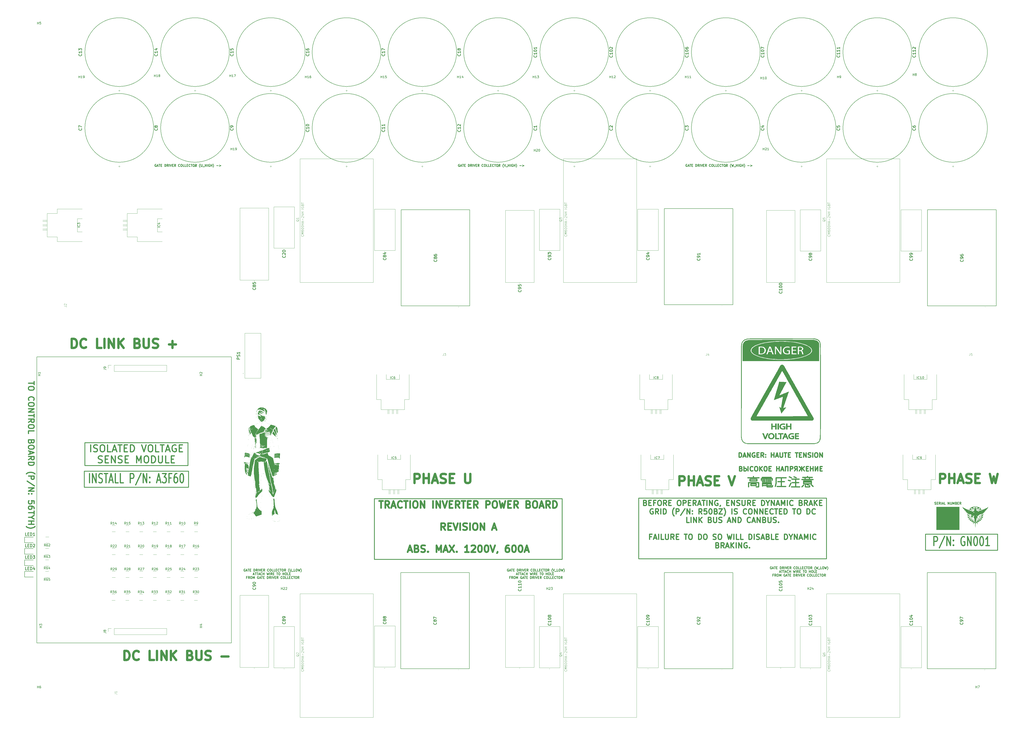
<source format=gbr>
%TF.GenerationSoftware,KiCad,Pcbnew,9.0.0*%
%TF.CreationDate,2025-04-28T14:30:34-07:00*%
%TF.ProjectId,PowerBoard,506f7765-7242-46f6-9172-642e6b696361,rev?*%
%TF.SameCoordinates,Original*%
%TF.FileFunction,Legend,Top*%
%TF.FilePolarity,Positive*%
%FSLAX46Y46*%
G04 Gerber Fmt 4.6, Leading zero omitted, Abs format (unit mm)*
G04 Created by KiCad (PCBNEW 9.0.0) date 2025-04-28 14:30:34*
%MOMM*%
%LPD*%
G01*
G04 APERTURE LIST*
%ADD10C,0.100000*%
%ADD11C,0.200000*%
%ADD12C,0.250000*%
%ADD13C,1.000000*%
%ADD14C,0.500000*%
%ADD15C,0.750000*%
%ADD16C,0.300000*%
%ADD17C,0.550000*%
%ADD18C,0.150000*%
%ADD19C,0.254000*%
%ADD20C,0.120000*%
%ADD21C,0.000000*%
G04 APERTURE END LIST*
D10*
X292000000Y-160500000D02*
X302000000Y-160500000D01*
X302000000Y-170500000D01*
X292000000Y-170500000D01*
X292000000Y-160500000D01*
G36*
X292000000Y-160500000D02*
G01*
X302000000Y-160500000D01*
X302000000Y-170500000D01*
X292000000Y-170500000D01*
X292000000Y-160500000D01*
G37*
D11*
X-101000000Y-95000000D02*
X-16000000Y-95000000D01*
X-16000000Y-220000000D01*
X-101000000Y-220000000D01*
X-101000000Y-95000000D01*
D12*
X-10023810Y-187692350D02*
X-10119048Y-187644731D01*
X-10119048Y-187644731D02*
X-10261905Y-187644731D01*
X-10261905Y-187644731D02*
X-10404762Y-187692350D01*
X-10404762Y-187692350D02*
X-10500000Y-187787588D01*
X-10500000Y-187787588D02*
X-10547619Y-187882826D01*
X-10547619Y-187882826D02*
X-10595238Y-188073302D01*
X-10595238Y-188073302D02*
X-10595238Y-188216159D01*
X-10595238Y-188216159D02*
X-10547619Y-188406635D01*
X-10547619Y-188406635D02*
X-10500000Y-188501873D01*
X-10500000Y-188501873D02*
X-10404762Y-188597112D01*
X-10404762Y-188597112D02*
X-10261905Y-188644731D01*
X-10261905Y-188644731D02*
X-10166667Y-188644731D01*
X-10166667Y-188644731D02*
X-10023810Y-188597112D01*
X-10023810Y-188597112D02*
X-9976191Y-188549492D01*
X-9976191Y-188549492D02*
X-9976191Y-188216159D01*
X-9976191Y-188216159D02*
X-10166667Y-188216159D01*
X-9595238Y-188359016D02*
X-9119048Y-188359016D01*
X-9690476Y-188644731D02*
X-9357143Y-187644731D01*
X-9357143Y-187644731D02*
X-9023810Y-188644731D01*
X-8833333Y-187644731D02*
X-8261905Y-187644731D01*
X-8547619Y-188644731D02*
X-8547619Y-187644731D01*
X-7928571Y-188120921D02*
X-7595238Y-188120921D01*
X-7452381Y-188644731D02*
X-7928571Y-188644731D01*
X-7928571Y-188644731D02*
X-7928571Y-187644731D01*
X-7928571Y-187644731D02*
X-7452381Y-187644731D01*
X-6261904Y-188644731D02*
X-6261904Y-187644731D01*
X-6261904Y-187644731D02*
X-6023809Y-187644731D01*
X-6023809Y-187644731D02*
X-5880952Y-187692350D01*
X-5880952Y-187692350D02*
X-5785714Y-187787588D01*
X-5785714Y-187787588D02*
X-5738095Y-187882826D01*
X-5738095Y-187882826D02*
X-5690476Y-188073302D01*
X-5690476Y-188073302D02*
X-5690476Y-188216159D01*
X-5690476Y-188216159D02*
X-5738095Y-188406635D01*
X-5738095Y-188406635D02*
X-5785714Y-188501873D01*
X-5785714Y-188501873D02*
X-5880952Y-188597112D01*
X-5880952Y-188597112D02*
X-6023809Y-188644731D01*
X-6023809Y-188644731D02*
X-6261904Y-188644731D01*
X-4690476Y-188644731D02*
X-5023809Y-188168540D01*
X-5261904Y-188644731D02*
X-5261904Y-187644731D01*
X-5261904Y-187644731D02*
X-4880952Y-187644731D01*
X-4880952Y-187644731D02*
X-4785714Y-187692350D01*
X-4785714Y-187692350D02*
X-4738095Y-187739969D01*
X-4738095Y-187739969D02*
X-4690476Y-187835207D01*
X-4690476Y-187835207D02*
X-4690476Y-187978064D01*
X-4690476Y-187978064D02*
X-4738095Y-188073302D01*
X-4738095Y-188073302D02*
X-4785714Y-188120921D01*
X-4785714Y-188120921D02*
X-4880952Y-188168540D01*
X-4880952Y-188168540D02*
X-5261904Y-188168540D01*
X-4261904Y-188644731D02*
X-4261904Y-187644731D01*
X-3928571Y-187644731D02*
X-3595238Y-188644731D01*
X-3595238Y-188644731D02*
X-3261905Y-187644731D01*
X-2928571Y-188120921D02*
X-2595238Y-188120921D01*
X-2452381Y-188644731D02*
X-2928571Y-188644731D01*
X-2928571Y-188644731D02*
X-2928571Y-187644731D01*
X-2928571Y-187644731D02*
X-2452381Y-187644731D01*
X-1452381Y-188644731D02*
X-1785714Y-188168540D01*
X-2023809Y-188644731D02*
X-2023809Y-187644731D01*
X-2023809Y-187644731D02*
X-1642857Y-187644731D01*
X-1642857Y-187644731D02*
X-1547619Y-187692350D01*
X-1547619Y-187692350D02*
X-1500000Y-187739969D01*
X-1500000Y-187739969D02*
X-1452381Y-187835207D01*
X-1452381Y-187835207D02*
X-1452381Y-187978064D01*
X-1452381Y-187978064D02*
X-1500000Y-188073302D01*
X-1500000Y-188073302D02*
X-1547619Y-188120921D01*
X-1547619Y-188120921D02*
X-1642857Y-188168540D01*
X-1642857Y-188168540D02*
X-2023809Y-188168540D01*
X309523Y-188549492D02*
X261904Y-188597112D01*
X261904Y-188597112D02*
X119047Y-188644731D01*
X119047Y-188644731D02*
X23809Y-188644731D01*
X23809Y-188644731D02*
X-119047Y-188597112D01*
X-119047Y-188597112D02*
X-214285Y-188501873D01*
X-214285Y-188501873D02*
X-261904Y-188406635D01*
X-261904Y-188406635D02*
X-309523Y-188216159D01*
X-309523Y-188216159D02*
X-309523Y-188073302D01*
X-309523Y-188073302D02*
X-261904Y-187882826D01*
X-261904Y-187882826D02*
X-214285Y-187787588D01*
X-214285Y-187787588D02*
X-119047Y-187692350D01*
X-119047Y-187692350D02*
X23809Y-187644731D01*
X23809Y-187644731D02*
X119047Y-187644731D01*
X119047Y-187644731D02*
X261904Y-187692350D01*
X261904Y-187692350D02*
X309523Y-187739969D01*
X928571Y-187644731D02*
X1119047Y-187644731D01*
X1119047Y-187644731D02*
X1214285Y-187692350D01*
X1214285Y-187692350D02*
X1309523Y-187787588D01*
X1309523Y-187787588D02*
X1357142Y-187978064D01*
X1357142Y-187978064D02*
X1357142Y-188311397D01*
X1357142Y-188311397D02*
X1309523Y-188501873D01*
X1309523Y-188501873D02*
X1214285Y-188597112D01*
X1214285Y-188597112D02*
X1119047Y-188644731D01*
X1119047Y-188644731D02*
X928571Y-188644731D01*
X928571Y-188644731D02*
X833333Y-188597112D01*
X833333Y-188597112D02*
X738095Y-188501873D01*
X738095Y-188501873D02*
X690476Y-188311397D01*
X690476Y-188311397D02*
X690476Y-187978064D01*
X690476Y-187978064D02*
X738095Y-187787588D01*
X738095Y-187787588D02*
X833333Y-187692350D01*
X833333Y-187692350D02*
X928571Y-187644731D01*
X2261904Y-188644731D02*
X1785714Y-188644731D01*
X1785714Y-188644731D02*
X1785714Y-187644731D01*
X3071428Y-188644731D02*
X2595238Y-188644731D01*
X2595238Y-188644731D02*
X2595238Y-187644731D01*
X3404762Y-188120921D02*
X3738095Y-188120921D01*
X3880952Y-188644731D02*
X3404762Y-188644731D01*
X3404762Y-188644731D02*
X3404762Y-187644731D01*
X3404762Y-187644731D02*
X3880952Y-187644731D01*
X4880952Y-188549492D02*
X4833333Y-188597112D01*
X4833333Y-188597112D02*
X4690476Y-188644731D01*
X4690476Y-188644731D02*
X4595238Y-188644731D01*
X4595238Y-188644731D02*
X4452381Y-188597112D01*
X4452381Y-188597112D02*
X4357143Y-188501873D01*
X4357143Y-188501873D02*
X4309524Y-188406635D01*
X4309524Y-188406635D02*
X4261905Y-188216159D01*
X4261905Y-188216159D02*
X4261905Y-188073302D01*
X4261905Y-188073302D02*
X4309524Y-187882826D01*
X4309524Y-187882826D02*
X4357143Y-187787588D01*
X4357143Y-187787588D02*
X4452381Y-187692350D01*
X4452381Y-187692350D02*
X4595238Y-187644731D01*
X4595238Y-187644731D02*
X4690476Y-187644731D01*
X4690476Y-187644731D02*
X4833333Y-187692350D01*
X4833333Y-187692350D02*
X4880952Y-187739969D01*
X5166667Y-187644731D02*
X5738095Y-187644731D01*
X5452381Y-188644731D02*
X5452381Y-187644731D01*
X6261905Y-187644731D02*
X6452381Y-187644731D01*
X6452381Y-187644731D02*
X6547619Y-187692350D01*
X6547619Y-187692350D02*
X6642857Y-187787588D01*
X6642857Y-187787588D02*
X6690476Y-187978064D01*
X6690476Y-187978064D02*
X6690476Y-188311397D01*
X6690476Y-188311397D02*
X6642857Y-188501873D01*
X6642857Y-188501873D02*
X6547619Y-188597112D01*
X6547619Y-188597112D02*
X6452381Y-188644731D01*
X6452381Y-188644731D02*
X6261905Y-188644731D01*
X6261905Y-188644731D02*
X6166667Y-188597112D01*
X6166667Y-188597112D02*
X6071429Y-188501873D01*
X6071429Y-188501873D02*
X6023810Y-188311397D01*
X6023810Y-188311397D02*
X6023810Y-187978064D01*
X6023810Y-187978064D02*
X6071429Y-187787588D01*
X6071429Y-187787588D02*
X6166667Y-187692350D01*
X6166667Y-187692350D02*
X6261905Y-187644731D01*
X7690476Y-188644731D02*
X7357143Y-188168540D01*
X7119048Y-188644731D02*
X7119048Y-187644731D01*
X7119048Y-187644731D02*
X7500000Y-187644731D01*
X7500000Y-187644731D02*
X7595238Y-187692350D01*
X7595238Y-187692350D02*
X7642857Y-187739969D01*
X7642857Y-187739969D02*
X7690476Y-187835207D01*
X7690476Y-187835207D02*
X7690476Y-187978064D01*
X7690476Y-187978064D02*
X7642857Y-188073302D01*
X7642857Y-188073302D02*
X7595238Y-188120921D01*
X7595238Y-188120921D02*
X7500000Y-188168540D01*
X7500000Y-188168540D02*
X7119048Y-188168540D01*
X9166667Y-189025683D02*
X9119048Y-188978064D01*
X9119048Y-188978064D02*
X9023810Y-188835207D01*
X9023810Y-188835207D02*
X8976191Y-188739969D01*
X8976191Y-188739969D02*
X8928572Y-188597112D01*
X8928572Y-188597112D02*
X8880953Y-188359016D01*
X8880953Y-188359016D02*
X8880953Y-188168540D01*
X8880953Y-188168540D02*
X8928572Y-187930445D01*
X8928572Y-187930445D02*
X8976191Y-187787588D01*
X8976191Y-187787588D02*
X9023810Y-187692350D01*
X9023810Y-187692350D02*
X9119048Y-187549492D01*
X9119048Y-187549492D02*
X9166667Y-187501873D01*
X9547620Y-187644731D02*
X9547620Y-188454254D01*
X9547620Y-188454254D02*
X9595239Y-188549492D01*
X9595239Y-188549492D02*
X9642858Y-188597112D01*
X9642858Y-188597112D02*
X9738096Y-188644731D01*
X9738096Y-188644731D02*
X9928572Y-188644731D01*
X9928572Y-188644731D02*
X10023810Y-188597112D01*
X10023810Y-188597112D02*
X10071429Y-188549492D01*
X10071429Y-188549492D02*
X10119048Y-188454254D01*
X10119048Y-188454254D02*
X10119048Y-187644731D01*
X10357144Y-188739969D02*
X11119048Y-188739969D01*
X11833334Y-188644731D02*
X11357144Y-188644731D01*
X11357144Y-188644731D02*
X11357144Y-187644731D01*
X12357144Y-187644731D02*
X12547620Y-187644731D01*
X12547620Y-187644731D02*
X12642858Y-187692350D01*
X12642858Y-187692350D02*
X12738096Y-187787588D01*
X12738096Y-187787588D02*
X12785715Y-187978064D01*
X12785715Y-187978064D02*
X12785715Y-188311397D01*
X12785715Y-188311397D02*
X12738096Y-188501873D01*
X12738096Y-188501873D02*
X12642858Y-188597112D01*
X12642858Y-188597112D02*
X12547620Y-188644731D01*
X12547620Y-188644731D02*
X12357144Y-188644731D01*
X12357144Y-188644731D02*
X12261906Y-188597112D01*
X12261906Y-188597112D02*
X12166668Y-188501873D01*
X12166668Y-188501873D02*
X12119049Y-188311397D01*
X12119049Y-188311397D02*
X12119049Y-187978064D01*
X12119049Y-187978064D02*
X12166668Y-187787588D01*
X12166668Y-187787588D02*
X12261906Y-187692350D01*
X12261906Y-187692350D02*
X12357144Y-187644731D01*
X13119049Y-187644731D02*
X13357144Y-188644731D01*
X13357144Y-188644731D02*
X13547620Y-187930445D01*
X13547620Y-187930445D02*
X13738096Y-188644731D01*
X13738096Y-188644731D02*
X13976192Y-187644731D01*
X14261906Y-189025683D02*
X14309525Y-188978064D01*
X14309525Y-188978064D02*
X14404763Y-188835207D01*
X14404763Y-188835207D02*
X14452382Y-188739969D01*
X14452382Y-188739969D02*
X14500001Y-188597112D01*
X14500001Y-188597112D02*
X14547620Y-188359016D01*
X14547620Y-188359016D02*
X14547620Y-188168540D01*
X14547620Y-188168540D02*
X14500001Y-187930445D01*
X14500001Y-187930445D02*
X14452382Y-187787588D01*
X14452382Y-187787588D02*
X14404763Y-187692350D01*
X14404763Y-187692350D02*
X14309525Y-187549492D01*
X14309525Y-187549492D02*
X14261906Y-187501873D01*
X-6547619Y-189968960D02*
X-6071429Y-189968960D01*
X-6642857Y-190254675D02*
X-6309524Y-189254675D01*
X-6309524Y-189254675D02*
X-5976191Y-190254675D01*
X-5785714Y-189254675D02*
X-5214286Y-189254675D01*
X-5500000Y-190254675D02*
X-5500000Y-189254675D01*
X-5023809Y-189254675D02*
X-4452381Y-189254675D01*
X-4738095Y-190254675D02*
X-4738095Y-189254675D01*
X-4166666Y-189968960D02*
X-3690476Y-189968960D01*
X-4261904Y-190254675D02*
X-3928571Y-189254675D01*
X-3928571Y-189254675D02*
X-3595238Y-190254675D01*
X-2690476Y-190159436D02*
X-2738095Y-190207056D01*
X-2738095Y-190207056D02*
X-2880952Y-190254675D01*
X-2880952Y-190254675D02*
X-2976190Y-190254675D01*
X-2976190Y-190254675D02*
X-3119047Y-190207056D01*
X-3119047Y-190207056D02*
X-3214285Y-190111817D01*
X-3214285Y-190111817D02*
X-3261904Y-190016579D01*
X-3261904Y-190016579D02*
X-3309523Y-189826103D01*
X-3309523Y-189826103D02*
X-3309523Y-189683246D01*
X-3309523Y-189683246D02*
X-3261904Y-189492770D01*
X-3261904Y-189492770D02*
X-3214285Y-189397532D01*
X-3214285Y-189397532D02*
X-3119047Y-189302294D01*
X-3119047Y-189302294D02*
X-2976190Y-189254675D01*
X-2976190Y-189254675D02*
X-2880952Y-189254675D01*
X-2880952Y-189254675D02*
X-2738095Y-189302294D01*
X-2738095Y-189302294D02*
X-2690476Y-189349913D01*
X-2261904Y-190254675D02*
X-2261904Y-189254675D01*
X-2261904Y-189730865D02*
X-1690476Y-189730865D01*
X-1690476Y-190254675D02*
X-1690476Y-189254675D01*
X-547618Y-189254675D02*
X-309523Y-190254675D01*
X-309523Y-190254675D02*
X-119047Y-189540389D01*
X-119047Y-189540389D02*
X71428Y-190254675D01*
X71428Y-190254675D02*
X309524Y-189254675D01*
X690476Y-190254675D02*
X690476Y-189254675D01*
X1738094Y-190254675D02*
X1404761Y-189778484D01*
X1166666Y-190254675D02*
X1166666Y-189254675D01*
X1166666Y-189254675D02*
X1547618Y-189254675D01*
X1547618Y-189254675D02*
X1642856Y-189302294D01*
X1642856Y-189302294D02*
X1690475Y-189349913D01*
X1690475Y-189349913D02*
X1738094Y-189445151D01*
X1738094Y-189445151D02*
X1738094Y-189588008D01*
X1738094Y-189588008D02*
X1690475Y-189683246D01*
X1690475Y-189683246D02*
X1642856Y-189730865D01*
X1642856Y-189730865D02*
X1547618Y-189778484D01*
X1547618Y-189778484D02*
X1166666Y-189778484D01*
X2166666Y-189730865D02*
X2499999Y-189730865D01*
X2642856Y-190254675D02*
X2166666Y-190254675D01*
X2166666Y-190254675D02*
X2166666Y-189254675D01*
X2166666Y-189254675D02*
X2642856Y-189254675D01*
X3690476Y-189254675D02*
X4261904Y-189254675D01*
X3976190Y-190254675D02*
X3976190Y-189254675D01*
X4785714Y-189254675D02*
X4976190Y-189254675D01*
X4976190Y-189254675D02*
X5071428Y-189302294D01*
X5071428Y-189302294D02*
X5166666Y-189397532D01*
X5166666Y-189397532D02*
X5214285Y-189588008D01*
X5214285Y-189588008D02*
X5214285Y-189921341D01*
X5214285Y-189921341D02*
X5166666Y-190111817D01*
X5166666Y-190111817D02*
X5071428Y-190207056D01*
X5071428Y-190207056D02*
X4976190Y-190254675D01*
X4976190Y-190254675D02*
X4785714Y-190254675D01*
X4785714Y-190254675D02*
X4690476Y-190207056D01*
X4690476Y-190207056D02*
X4595238Y-190111817D01*
X4595238Y-190111817D02*
X4547619Y-189921341D01*
X4547619Y-189921341D02*
X4547619Y-189588008D01*
X4547619Y-189588008D02*
X4595238Y-189397532D01*
X4595238Y-189397532D02*
X4690476Y-189302294D01*
X4690476Y-189302294D02*
X4785714Y-189254675D01*
X6404762Y-190254675D02*
X6404762Y-189254675D01*
X6404762Y-189730865D02*
X6976190Y-189730865D01*
X6976190Y-190254675D02*
X6976190Y-189254675D01*
X7642857Y-189254675D02*
X7833333Y-189254675D01*
X7833333Y-189254675D02*
X7928571Y-189302294D01*
X7928571Y-189302294D02*
X8023809Y-189397532D01*
X8023809Y-189397532D02*
X8071428Y-189588008D01*
X8071428Y-189588008D02*
X8071428Y-189921341D01*
X8071428Y-189921341D02*
X8023809Y-190111817D01*
X8023809Y-190111817D02*
X7928571Y-190207056D01*
X7928571Y-190207056D02*
X7833333Y-190254675D01*
X7833333Y-190254675D02*
X7642857Y-190254675D01*
X7642857Y-190254675D02*
X7547619Y-190207056D01*
X7547619Y-190207056D02*
X7452381Y-190111817D01*
X7452381Y-190111817D02*
X7404762Y-189921341D01*
X7404762Y-189921341D02*
X7404762Y-189588008D01*
X7404762Y-189588008D02*
X7452381Y-189397532D01*
X7452381Y-189397532D02*
X7547619Y-189302294D01*
X7547619Y-189302294D02*
X7642857Y-189254675D01*
X8976190Y-190254675D02*
X8500000Y-190254675D01*
X8500000Y-190254675D02*
X8500000Y-189254675D01*
X9309524Y-189730865D02*
X9642857Y-189730865D01*
X9785714Y-190254675D02*
X9309524Y-190254675D01*
X9309524Y-190254675D02*
X9309524Y-189254675D01*
X9309524Y-189254675D02*
X9785714Y-189254675D01*
X-9166667Y-191340809D02*
X-9500000Y-191340809D01*
X-9500000Y-191864619D02*
X-9500000Y-190864619D01*
X-9500000Y-190864619D02*
X-9023810Y-190864619D01*
X-8071429Y-191864619D02*
X-8404762Y-191388428D01*
X-8642857Y-191864619D02*
X-8642857Y-190864619D01*
X-8642857Y-190864619D02*
X-8261905Y-190864619D01*
X-8261905Y-190864619D02*
X-8166667Y-190912238D01*
X-8166667Y-190912238D02*
X-8119048Y-190959857D01*
X-8119048Y-190959857D02*
X-8071429Y-191055095D01*
X-8071429Y-191055095D02*
X-8071429Y-191197952D01*
X-8071429Y-191197952D02*
X-8119048Y-191293190D01*
X-8119048Y-191293190D02*
X-8166667Y-191340809D01*
X-8166667Y-191340809D02*
X-8261905Y-191388428D01*
X-8261905Y-191388428D02*
X-8642857Y-191388428D01*
X-7452381Y-190864619D02*
X-7261905Y-190864619D01*
X-7261905Y-190864619D02*
X-7166667Y-190912238D01*
X-7166667Y-190912238D02*
X-7071429Y-191007476D01*
X-7071429Y-191007476D02*
X-7023810Y-191197952D01*
X-7023810Y-191197952D02*
X-7023810Y-191531285D01*
X-7023810Y-191531285D02*
X-7071429Y-191721761D01*
X-7071429Y-191721761D02*
X-7166667Y-191817000D01*
X-7166667Y-191817000D02*
X-7261905Y-191864619D01*
X-7261905Y-191864619D02*
X-7452381Y-191864619D01*
X-7452381Y-191864619D02*
X-7547619Y-191817000D01*
X-7547619Y-191817000D02*
X-7642857Y-191721761D01*
X-7642857Y-191721761D02*
X-7690476Y-191531285D01*
X-7690476Y-191531285D02*
X-7690476Y-191197952D01*
X-7690476Y-191197952D02*
X-7642857Y-191007476D01*
X-7642857Y-191007476D02*
X-7547619Y-190912238D01*
X-7547619Y-190912238D02*
X-7452381Y-190864619D01*
X-6595238Y-191864619D02*
X-6595238Y-190864619D01*
X-6595238Y-190864619D02*
X-6261905Y-191578904D01*
X-6261905Y-191578904D02*
X-5928572Y-190864619D01*
X-5928572Y-190864619D02*
X-5928572Y-191864619D01*
X-4166667Y-190912238D02*
X-4261905Y-190864619D01*
X-4261905Y-190864619D02*
X-4404762Y-190864619D01*
X-4404762Y-190864619D02*
X-4547619Y-190912238D01*
X-4547619Y-190912238D02*
X-4642857Y-191007476D01*
X-4642857Y-191007476D02*
X-4690476Y-191102714D01*
X-4690476Y-191102714D02*
X-4738095Y-191293190D01*
X-4738095Y-191293190D02*
X-4738095Y-191436047D01*
X-4738095Y-191436047D02*
X-4690476Y-191626523D01*
X-4690476Y-191626523D02*
X-4642857Y-191721761D01*
X-4642857Y-191721761D02*
X-4547619Y-191817000D01*
X-4547619Y-191817000D02*
X-4404762Y-191864619D01*
X-4404762Y-191864619D02*
X-4309524Y-191864619D01*
X-4309524Y-191864619D02*
X-4166667Y-191817000D01*
X-4166667Y-191817000D02*
X-4119048Y-191769380D01*
X-4119048Y-191769380D02*
X-4119048Y-191436047D01*
X-4119048Y-191436047D02*
X-4309524Y-191436047D01*
X-3738095Y-191578904D02*
X-3261905Y-191578904D01*
X-3833333Y-191864619D02*
X-3500000Y-190864619D01*
X-3500000Y-190864619D02*
X-3166667Y-191864619D01*
X-2976190Y-190864619D02*
X-2404762Y-190864619D01*
X-2690476Y-191864619D02*
X-2690476Y-190864619D01*
X-2071428Y-191340809D02*
X-1738095Y-191340809D01*
X-1595238Y-191864619D02*
X-2071428Y-191864619D01*
X-2071428Y-191864619D02*
X-2071428Y-190864619D01*
X-2071428Y-190864619D02*
X-1595238Y-190864619D01*
X-404761Y-191864619D02*
X-404761Y-190864619D01*
X-404761Y-190864619D02*
X-166666Y-190864619D01*
X-166666Y-190864619D02*
X-23809Y-190912238D01*
X-23809Y-190912238D02*
X71428Y-191007476D01*
X71428Y-191007476D02*
X119047Y-191102714D01*
X119047Y-191102714D02*
X166666Y-191293190D01*
X166666Y-191293190D02*
X166666Y-191436047D01*
X166666Y-191436047D02*
X119047Y-191626523D01*
X119047Y-191626523D02*
X71428Y-191721761D01*
X71428Y-191721761D02*
X-23809Y-191817000D01*
X-23809Y-191817000D02*
X-166666Y-191864619D01*
X-166666Y-191864619D02*
X-404761Y-191864619D01*
X1166666Y-191864619D02*
X833333Y-191388428D01*
X595238Y-191864619D02*
X595238Y-190864619D01*
X595238Y-190864619D02*
X976190Y-190864619D01*
X976190Y-190864619D02*
X1071428Y-190912238D01*
X1071428Y-190912238D02*
X1119047Y-190959857D01*
X1119047Y-190959857D02*
X1166666Y-191055095D01*
X1166666Y-191055095D02*
X1166666Y-191197952D01*
X1166666Y-191197952D02*
X1119047Y-191293190D01*
X1119047Y-191293190D02*
X1071428Y-191340809D01*
X1071428Y-191340809D02*
X976190Y-191388428D01*
X976190Y-191388428D02*
X595238Y-191388428D01*
X1595238Y-191864619D02*
X1595238Y-190864619D01*
X1928571Y-190864619D02*
X2261904Y-191864619D01*
X2261904Y-191864619D02*
X2595237Y-190864619D01*
X2928571Y-191340809D02*
X3261904Y-191340809D01*
X3404761Y-191864619D02*
X2928571Y-191864619D01*
X2928571Y-191864619D02*
X2928571Y-190864619D01*
X2928571Y-190864619D02*
X3404761Y-190864619D01*
X4404761Y-191864619D02*
X4071428Y-191388428D01*
X3833333Y-191864619D02*
X3833333Y-190864619D01*
X3833333Y-190864619D02*
X4214285Y-190864619D01*
X4214285Y-190864619D02*
X4309523Y-190912238D01*
X4309523Y-190912238D02*
X4357142Y-190959857D01*
X4357142Y-190959857D02*
X4404761Y-191055095D01*
X4404761Y-191055095D02*
X4404761Y-191197952D01*
X4404761Y-191197952D02*
X4357142Y-191293190D01*
X4357142Y-191293190D02*
X4309523Y-191340809D01*
X4309523Y-191340809D02*
X4214285Y-191388428D01*
X4214285Y-191388428D02*
X3833333Y-191388428D01*
X6166666Y-191769380D02*
X6119047Y-191817000D01*
X6119047Y-191817000D02*
X5976190Y-191864619D01*
X5976190Y-191864619D02*
X5880952Y-191864619D01*
X5880952Y-191864619D02*
X5738095Y-191817000D01*
X5738095Y-191817000D02*
X5642857Y-191721761D01*
X5642857Y-191721761D02*
X5595238Y-191626523D01*
X5595238Y-191626523D02*
X5547619Y-191436047D01*
X5547619Y-191436047D02*
X5547619Y-191293190D01*
X5547619Y-191293190D02*
X5595238Y-191102714D01*
X5595238Y-191102714D02*
X5642857Y-191007476D01*
X5642857Y-191007476D02*
X5738095Y-190912238D01*
X5738095Y-190912238D02*
X5880952Y-190864619D01*
X5880952Y-190864619D02*
X5976190Y-190864619D01*
X5976190Y-190864619D02*
X6119047Y-190912238D01*
X6119047Y-190912238D02*
X6166666Y-190959857D01*
X6785714Y-190864619D02*
X6976190Y-190864619D01*
X6976190Y-190864619D02*
X7071428Y-190912238D01*
X7071428Y-190912238D02*
X7166666Y-191007476D01*
X7166666Y-191007476D02*
X7214285Y-191197952D01*
X7214285Y-191197952D02*
X7214285Y-191531285D01*
X7214285Y-191531285D02*
X7166666Y-191721761D01*
X7166666Y-191721761D02*
X7071428Y-191817000D01*
X7071428Y-191817000D02*
X6976190Y-191864619D01*
X6976190Y-191864619D02*
X6785714Y-191864619D01*
X6785714Y-191864619D02*
X6690476Y-191817000D01*
X6690476Y-191817000D02*
X6595238Y-191721761D01*
X6595238Y-191721761D02*
X6547619Y-191531285D01*
X6547619Y-191531285D02*
X6547619Y-191197952D01*
X6547619Y-191197952D02*
X6595238Y-191007476D01*
X6595238Y-191007476D02*
X6690476Y-190912238D01*
X6690476Y-190912238D02*
X6785714Y-190864619D01*
X8119047Y-191864619D02*
X7642857Y-191864619D01*
X7642857Y-191864619D02*
X7642857Y-190864619D01*
X8928571Y-191864619D02*
X8452381Y-191864619D01*
X8452381Y-191864619D02*
X8452381Y-190864619D01*
X9261905Y-191340809D02*
X9595238Y-191340809D01*
X9738095Y-191864619D02*
X9261905Y-191864619D01*
X9261905Y-191864619D02*
X9261905Y-190864619D01*
X9261905Y-190864619D02*
X9738095Y-190864619D01*
X10738095Y-191769380D02*
X10690476Y-191817000D01*
X10690476Y-191817000D02*
X10547619Y-191864619D01*
X10547619Y-191864619D02*
X10452381Y-191864619D01*
X10452381Y-191864619D02*
X10309524Y-191817000D01*
X10309524Y-191817000D02*
X10214286Y-191721761D01*
X10214286Y-191721761D02*
X10166667Y-191626523D01*
X10166667Y-191626523D02*
X10119048Y-191436047D01*
X10119048Y-191436047D02*
X10119048Y-191293190D01*
X10119048Y-191293190D02*
X10166667Y-191102714D01*
X10166667Y-191102714D02*
X10214286Y-191007476D01*
X10214286Y-191007476D02*
X10309524Y-190912238D01*
X10309524Y-190912238D02*
X10452381Y-190864619D01*
X10452381Y-190864619D02*
X10547619Y-190864619D01*
X10547619Y-190864619D02*
X10690476Y-190912238D01*
X10690476Y-190912238D02*
X10738095Y-190959857D01*
X11023810Y-190864619D02*
X11595238Y-190864619D01*
X11309524Y-191864619D02*
X11309524Y-190864619D01*
X12119048Y-190864619D02*
X12309524Y-190864619D01*
X12309524Y-190864619D02*
X12404762Y-190912238D01*
X12404762Y-190912238D02*
X12500000Y-191007476D01*
X12500000Y-191007476D02*
X12547619Y-191197952D01*
X12547619Y-191197952D02*
X12547619Y-191531285D01*
X12547619Y-191531285D02*
X12500000Y-191721761D01*
X12500000Y-191721761D02*
X12404762Y-191817000D01*
X12404762Y-191817000D02*
X12309524Y-191864619D01*
X12309524Y-191864619D02*
X12119048Y-191864619D01*
X12119048Y-191864619D02*
X12023810Y-191817000D01*
X12023810Y-191817000D02*
X11928572Y-191721761D01*
X11928572Y-191721761D02*
X11880953Y-191531285D01*
X11880953Y-191531285D02*
X11880953Y-191197952D01*
X11880953Y-191197952D02*
X11928572Y-191007476D01*
X11928572Y-191007476D02*
X12023810Y-190912238D01*
X12023810Y-190912238D02*
X12119048Y-190864619D01*
X13547619Y-191864619D02*
X13214286Y-191388428D01*
X12976191Y-191864619D02*
X12976191Y-190864619D01*
X12976191Y-190864619D02*
X13357143Y-190864619D01*
X13357143Y-190864619D02*
X13452381Y-190912238D01*
X13452381Y-190912238D02*
X13500000Y-190959857D01*
X13500000Y-190959857D02*
X13547619Y-191055095D01*
X13547619Y-191055095D02*
X13547619Y-191197952D01*
X13547619Y-191197952D02*
X13500000Y-191293190D01*
X13500000Y-191293190D02*
X13452381Y-191340809D01*
X13452381Y-191340809D02*
X13357143Y-191388428D01*
X13357143Y-191388428D02*
X12976191Y-191388428D01*
X-48928572Y-10912238D02*
X-49023810Y-10864619D01*
X-49023810Y-10864619D02*
X-49166667Y-10864619D01*
X-49166667Y-10864619D02*
X-49309524Y-10912238D01*
X-49309524Y-10912238D02*
X-49404762Y-11007476D01*
X-49404762Y-11007476D02*
X-49452381Y-11102714D01*
X-49452381Y-11102714D02*
X-49500000Y-11293190D01*
X-49500000Y-11293190D02*
X-49500000Y-11436047D01*
X-49500000Y-11436047D02*
X-49452381Y-11626523D01*
X-49452381Y-11626523D02*
X-49404762Y-11721761D01*
X-49404762Y-11721761D02*
X-49309524Y-11817000D01*
X-49309524Y-11817000D02*
X-49166667Y-11864619D01*
X-49166667Y-11864619D02*
X-49071429Y-11864619D01*
X-49071429Y-11864619D02*
X-48928572Y-11817000D01*
X-48928572Y-11817000D02*
X-48880953Y-11769380D01*
X-48880953Y-11769380D02*
X-48880953Y-11436047D01*
X-48880953Y-11436047D02*
X-49071429Y-11436047D01*
X-48500000Y-11578904D02*
X-48023810Y-11578904D01*
X-48595238Y-11864619D02*
X-48261905Y-10864619D01*
X-48261905Y-10864619D02*
X-47928572Y-11864619D01*
X-47738095Y-10864619D02*
X-47166667Y-10864619D01*
X-47452381Y-11864619D02*
X-47452381Y-10864619D01*
X-46833333Y-11340809D02*
X-46500000Y-11340809D01*
X-46357143Y-11864619D02*
X-46833333Y-11864619D01*
X-46833333Y-11864619D02*
X-46833333Y-10864619D01*
X-46833333Y-10864619D02*
X-46357143Y-10864619D01*
X-45166666Y-11864619D02*
X-45166666Y-10864619D01*
X-45166666Y-10864619D02*
X-44928571Y-10864619D01*
X-44928571Y-10864619D02*
X-44785714Y-10912238D01*
X-44785714Y-10912238D02*
X-44690476Y-11007476D01*
X-44690476Y-11007476D02*
X-44642857Y-11102714D01*
X-44642857Y-11102714D02*
X-44595238Y-11293190D01*
X-44595238Y-11293190D02*
X-44595238Y-11436047D01*
X-44595238Y-11436047D02*
X-44642857Y-11626523D01*
X-44642857Y-11626523D02*
X-44690476Y-11721761D01*
X-44690476Y-11721761D02*
X-44785714Y-11817000D01*
X-44785714Y-11817000D02*
X-44928571Y-11864619D01*
X-44928571Y-11864619D02*
X-45166666Y-11864619D01*
X-43595238Y-11864619D02*
X-43928571Y-11388428D01*
X-44166666Y-11864619D02*
X-44166666Y-10864619D01*
X-44166666Y-10864619D02*
X-43785714Y-10864619D01*
X-43785714Y-10864619D02*
X-43690476Y-10912238D01*
X-43690476Y-10912238D02*
X-43642857Y-10959857D01*
X-43642857Y-10959857D02*
X-43595238Y-11055095D01*
X-43595238Y-11055095D02*
X-43595238Y-11197952D01*
X-43595238Y-11197952D02*
X-43642857Y-11293190D01*
X-43642857Y-11293190D02*
X-43690476Y-11340809D01*
X-43690476Y-11340809D02*
X-43785714Y-11388428D01*
X-43785714Y-11388428D02*
X-44166666Y-11388428D01*
X-43166666Y-11864619D02*
X-43166666Y-10864619D01*
X-42833333Y-10864619D02*
X-42500000Y-11864619D01*
X-42500000Y-11864619D02*
X-42166667Y-10864619D01*
X-41833333Y-11340809D02*
X-41500000Y-11340809D01*
X-41357143Y-11864619D02*
X-41833333Y-11864619D01*
X-41833333Y-11864619D02*
X-41833333Y-10864619D01*
X-41833333Y-10864619D02*
X-41357143Y-10864619D01*
X-40357143Y-11864619D02*
X-40690476Y-11388428D01*
X-40928571Y-11864619D02*
X-40928571Y-10864619D01*
X-40928571Y-10864619D02*
X-40547619Y-10864619D01*
X-40547619Y-10864619D02*
X-40452381Y-10912238D01*
X-40452381Y-10912238D02*
X-40404762Y-10959857D01*
X-40404762Y-10959857D02*
X-40357143Y-11055095D01*
X-40357143Y-11055095D02*
X-40357143Y-11197952D01*
X-40357143Y-11197952D02*
X-40404762Y-11293190D01*
X-40404762Y-11293190D02*
X-40452381Y-11340809D01*
X-40452381Y-11340809D02*
X-40547619Y-11388428D01*
X-40547619Y-11388428D02*
X-40928571Y-11388428D01*
X-38595238Y-11769380D02*
X-38642857Y-11817000D01*
X-38642857Y-11817000D02*
X-38785714Y-11864619D01*
X-38785714Y-11864619D02*
X-38880952Y-11864619D01*
X-38880952Y-11864619D02*
X-39023809Y-11817000D01*
X-39023809Y-11817000D02*
X-39119047Y-11721761D01*
X-39119047Y-11721761D02*
X-39166666Y-11626523D01*
X-39166666Y-11626523D02*
X-39214285Y-11436047D01*
X-39214285Y-11436047D02*
X-39214285Y-11293190D01*
X-39214285Y-11293190D02*
X-39166666Y-11102714D01*
X-39166666Y-11102714D02*
X-39119047Y-11007476D01*
X-39119047Y-11007476D02*
X-39023809Y-10912238D01*
X-39023809Y-10912238D02*
X-38880952Y-10864619D01*
X-38880952Y-10864619D02*
X-38785714Y-10864619D01*
X-38785714Y-10864619D02*
X-38642857Y-10912238D01*
X-38642857Y-10912238D02*
X-38595238Y-10959857D01*
X-37976190Y-10864619D02*
X-37785714Y-10864619D01*
X-37785714Y-10864619D02*
X-37690476Y-10912238D01*
X-37690476Y-10912238D02*
X-37595238Y-11007476D01*
X-37595238Y-11007476D02*
X-37547619Y-11197952D01*
X-37547619Y-11197952D02*
X-37547619Y-11531285D01*
X-37547619Y-11531285D02*
X-37595238Y-11721761D01*
X-37595238Y-11721761D02*
X-37690476Y-11817000D01*
X-37690476Y-11817000D02*
X-37785714Y-11864619D01*
X-37785714Y-11864619D02*
X-37976190Y-11864619D01*
X-37976190Y-11864619D02*
X-38071428Y-11817000D01*
X-38071428Y-11817000D02*
X-38166666Y-11721761D01*
X-38166666Y-11721761D02*
X-38214285Y-11531285D01*
X-38214285Y-11531285D02*
X-38214285Y-11197952D01*
X-38214285Y-11197952D02*
X-38166666Y-11007476D01*
X-38166666Y-11007476D02*
X-38071428Y-10912238D01*
X-38071428Y-10912238D02*
X-37976190Y-10864619D01*
X-36642857Y-11864619D02*
X-37119047Y-11864619D01*
X-37119047Y-11864619D02*
X-37119047Y-10864619D01*
X-35833333Y-11864619D02*
X-36309523Y-11864619D01*
X-36309523Y-11864619D02*
X-36309523Y-10864619D01*
X-35499999Y-11340809D02*
X-35166666Y-11340809D01*
X-35023809Y-11864619D02*
X-35499999Y-11864619D01*
X-35499999Y-11864619D02*
X-35499999Y-10864619D01*
X-35499999Y-10864619D02*
X-35023809Y-10864619D01*
X-34023809Y-11769380D02*
X-34071428Y-11817000D01*
X-34071428Y-11817000D02*
X-34214285Y-11864619D01*
X-34214285Y-11864619D02*
X-34309523Y-11864619D01*
X-34309523Y-11864619D02*
X-34452380Y-11817000D01*
X-34452380Y-11817000D02*
X-34547618Y-11721761D01*
X-34547618Y-11721761D02*
X-34595237Y-11626523D01*
X-34595237Y-11626523D02*
X-34642856Y-11436047D01*
X-34642856Y-11436047D02*
X-34642856Y-11293190D01*
X-34642856Y-11293190D02*
X-34595237Y-11102714D01*
X-34595237Y-11102714D02*
X-34547618Y-11007476D01*
X-34547618Y-11007476D02*
X-34452380Y-10912238D01*
X-34452380Y-10912238D02*
X-34309523Y-10864619D01*
X-34309523Y-10864619D02*
X-34214285Y-10864619D01*
X-34214285Y-10864619D02*
X-34071428Y-10912238D01*
X-34071428Y-10912238D02*
X-34023809Y-10959857D01*
X-33738094Y-10864619D02*
X-33166666Y-10864619D01*
X-33452380Y-11864619D02*
X-33452380Y-10864619D01*
X-32642856Y-10864619D02*
X-32452380Y-10864619D01*
X-32452380Y-10864619D02*
X-32357142Y-10912238D01*
X-32357142Y-10912238D02*
X-32261904Y-11007476D01*
X-32261904Y-11007476D02*
X-32214285Y-11197952D01*
X-32214285Y-11197952D02*
X-32214285Y-11531285D01*
X-32214285Y-11531285D02*
X-32261904Y-11721761D01*
X-32261904Y-11721761D02*
X-32357142Y-11817000D01*
X-32357142Y-11817000D02*
X-32452380Y-11864619D01*
X-32452380Y-11864619D02*
X-32642856Y-11864619D01*
X-32642856Y-11864619D02*
X-32738094Y-11817000D01*
X-32738094Y-11817000D02*
X-32833332Y-11721761D01*
X-32833332Y-11721761D02*
X-32880951Y-11531285D01*
X-32880951Y-11531285D02*
X-32880951Y-11197952D01*
X-32880951Y-11197952D02*
X-32833332Y-11007476D01*
X-32833332Y-11007476D02*
X-32738094Y-10912238D01*
X-32738094Y-10912238D02*
X-32642856Y-10864619D01*
X-31214285Y-11864619D02*
X-31547618Y-11388428D01*
X-31785713Y-11864619D02*
X-31785713Y-10864619D01*
X-31785713Y-10864619D02*
X-31404761Y-10864619D01*
X-31404761Y-10864619D02*
X-31309523Y-10912238D01*
X-31309523Y-10912238D02*
X-31261904Y-10959857D01*
X-31261904Y-10959857D02*
X-31214285Y-11055095D01*
X-31214285Y-11055095D02*
X-31214285Y-11197952D01*
X-31214285Y-11197952D02*
X-31261904Y-11293190D01*
X-31261904Y-11293190D02*
X-31309523Y-11340809D01*
X-31309523Y-11340809D02*
X-31404761Y-11388428D01*
X-31404761Y-11388428D02*
X-31785713Y-11388428D01*
X-29738094Y-12245571D02*
X-29785713Y-12197952D01*
X-29785713Y-12197952D02*
X-29880951Y-12055095D01*
X-29880951Y-12055095D02*
X-29928570Y-11959857D01*
X-29928570Y-11959857D02*
X-29976189Y-11817000D01*
X-29976189Y-11817000D02*
X-30023808Y-11578904D01*
X-30023808Y-11578904D02*
X-30023808Y-11388428D01*
X-30023808Y-11388428D02*
X-29976189Y-11150333D01*
X-29976189Y-11150333D02*
X-29928570Y-11007476D01*
X-29928570Y-11007476D02*
X-29880951Y-10912238D01*
X-29880951Y-10912238D02*
X-29785713Y-10769380D01*
X-29785713Y-10769380D02*
X-29738094Y-10721761D01*
X-29357141Y-10864619D02*
X-29357141Y-11674142D01*
X-29357141Y-11674142D02*
X-29309522Y-11769380D01*
X-29309522Y-11769380D02*
X-29261903Y-11817000D01*
X-29261903Y-11817000D02*
X-29166665Y-11864619D01*
X-29166665Y-11864619D02*
X-28976189Y-11864619D01*
X-28976189Y-11864619D02*
X-28880951Y-11817000D01*
X-28880951Y-11817000D02*
X-28833332Y-11769380D01*
X-28833332Y-11769380D02*
X-28785713Y-11674142D01*
X-28785713Y-11674142D02*
X-28785713Y-10864619D01*
X-28547618Y-11959857D02*
X-27785713Y-11959857D01*
X-27547617Y-11864619D02*
X-27547617Y-10864619D01*
X-27547617Y-11340809D02*
X-26976189Y-11340809D01*
X-26976189Y-11864619D02*
X-26976189Y-10864619D01*
X-26499998Y-11864619D02*
X-26499998Y-10864619D01*
X-25499999Y-10912238D02*
X-25595237Y-10864619D01*
X-25595237Y-10864619D02*
X-25738094Y-10864619D01*
X-25738094Y-10864619D02*
X-25880951Y-10912238D01*
X-25880951Y-10912238D02*
X-25976189Y-11007476D01*
X-25976189Y-11007476D02*
X-26023808Y-11102714D01*
X-26023808Y-11102714D02*
X-26071427Y-11293190D01*
X-26071427Y-11293190D02*
X-26071427Y-11436047D01*
X-26071427Y-11436047D02*
X-26023808Y-11626523D01*
X-26023808Y-11626523D02*
X-25976189Y-11721761D01*
X-25976189Y-11721761D02*
X-25880951Y-11817000D01*
X-25880951Y-11817000D02*
X-25738094Y-11864619D01*
X-25738094Y-11864619D02*
X-25642856Y-11864619D01*
X-25642856Y-11864619D02*
X-25499999Y-11817000D01*
X-25499999Y-11817000D02*
X-25452380Y-11769380D01*
X-25452380Y-11769380D02*
X-25452380Y-11436047D01*
X-25452380Y-11436047D02*
X-25642856Y-11436047D01*
X-25023808Y-11864619D02*
X-25023808Y-10864619D01*
X-25023808Y-11340809D02*
X-24452380Y-11340809D01*
X-24452380Y-11864619D02*
X-24452380Y-10864619D01*
X-24071427Y-12245571D02*
X-24023808Y-12197952D01*
X-24023808Y-12197952D02*
X-23928570Y-12055095D01*
X-23928570Y-12055095D02*
X-23880951Y-11959857D01*
X-23880951Y-11959857D02*
X-23833332Y-11817000D01*
X-23833332Y-11817000D02*
X-23785713Y-11578904D01*
X-23785713Y-11578904D02*
X-23785713Y-11388428D01*
X-23785713Y-11388428D02*
X-23833332Y-11150333D01*
X-23833332Y-11150333D02*
X-23880951Y-11007476D01*
X-23880951Y-11007476D02*
X-23928570Y-10912238D01*
X-23928570Y-10912238D02*
X-24023808Y-10769380D01*
X-24023808Y-10769380D02*
X-24071427Y-10721761D01*
X-22547617Y-11483666D02*
X-21785713Y-11483666D01*
X-21309522Y-11197952D02*
X-20547618Y-11483666D01*
X-20547618Y-11483666D02*
X-21309522Y-11769380D01*
X83666665Y-10912238D02*
X83571427Y-10864619D01*
X83571427Y-10864619D02*
X83428570Y-10864619D01*
X83428570Y-10864619D02*
X83285713Y-10912238D01*
X83285713Y-10912238D02*
X83190475Y-11007476D01*
X83190475Y-11007476D02*
X83142856Y-11102714D01*
X83142856Y-11102714D02*
X83095237Y-11293190D01*
X83095237Y-11293190D02*
X83095237Y-11436047D01*
X83095237Y-11436047D02*
X83142856Y-11626523D01*
X83142856Y-11626523D02*
X83190475Y-11721761D01*
X83190475Y-11721761D02*
X83285713Y-11817000D01*
X83285713Y-11817000D02*
X83428570Y-11864619D01*
X83428570Y-11864619D02*
X83523808Y-11864619D01*
X83523808Y-11864619D02*
X83666665Y-11817000D01*
X83666665Y-11817000D02*
X83714284Y-11769380D01*
X83714284Y-11769380D02*
X83714284Y-11436047D01*
X83714284Y-11436047D02*
X83523808Y-11436047D01*
X84095237Y-11578904D02*
X84571427Y-11578904D01*
X83999999Y-11864619D02*
X84333332Y-10864619D01*
X84333332Y-10864619D02*
X84666665Y-11864619D01*
X84857142Y-10864619D02*
X85428570Y-10864619D01*
X85142856Y-11864619D02*
X85142856Y-10864619D01*
X85761904Y-11340809D02*
X86095237Y-11340809D01*
X86238094Y-11864619D02*
X85761904Y-11864619D01*
X85761904Y-11864619D02*
X85761904Y-10864619D01*
X85761904Y-10864619D02*
X86238094Y-10864619D01*
X87428571Y-11864619D02*
X87428571Y-10864619D01*
X87428571Y-10864619D02*
X87666666Y-10864619D01*
X87666666Y-10864619D02*
X87809523Y-10912238D01*
X87809523Y-10912238D02*
X87904761Y-11007476D01*
X87904761Y-11007476D02*
X87952380Y-11102714D01*
X87952380Y-11102714D02*
X87999999Y-11293190D01*
X87999999Y-11293190D02*
X87999999Y-11436047D01*
X87999999Y-11436047D02*
X87952380Y-11626523D01*
X87952380Y-11626523D02*
X87904761Y-11721761D01*
X87904761Y-11721761D02*
X87809523Y-11817000D01*
X87809523Y-11817000D02*
X87666666Y-11864619D01*
X87666666Y-11864619D02*
X87428571Y-11864619D01*
X88999999Y-11864619D02*
X88666666Y-11388428D01*
X88428571Y-11864619D02*
X88428571Y-10864619D01*
X88428571Y-10864619D02*
X88809523Y-10864619D01*
X88809523Y-10864619D02*
X88904761Y-10912238D01*
X88904761Y-10912238D02*
X88952380Y-10959857D01*
X88952380Y-10959857D02*
X88999999Y-11055095D01*
X88999999Y-11055095D02*
X88999999Y-11197952D01*
X88999999Y-11197952D02*
X88952380Y-11293190D01*
X88952380Y-11293190D02*
X88904761Y-11340809D01*
X88904761Y-11340809D02*
X88809523Y-11388428D01*
X88809523Y-11388428D02*
X88428571Y-11388428D01*
X89428571Y-11864619D02*
X89428571Y-10864619D01*
X89761904Y-10864619D02*
X90095237Y-11864619D01*
X90095237Y-11864619D02*
X90428570Y-10864619D01*
X90761904Y-11340809D02*
X91095237Y-11340809D01*
X91238094Y-11864619D02*
X90761904Y-11864619D01*
X90761904Y-11864619D02*
X90761904Y-10864619D01*
X90761904Y-10864619D02*
X91238094Y-10864619D01*
X92238094Y-11864619D02*
X91904761Y-11388428D01*
X91666666Y-11864619D02*
X91666666Y-10864619D01*
X91666666Y-10864619D02*
X92047618Y-10864619D01*
X92047618Y-10864619D02*
X92142856Y-10912238D01*
X92142856Y-10912238D02*
X92190475Y-10959857D01*
X92190475Y-10959857D02*
X92238094Y-11055095D01*
X92238094Y-11055095D02*
X92238094Y-11197952D01*
X92238094Y-11197952D02*
X92190475Y-11293190D01*
X92190475Y-11293190D02*
X92142856Y-11340809D01*
X92142856Y-11340809D02*
X92047618Y-11388428D01*
X92047618Y-11388428D02*
X91666666Y-11388428D01*
X93999999Y-11769380D02*
X93952380Y-11817000D01*
X93952380Y-11817000D02*
X93809523Y-11864619D01*
X93809523Y-11864619D02*
X93714285Y-11864619D01*
X93714285Y-11864619D02*
X93571428Y-11817000D01*
X93571428Y-11817000D02*
X93476190Y-11721761D01*
X93476190Y-11721761D02*
X93428571Y-11626523D01*
X93428571Y-11626523D02*
X93380952Y-11436047D01*
X93380952Y-11436047D02*
X93380952Y-11293190D01*
X93380952Y-11293190D02*
X93428571Y-11102714D01*
X93428571Y-11102714D02*
X93476190Y-11007476D01*
X93476190Y-11007476D02*
X93571428Y-10912238D01*
X93571428Y-10912238D02*
X93714285Y-10864619D01*
X93714285Y-10864619D02*
X93809523Y-10864619D01*
X93809523Y-10864619D02*
X93952380Y-10912238D01*
X93952380Y-10912238D02*
X93999999Y-10959857D01*
X94619047Y-10864619D02*
X94809523Y-10864619D01*
X94809523Y-10864619D02*
X94904761Y-10912238D01*
X94904761Y-10912238D02*
X94999999Y-11007476D01*
X94999999Y-11007476D02*
X95047618Y-11197952D01*
X95047618Y-11197952D02*
X95047618Y-11531285D01*
X95047618Y-11531285D02*
X94999999Y-11721761D01*
X94999999Y-11721761D02*
X94904761Y-11817000D01*
X94904761Y-11817000D02*
X94809523Y-11864619D01*
X94809523Y-11864619D02*
X94619047Y-11864619D01*
X94619047Y-11864619D02*
X94523809Y-11817000D01*
X94523809Y-11817000D02*
X94428571Y-11721761D01*
X94428571Y-11721761D02*
X94380952Y-11531285D01*
X94380952Y-11531285D02*
X94380952Y-11197952D01*
X94380952Y-11197952D02*
X94428571Y-11007476D01*
X94428571Y-11007476D02*
X94523809Y-10912238D01*
X94523809Y-10912238D02*
X94619047Y-10864619D01*
X95952380Y-11864619D02*
X95476190Y-11864619D01*
X95476190Y-11864619D02*
X95476190Y-10864619D01*
X96761904Y-11864619D02*
X96285714Y-11864619D01*
X96285714Y-11864619D02*
X96285714Y-10864619D01*
X97095238Y-11340809D02*
X97428571Y-11340809D01*
X97571428Y-11864619D02*
X97095238Y-11864619D01*
X97095238Y-11864619D02*
X97095238Y-10864619D01*
X97095238Y-10864619D02*
X97571428Y-10864619D01*
X98571428Y-11769380D02*
X98523809Y-11817000D01*
X98523809Y-11817000D02*
X98380952Y-11864619D01*
X98380952Y-11864619D02*
X98285714Y-11864619D01*
X98285714Y-11864619D02*
X98142857Y-11817000D01*
X98142857Y-11817000D02*
X98047619Y-11721761D01*
X98047619Y-11721761D02*
X98000000Y-11626523D01*
X98000000Y-11626523D02*
X97952381Y-11436047D01*
X97952381Y-11436047D02*
X97952381Y-11293190D01*
X97952381Y-11293190D02*
X98000000Y-11102714D01*
X98000000Y-11102714D02*
X98047619Y-11007476D01*
X98047619Y-11007476D02*
X98142857Y-10912238D01*
X98142857Y-10912238D02*
X98285714Y-10864619D01*
X98285714Y-10864619D02*
X98380952Y-10864619D01*
X98380952Y-10864619D02*
X98523809Y-10912238D01*
X98523809Y-10912238D02*
X98571428Y-10959857D01*
X98857143Y-10864619D02*
X99428571Y-10864619D01*
X99142857Y-11864619D02*
X99142857Y-10864619D01*
X99952381Y-10864619D02*
X100142857Y-10864619D01*
X100142857Y-10864619D02*
X100238095Y-10912238D01*
X100238095Y-10912238D02*
X100333333Y-11007476D01*
X100333333Y-11007476D02*
X100380952Y-11197952D01*
X100380952Y-11197952D02*
X100380952Y-11531285D01*
X100380952Y-11531285D02*
X100333333Y-11721761D01*
X100333333Y-11721761D02*
X100238095Y-11817000D01*
X100238095Y-11817000D02*
X100142857Y-11864619D01*
X100142857Y-11864619D02*
X99952381Y-11864619D01*
X99952381Y-11864619D02*
X99857143Y-11817000D01*
X99857143Y-11817000D02*
X99761905Y-11721761D01*
X99761905Y-11721761D02*
X99714286Y-11531285D01*
X99714286Y-11531285D02*
X99714286Y-11197952D01*
X99714286Y-11197952D02*
X99761905Y-11007476D01*
X99761905Y-11007476D02*
X99857143Y-10912238D01*
X99857143Y-10912238D02*
X99952381Y-10864619D01*
X101380952Y-11864619D02*
X101047619Y-11388428D01*
X100809524Y-11864619D02*
X100809524Y-10864619D01*
X100809524Y-10864619D02*
X101190476Y-10864619D01*
X101190476Y-10864619D02*
X101285714Y-10912238D01*
X101285714Y-10912238D02*
X101333333Y-10959857D01*
X101333333Y-10959857D02*
X101380952Y-11055095D01*
X101380952Y-11055095D02*
X101380952Y-11197952D01*
X101380952Y-11197952D02*
X101333333Y-11293190D01*
X101333333Y-11293190D02*
X101285714Y-11340809D01*
X101285714Y-11340809D02*
X101190476Y-11388428D01*
X101190476Y-11388428D02*
X100809524Y-11388428D01*
X102857143Y-12245571D02*
X102809524Y-12197952D01*
X102809524Y-12197952D02*
X102714286Y-12055095D01*
X102714286Y-12055095D02*
X102666667Y-11959857D01*
X102666667Y-11959857D02*
X102619048Y-11817000D01*
X102619048Y-11817000D02*
X102571429Y-11578904D01*
X102571429Y-11578904D02*
X102571429Y-11388428D01*
X102571429Y-11388428D02*
X102619048Y-11150333D01*
X102619048Y-11150333D02*
X102666667Y-11007476D01*
X102666667Y-11007476D02*
X102714286Y-10912238D01*
X102714286Y-10912238D02*
X102809524Y-10769380D01*
X102809524Y-10769380D02*
X102857143Y-10721761D01*
X103095239Y-10864619D02*
X103428572Y-11864619D01*
X103428572Y-11864619D02*
X103761905Y-10864619D01*
X103857144Y-11959857D02*
X104619048Y-11959857D01*
X104857144Y-11864619D02*
X104857144Y-10864619D01*
X104857144Y-11340809D02*
X105428572Y-11340809D01*
X105428572Y-11864619D02*
X105428572Y-10864619D01*
X105904763Y-11864619D02*
X105904763Y-10864619D01*
X106904762Y-10912238D02*
X106809524Y-10864619D01*
X106809524Y-10864619D02*
X106666667Y-10864619D01*
X106666667Y-10864619D02*
X106523810Y-10912238D01*
X106523810Y-10912238D02*
X106428572Y-11007476D01*
X106428572Y-11007476D02*
X106380953Y-11102714D01*
X106380953Y-11102714D02*
X106333334Y-11293190D01*
X106333334Y-11293190D02*
X106333334Y-11436047D01*
X106333334Y-11436047D02*
X106380953Y-11626523D01*
X106380953Y-11626523D02*
X106428572Y-11721761D01*
X106428572Y-11721761D02*
X106523810Y-11817000D01*
X106523810Y-11817000D02*
X106666667Y-11864619D01*
X106666667Y-11864619D02*
X106761905Y-11864619D01*
X106761905Y-11864619D02*
X106904762Y-11817000D01*
X106904762Y-11817000D02*
X106952381Y-11769380D01*
X106952381Y-11769380D02*
X106952381Y-11436047D01*
X106952381Y-11436047D02*
X106761905Y-11436047D01*
X107380953Y-11864619D02*
X107380953Y-10864619D01*
X107380953Y-11340809D02*
X107952381Y-11340809D01*
X107952381Y-11864619D02*
X107952381Y-10864619D01*
X108333334Y-12245571D02*
X108380953Y-12197952D01*
X108380953Y-12197952D02*
X108476191Y-12055095D01*
X108476191Y-12055095D02*
X108523810Y-11959857D01*
X108523810Y-11959857D02*
X108571429Y-11817000D01*
X108571429Y-11817000D02*
X108619048Y-11578904D01*
X108619048Y-11578904D02*
X108619048Y-11388428D01*
X108619048Y-11388428D02*
X108571429Y-11150333D01*
X108571429Y-11150333D02*
X108523810Y-11007476D01*
X108523810Y-11007476D02*
X108476191Y-10912238D01*
X108476191Y-10912238D02*
X108380953Y-10769380D01*
X108380953Y-10769380D02*
X108333334Y-10721761D01*
X109857144Y-11483666D02*
X110619049Y-11483666D01*
X111095239Y-11197952D02*
X111857144Y-11483666D01*
X111857144Y-11483666D02*
X111095239Y-11769380D01*
D13*
X-85761904Y-91138476D02*
X-85761904Y-87138476D01*
X-85761904Y-87138476D02*
X-84809523Y-87138476D01*
X-84809523Y-87138476D02*
X-84238094Y-87328952D01*
X-84238094Y-87328952D02*
X-83857142Y-87709904D01*
X-83857142Y-87709904D02*
X-83666665Y-88090857D01*
X-83666665Y-88090857D02*
X-83476189Y-88852761D01*
X-83476189Y-88852761D02*
X-83476189Y-89424190D01*
X-83476189Y-89424190D02*
X-83666665Y-90186095D01*
X-83666665Y-90186095D02*
X-83857142Y-90567047D01*
X-83857142Y-90567047D02*
X-84238094Y-90948000D01*
X-84238094Y-90948000D02*
X-84809523Y-91138476D01*
X-84809523Y-91138476D02*
X-85761904Y-91138476D01*
X-79476189Y-90757523D02*
X-79666665Y-90948000D01*
X-79666665Y-90948000D02*
X-80238094Y-91138476D01*
X-80238094Y-91138476D02*
X-80619046Y-91138476D01*
X-80619046Y-91138476D02*
X-81190475Y-90948000D01*
X-81190475Y-90948000D02*
X-81571427Y-90567047D01*
X-81571427Y-90567047D02*
X-81761904Y-90186095D01*
X-81761904Y-90186095D02*
X-81952380Y-89424190D01*
X-81952380Y-89424190D02*
X-81952380Y-88852761D01*
X-81952380Y-88852761D02*
X-81761904Y-88090857D01*
X-81761904Y-88090857D02*
X-81571427Y-87709904D01*
X-81571427Y-87709904D02*
X-81190475Y-87328952D01*
X-81190475Y-87328952D02*
X-80619046Y-87138476D01*
X-80619046Y-87138476D02*
X-80238094Y-87138476D01*
X-80238094Y-87138476D02*
X-79666665Y-87328952D01*
X-79666665Y-87328952D02*
X-79476189Y-87519428D01*
X-72809523Y-91138476D02*
X-74714285Y-91138476D01*
X-74714285Y-91138476D02*
X-74714285Y-87138476D01*
X-71476190Y-91138476D02*
X-71476190Y-87138476D01*
X-69571428Y-91138476D02*
X-69571428Y-87138476D01*
X-69571428Y-87138476D02*
X-67285713Y-91138476D01*
X-67285713Y-91138476D02*
X-67285713Y-87138476D01*
X-65380952Y-91138476D02*
X-65380952Y-87138476D01*
X-63095237Y-91138476D02*
X-64809523Y-88852761D01*
X-63095237Y-87138476D02*
X-65380952Y-89424190D01*
X-56999999Y-89043238D02*
X-56428571Y-89233714D01*
X-56428571Y-89233714D02*
X-56238094Y-89424190D01*
X-56238094Y-89424190D02*
X-56047618Y-89805142D01*
X-56047618Y-89805142D02*
X-56047618Y-90376571D01*
X-56047618Y-90376571D02*
X-56238094Y-90757523D01*
X-56238094Y-90757523D02*
X-56428571Y-90948000D01*
X-56428571Y-90948000D02*
X-56809523Y-91138476D01*
X-56809523Y-91138476D02*
X-58333333Y-91138476D01*
X-58333333Y-91138476D02*
X-58333333Y-87138476D01*
X-58333333Y-87138476D02*
X-56999999Y-87138476D01*
X-56999999Y-87138476D02*
X-56619047Y-87328952D01*
X-56619047Y-87328952D02*
X-56428571Y-87519428D01*
X-56428571Y-87519428D02*
X-56238094Y-87900380D01*
X-56238094Y-87900380D02*
X-56238094Y-88281333D01*
X-56238094Y-88281333D02*
X-56428571Y-88662285D01*
X-56428571Y-88662285D02*
X-56619047Y-88852761D01*
X-56619047Y-88852761D02*
X-56999999Y-89043238D01*
X-56999999Y-89043238D02*
X-58333333Y-89043238D01*
X-54333333Y-87138476D02*
X-54333333Y-90376571D01*
X-54333333Y-90376571D02*
X-54142856Y-90757523D01*
X-54142856Y-90757523D02*
X-53952380Y-90948000D01*
X-53952380Y-90948000D02*
X-53571428Y-91138476D01*
X-53571428Y-91138476D02*
X-52809523Y-91138476D01*
X-52809523Y-91138476D02*
X-52428571Y-90948000D01*
X-52428571Y-90948000D02*
X-52238094Y-90757523D01*
X-52238094Y-90757523D02*
X-52047618Y-90376571D01*
X-52047618Y-90376571D02*
X-52047618Y-87138476D01*
X-50333333Y-90948000D02*
X-49761904Y-91138476D01*
X-49761904Y-91138476D02*
X-48809523Y-91138476D01*
X-48809523Y-91138476D02*
X-48428571Y-90948000D01*
X-48428571Y-90948000D02*
X-48238095Y-90757523D01*
X-48238095Y-90757523D02*
X-48047618Y-90376571D01*
X-48047618Y-90376571D02*
X-48047618Y-89995619D01*
X-48047618Y-89995619D02*
X-48238095Y-89614666D01*
X-48238095Y-89614666D02*
X-48428571Y-89424190D01*
X-48428571Y-89424190D02*
X-48809523Y-89233714D01*
X-48809523Y-89233714D02*
X-49571428Y-89043238D01*
X-49571428Y-89043238D02*
X-49952380Y-88852761D01*
X-49952380Y-88852761D02*
X-50142857Y-88662285D01*
X-50142857Y-88662285D02*
X-50333333Y-88281333D01*
X-50333333Y-88281333D02*
X-50333333Y-87900380D01*
X-50333333Y-87900380D02*
X-50142857Y-87519428D01*
X-50142857Y-87519428D02*
X-49952380Y-87328952D01*
X-49952380Y-87328952D02*
X-49571428Y-87138476D01*
X-49571428Y-87138476D02*
X-48619047Y-87138476D01*
X-48619047Y-87138476D02*
X-48047618Y-87328952D01*
X-43285714Y-89614666D02*
X-40238095Y-89614666D01*
X-41761904Y-91138476D02*
X-41761904Y-88090857D01*
D14*
X209619047Y-147824476D02*
X214571428Y-147824476D01*
X209999999Y-149919714D02*
X209999999Y-151824476D01*
X210571428Y-149157809D02*
X213619047Y-149157809D01*
X210571428Y-148395904D02*
X210571428Y-149157809D01*
X212095237Y-147253047D02*
X212095237Y-147824476D01*
X213238095Y-151824476D02*
X214380952Y-151824476D01*
X209999999Y-149919714D02*
X214380952Y-149919714D01*
X214380952Y-149919714D02*
X214380952Y-151824476D01*
X210571428Y-148395904D02*
X213619047Y-148395904D01*
X213619047Y-148395904D02*
X213619047Y-149157809D01*
X210952380Y-150491142D02*
X213238095Y-150491142D01*
X213238095Y-150491142D02*
X213238095Y-151253047D01*
X213238095Y-151253047D02*
X210952380Y-151253047D01*
X210952380Y-151253047D02*
X210952380Y-150491142D01*
X215523809Y-148205428D02*
X215523809Y-148967333D01*
X215904761Y-147634000D02*
X219904761Y-147634000D01*
X215904761Y-149348285D02*
X217238095Y-149348285D01*
X216095237Y-151253047D02*
X219904761Y-151253047D01*
X216095237Y-150491142D02*
X219904761Y-150491142D01*
X216095237Y-149919714D02*
X216095237Y-151443523D01*
X216095237Y-148776857D02*
X217238095Y-148776857D01*
X217809523Y-147634000D02*
X217809523Y-149538761D01*
X217999999Y-151824476D02*
X220285714Y-151824476D01*
X217999999Y-149919714D02*
X217999999Y-151824476D01*
X218380952Y-149348285D02*
X219904761Y-149348285D01*
X218380952Y-148776857D02*
X219714285Y-148776857D01*
X220476190Y-151253047D02*
X220285714Y-151824476D01*
X215523809Y-148205428D02*
X220285714Y-148205428D01*
X220285714Y-148205428D02*
X220285714Y-148967333D01*
X216095237Y-149919714D02*
X219904761Y-149919714D01*
X219904761Y-149919714D02*
X219904761Y-151253047D01*
X221999999Y-147824476D02*
X226380952Y-147824476D01*
X222380952Y-151634000D02*
X226190476Y-151634000D01*
X222761904Y-149538761D02*
X225619047Y-149538761D01*
X224285714Y-148205428D02*
X224285714Y-151634000D01*
X221999999Y-147824476D02*
X221999999Y-150110190D01*
X221999999Y-150110190D02*
X221619047Y-151634000D01*
X227333333Y-148967333D02*
X228285714Y-149157809D01*
X227714285Y-147443523D02*
X228666666Y-147824476D01*
X228476190Y-150110190D02*
X227714285Y-151634000D01*
X228666666Y-151824476D02*
X232285714Y-151824476D01*
X228857142Y-148395904D02*
X232095238Y-148395904D01*
X229047619Y-149919714D02*
X231904761Y-149919714D01*
X229809523Y-147443523D02*
X230761904Y-147824476D01*
X230571428Y-148395904D02*
X230571428Y-151824476D01*
X233238095Y-148586380D02*
X238190476Y-148586380D01*
X233619047Y-147634000D02*
X237809523Y-147634000D01*
X234000000Y-151062571D02*
X233238095Y-151824476D01*
X234000000Y-150491142D02*
X237428571Y-150491142D01*
X234000000Y-149729238D02*
X237428571Y-149729238D01*
X234000000Y-149157809D02*
X234000000Y-150300666D01*
X234571428Y-148014952D02*
X234761904Y-148395904D01*
X234761904Y-151824476D02*
X236666666Y-151824476D01*
X234761904Y-150872095D02*
X234761904Y-151824476D01*
X235333333Y-150681619D02*
X236095238Y-151062571D01*
X235714285Y-147253047D02*
X235714285Y-147634000D01*
X236666666Y-151253047D02*
X236666666Y-151824476D01*
X236666666Y-147824476D02*
X236476190Y-148395904D01*
X237428571Y-150872095D02*
X238190476Y-151634000D01*
X234000000Y-149157809D02*
X237428571Y-149157809D01*
X237428571Y-149157809D02*
X237428571Y-150300666D01*
X205809522Y-138899238D02*
X205809522Y-136899238D01*
X205809522Y-136899238D02*
X206285712Y-136899238D01*
X206285712Y-136899238D02*
X206571427Y-136994476D01*
X206571427Y-136994476D02*
X206761903Y-137184952D01*
X206761903Y-137184952D02*
X206857141Y-137375428D01*
X206857141Y-137375428D02*
X206952379Y-137756380D01*
X206952379Y-137756380D02*
X206952379Y-138042095D01*
X206952379Y-138042095D02*
X206857141Y-138423047D01*
X206857141Y-138423047D02*
X206761903Y-138613523D01*
X206761903Y-138613523D02*
X206571427Y-138804000D01*
X206571427Y-138804000D02*
X206285712Y-138899238D01*
X206285712Y-138899238D02*
X205809522Y-138899238D01*
X207714284Y-138327809D02*
X208666665Y-138327809D01*
X207523808Y-138899238D02*
X208190474Y-136899238D01*
X208190474Y-136899238D02*
X208857141Y-138899238D01*
X209523808Y-138899238D02*
X209523808Y-136899238D01*
X209523808Y-136899238D02*
X210666665Y-138899238D01*
X210666665Y-138899238D02*
X210666665Y-136899238D01*
X212666665Y-136994476D02*
X212476189Y-136899238D01*
X212476189Y-136899238D02*
X212190475Y-136899238D01*
X212190475Y-136899238D02*
X211904760Y-136994476D01*
X211904760Y-136994476D02*
X211714284Y-137184952D01*
X211714284Y-137184952D02*
X211619046Y-137375428D01*
X211619046Y-137375428D02*
X211523808Y-137756380D01*
X211523808Y-137756380D02*
X211523808Y-138042095D01*
X211523808Y-138042095D02*
X211619046Y-138423047D01*
X211619046Y-138423047D02*
X211714284Y-138613523D01*
X211714284Y-138613523D02*
X211904760Y-138804000D01*
X211904760Y-138804000D02*
X212190475Y-138899238D01*
X212190475Y-138899238D02*
X212380951Y-138899238D01*
X212380951Y-138899238D02*
X212666665Y-138804000D01*
X212666665Y-138804000D02*
X212761903Y-138708761D01*
X212761903Y-138708761D02*
X212761903Y-138042095D01*
X212761903Y-138042095D02*
X212380951Y-138042095D01*
X213619046Y-137851619D02*
X214285713Y-137851619D01*
X214571427Y-138899238D02*
X213619046Y-138899238D01*
X213619046Y-138899238D02*
X213619046Y-136899238D01*
X213619046Y-136899238D02*
X214571427Y-136899238D01*
X216571427Y-138899238D02*
X215904760Y-137946857D01*
X215428570Y-138899238D02*
X215428570Y-136899238D01*
X215428570Y-136899238D02*
X216190475Y-136899238D01*
X216190475Y-136899238D02*
X216380951Y-136994476D01*
X216380951Y-136994476D02*
X216476189Y-137089714D01*
X216476189Y-137089714D02*
X216571427Y-137280190D01*
X216571427Y-137280190D02*
X216571427Y-137565904D01*
X216571427Y-137565904D02*
X216476189Y-137756380D01*
X216476189Y-137756380D02*
X216380951Y-137851619D01*
X216380951Y-137851619D02*
X216190475Y-137946857D01*
X216190475Y-137946857D02*
X215428570Y-137946857D01*
X217428570Y-138708761D02*
X217523808Y-138804000D01*
X217523808Y-138804000D02*
X217428570Y-138899238D01*
X217428570Y-138899238D02*
X217333332Y-138804000D01*
X217333332Y-138804000D02*
X217428570Y-138708761D01*
X217428570Y-138708761D02*
X217428570Y-138899238D01*
X217428570Y-137661142D02*
X217523808Y-137756380D01*
X217523808Y-137756380D02*
X217428570Y-137851619D01*
X217428570Y-137851619D02*
X217333332Y-137756380D01*
X217333332Y-137756380D02*
X217428570Y-137661142D01*
X217428570Y-137661142D02*
X217428570Y-137851619D01*
X219904761Y-138899238D02*
X219904761Y-136899238D01*
X219904761Y-137851619D02*
X221047618Y-137851619D01*
X221047618Y-138899238D02*
X221047618Y-136899238D01*
X221904761Y-138327809D02*
X222857142Y-138327809D01*
X221714285Y-138899238D02*
X222380951Y-136899238D01*
X222380951Y-136899238D02*
X223047618Y-138899238D01*
X223714285Y-136899238D02*
X223714285Y-138518285D01*
X223714285Y-138518285D02*
X223809523Y-138708761D01*
X223809523Y-138708761D02*
X223904761Y-138804000D01*
X223904761Y-138804000D02*
X224095237Y-138899238D01*
X224095237Y-138899238D02*
X224476190Y-138899238D01*
X224476190Y-138899238D02*
X224666666Y-138804000D01*
X224666666Y-138804000D02*
X224761904Y-138708761D01*
X224761904Y-138708761D02*
X224857142Y-138518285D01*
X224857142Y-138518285D02*
X224857142Y-136899238D01*
X225523809Y-136899238D02*
X226666666Y-136899238D01*
X226095237Y-138899238D02*
X226095237Y-136899238D01*
X227333333Y-137851619D02*
X228000000Y-137851619D01*
X228285714Y-138899238D02*
X227333333Y-138899238D01*
X227333333Y-138899238D02*
X227333333Y-136899238D01*
X227333333Y-136899238D02*
X228285714Y-136899238D01*
X230380953Y-136899238D02*
X231523810Y-136899238D01*
X230952381Y-138899238D02*
X230952381Y-136899238D01*
X232190477Y-137851619D02*
X232857144Y-137851619D01*
X233142858Y-138899238D02*
X232190477Y-138899238D01*
X232190477Y-138899238D02*
X232190477Y-136899238D01*
X232190477Y-136899238D02*
X233142858Y-136899238D01*
X234000001Y-138899238D02*
X234000001Y-136899238D01*
X234000001Y-136899238D02*
X235142858Y-138899238D01*
X235142858Y-138899238D02*
X235142858Y-136899238D01*
X236000001Y-138804000D02*
X236285715Y-138899238D01*
X236285715Y-138899238D02*
X236761906Y-138899238D01*
X236761906Y-138899238D02*
X236952382Y-138804000D01*
X236952382Y-138804000D02*
X237047620Y-138708761D01*
X237047620Y-138708761D02*
X237142858Y-138518285D01*
X237142858Y-138518285D02*
X237142858Y-138327809D01*
X237142858Y-138327809D02*
X237047620Y-138137333D01*
X237047620Y-138137333D02*
X236952382Y-138042095D01*
X236952382Y-138042095D02*
X236761906Y-137946857D01*
X236761906Y-137946857D02*
X236380953Y-137851619D01*
X236380953Y-137851619D02*
X236190477Y-137756380D01*
X236190477Y-137756380D02*
X236095239Y-137661142D01*
X236095239Y-137661142D02*
X236000001Y-137470666D01*
X236000001Y-137470666D02*
X236000001Y-137280190D01*
X236000001Y-137280190D02*
X236095239Y-137089714D01*
X236095239Y-137089714D02*
X236190477Y-136994476D01*
X236190477Y-136994476D02*
X236380953Y-136899238D01*
X236380953Y-136899238D02*
X236857144Y-136899238D01*
X236857144Y-136899238D02*
X237142858Y-136994476D01*
X238000001Y-138899238D02*
X238000001Y-136899238D01*
X239333334Y-136899238D02*
X239714287Y-136899238D01*
X239714287Y-136899238D02*
X239904763Y-136994476D01*
X239904763Y-136994476D02*
X240095239Y-137184952D01*
X240095239Y-137184952D02*
X240190477Y-137565904D01*
X240190477Y-137565904D02*
X240190477Y-138232571D01*
X240190477Y-138232571D02*
X240095239Y-138613523D01*
X240095239Y-138613523D02*
X239904763Y-138804000D01*
X239904763Y-138804000D02*
X239714287Y-138899238D01*
X239714287Y-138899238D02*
X239333334Y-138899238D01*
X239333334Y-138899238D02*
X239142858Y-138804000D01*
X239142858Y-138804000D02*
X238952382Y-138613523D01*
X238952382Y-138613523D02*
X238857144Y-138232571D01*
X238857144Y-138232571D02*
X238857144Y-137565904D01*
X238857144Y-137565904D02*
X238952382Y-137184952D01*
X238952382Y-137184952D02*
X239142858Y-136994476D01*
X239142858Y-136994476D02*
X239333334Y-136899238D01*
X241047620Y-138899238D02*
X241047620Y-136899238D01*
X241047620Y-136899238D02*
X242190477Y-138899238D01*
X242190477Y-138899238D02*
X242190477Y-136899238D01*
D13*
X293627819Y-150138476D02*
X293627819Y-146138476D01*
X293627819Y-146138476D02*
X295151629Y-146138476D01*
X295151629Y-146138476D02*
X295532581Y-146328952D01*
X295532581Y-146328952D02*
X295723058Y-146519428D01*
X295723058Y-146519428D02*
X295913534Y-146900380D01*
X295913534Y-146900380D02*
X295913534Y-147471809D01*
X295913534Y-147471809D02*
X295723058Y-147852761D01*
X295723058Y-147852761D02*
X295532581Y-148043238D01*
X295532581Y-148043238D02*
X295151629Y-148233714D01*
X295151629Y-148233714D02*
X293627819Y-148233714D01*
X297627819Y-150138476D02*
X297627819Y-146138476D01*
X297627819Y-148043238D02*
X299913534Y-148043238D01*
X299913534Y-150138476D02*
X299913534Y-146138476D01*
X301627819Y-148995619D02*
X303532581Y-148995619D01*
X301246867Y-150138476D02*
X302580200Y-146138476D01*
X302580200Y-146138476D02*
X303913534Y-150138476D01*
X305056390Y-149948000D02*
X305627819Y-150138476D01*
X305627819Y-150138476D02*
X306580200Y-150138476D01*
X306580200Y-150138476D02*
X306961152Y-149948000D01*
X306961152Y-149948000D02*
X307151628Y-149757523D01*
X307151628Y-149757523D02*
X307342105Y-149376571D01*
X307342105Y-149376571D02*
X307342105Y-148995619D01*
X307342105Y-148995619D02*
X307151628Y-148614666D01*
X307151628Y-148614666D02*
X306961152Y-148424190D01*
X306961152Y-148424190D02*
X306580200Y-148233714D01*
X306580200Y-148233714D02*
X305818295Y-148043238D01*
X305818295Y-148043238D02*
X305437343Y-147852761D01*
X305437343Y-147852761D02*
X305246866Y-147662285D01*
X305246866Y-147662285D02*
X305056390Y-147281333D01*
X305056390Y-147281333D02*
X305056390Y-146900380D01*
X305056390Y-146900380D02*
X305246866Y-146519428D01*
X305246866Y-146519428D02*
X305437343Y-146328952D01*
X305437343Y-146328952D02*
X305818295Y-146138476D01*
X305818295Y-146138476D02*
X306770676Y-146138476D01*
X306770676Y-146138476D02*
X307342105Y-146328952D01*
X309056390Y-148043238D02*
X310389724Y-148043238D01*
X310961152Y-150138476D02*
X309056390Y-150138476D01*
X309056390Y-150138476D02*
X309056390Y-146138476D01*
X309056390Y-146138476D02*
X310961152Y-146138476D01*
X315342105Y-146138476D02*
X316294486Y-150138476D01*
X316294486Y-150138476D02*
X317056391Y-147281333D01*
X317056391Y-147281333D02*
X317818296Y-150138476D01*
X317818296Y-150138476D02*
X318770677Y-146138476D01*
D12*
X291238095Y-159402000D02*
X291380952Y-159449619D01*
X291380952Y-159449619D02*
X291619047Y-159449619D01*
X291619047Y-159449619D02*
X291714285Y-159402000D01*
X291714285Y-159402000D02*
X291761904Y-159354380D01*
X291761904Y-159354380D02*
X291809523Y-159259142D01*
X291809523Y-159259142D02*
X291809523Y-159163904D01*
X291809523Y-159163904D02*
X291761904Y-159068666D01*
X291761904Y-159068666D02*
X291714285Y-159021047D01*
X291714285Y-159021047D02*
X291619047Y-158973428D01*
X291619047Y-158973428D02*
X291428571Y-158925809D01*
X291428571Y-158925809D02*
X291333333Y-158878190D01*
X291333333Y-158878190D02*
X291285714Y-158830571D01*
X291285714Y-158830571D02*
X291238095Y-158735333D01*
X291238095Y-158735333D02*
X291238095Y-158640095D01*
X291238095Y-158640095D02*
X291285714Y-158544857D01*
X291285714Y-158544857D02*
X291333333Y-158497238D01*
X291333333Y-158497238D02*
X291428571Y-158449619D01*
X291428571Y-158449619D02*
X291666666Y-158449619D01*
X291666666Y-158449619D02*
X291809523Y-158497238D01*
X292238095Y-158925809D02*
X292571428Y-158925809D01*
X292714285Y-159449619D02*
X292238095Y-159449619D01*
X292238095Y-159449619D02*
X292238095Y-158449619D01*
X292238095Y-158449619D02*
X292714285Y-158449619D01*
X293714285Y-159449619D02*
X293380952Y-158973428D01*
X293142857Y-159449619D02*
X293142857Y-158449619D01*
X293142857Y-158449619D02*
X293523809Y-158449619D01*
X293523809Y-158449619D02*
X293619047Y-158497238D01*
X293619047Y-158497238D02*
X293666666Y-158544857D01*
X293666666Y-158544857D02*
X293714285Y-158640095D01*
X293714285Y-158640095D02*
X293714285Y-158782952D01*
X293714285Y-158782952D02*
X293666666Y-158878190D01*
X293666666Y-158878190D02*
X293619047Y-158925809D01*
X293619047Y-158925809D02*
X293523809Y-158973428D01*
X293523809Y-158973428D02*
X293142857Y-158973428D01*
X294142857Y-159449619D02*
X294142857Y-158449619D01*
X294571428Y-159163904D02*
X295047618Y-159163904D01*
X294476190Y-159449619D02*
X294809523Y-158449619D01*
X294809523Y-158449619D02*
X295142856Y-159449619D01*
X295952380Y-159449619D02*
X295476190Y-159449619D01*
X295476190Y-159449619D02*
X295476190Y-158449619D01*
X297047619Y-159449619D02*
X297047619Y-158449619D01*
X297047619Y-158449619D02*
X297619047Y-159449619D01*
X297619047Y-159449619D02*
X297619047Y-158449619D01*
X298095238Y-158449619D02*
X298095238Y-159259142D01*
X298095238Y-159259142D02*
X298142857Y-159354380D01*
X298142857Y-159354380D02*
X298190476Y-159402000D01*
X298190476Y-159402000D02*
X298285714Y-159449619D01*
X298285714Y-159449619D02*
X298476190Y-159449619D01*
X298476190Y-159449619D02*
X298571428Y-159402000D01*
X298571428Y-159402000D02*
X298619047Y-159354380D01*
X298619047Y-159354380D02*
X298666666Y-159259142D01*
X298666666Y-159259142D02*
X298666666Y-158449619D01*
X299142857Y-159449619D02*
X299142857Y-158449619D01*
X299142857Y-158449619D02*
X299476190Y-159163904D01*
X299476190Y-159163904D02*
X299809523Y-158449619D01*
X299809523Y-158449619D02*
X299809523Y-159449619D01*
X300619047Y-158925809D02*
X300761904Y-158973428D01*
X300761904Y-158973428D02*
X300809523Y-159021047D01*
X300809523Y-159021047D02*
X300857142Y-159116285D01*
X300857142Y-159116285D02*
X300857142Y-159259142D01*
X300857142Y-159259142D02*
X300809523Y-159354380D01*
X300809523Y-159354380D02*
X300761904Y-159402000D01*
X300761904Y-159402000D02*
X300666666Y-159449619D01*
X300666666Y-159449619D02*
X300285714Y-159449619D01*
X300285714Y-159449619D02*
X300285714Y-158449619D01*
X300285714Y-158449619D02*
X300619047Y-158449619D01*
X300619047Y-158449619D02*
X300714285Y-158497238D01*
X300714285Y-158497238D02*
X300761904Y-158544857D01*
X300761904Y-158544857D02*
X300809523Y-158640095D01*
X300809523Y-158640095D02*
X300809523Y-158735333D01*
X300809523Y-158735333D02*
X300761904Y-158830571D01*
X300761904Y-158830571D02*
X300714285Y-158878190D01*
X300714285Y-158878190D02*
X300619047Y-158925809D01*
X300619047Y-158925809D02*
X300285714Y-158925809D01*
X301285714Y-158925809D02*
X301619047Y-158925809D01*
X301761904Y-159449619D02*
X301285714Y-159449619D01*
X301285714Y-159449619D02*
X301285714Y-158449619D01*
X301285714Y-158449619D02*
X301761904Y-158449619D01*
X302761904Y-159449619D02*
X302428571Y-158973428D01*
X302190476Y-159449619D02*
X302190476Y-158449619D01*
X302190476Y-158449619D02*
X302571428Y-158449619D01*
X302571428Y-158449619D02*
X302666666Y-158497238D01*
X302666666Y-158497238D02*
X302714285Y-158544857D01*
X302714285Y-158544857D02*
X302761904Y-158640095D01*
X302761904Y-158640095D02*
X302761904Y-158782952D01*
X302761904Y-158782952D02*
X302714285Y-158878190D01*
X302714285Y-158878190D02*
X302666666Y-158925809D01*
X302666666Y-158925809D02*
X302571428Y-158973428D01*
X302571428Y-158973428D02*
X302190476Y-158973428D01*
D13*
X179770677Y-151138476D02*
X179770677Y-147138476D01*
X179770677Y-147138476D02*
X181294487Y-147138476D01*
X181294487Y-147138476D02*
X181675439Y-147328952D01*
X181675439Y-147328952D02*
X181865916Y-147519428D01*
X181865916Y-147519428D02*
X182056392Y-147900380D01*
X182056392Y-147900380D02*
X182056392Y-148471809D01*
X182056392Y-148471809D02*
X181865916Y-148852761D01*
X181865916Y-148852761D02*
X181675439Y-149043238D01*
X181675439Y-149043238D02*
X181294487Y-149233714D01*
X181294487Y-149233714D02*
X179770677Y-149233714D01*
X183770677Y-151138476D02*
X183770677Y-147138476D01*
X183770677Y-149043238D02*
X186056392Y-149043238D01*
X186056392Y-151138476D02*
X186056392Y-147138476D01*
X187770677Y-149995619D02*
X189675439Y-149995619D01*
X187389725Y-151138476D02*
X188723058Y-147138476D01*
X188723058Y-147138476D02*
X190056392Y-151138476D01*
X191199248Y-150948000D02*
X191770677Y-151138476D01*
X191770677Y-151138476D02*
X192723058Y-151138476D01*
X192723058Y-151138476D02*
X193104010Y-150948000D01*
X193104010Y-150948000D02*
X193294486Y-150757523D01*
X193294486Y-150757523D02*
X193484963Y-150376571D01*
X193484963Y-150376571D02*
X193484963Y-149995619D01*
X193484963Y-149995619D02*
X193294486Y-149614666D01*
X193294486Y-149614666D02*
X193104010Y-149424190D01*
X193104010Y-149424190D02*
X192723058Y-149233714D01*
X192723058Y-149233714D02*
X191961153Y-149043238D01*
X191961153Y-149043238D02*
X191580201Y-148852761D01*
X191580201Y-148852761D02*
X191389724Y-148662285D01*
X191389724Y-148662285D02*
X191199248Y-148281333D01*
X191199248Y-148281333D02*
X191199248Y-147900380D01*
X191199248Y-147900380D02*
X191389724Y-147519428D01*
X191389724Y-147519428D02*
X191580201Y-147328952D01*
X191580201Y-147328952D02*
X191961153Y-147138476D01*
X191961153Y-147138476D02*
X192913534Y-147138476D01*
X192913534Y-147138476D02*
X193484963Y-147328952D01*
X195199248Y-149043238D02*
X196532582Y-149043238D01*
X197104010Y-151138476D02*
X195199248Y-151138476D01*
X195199248Y-151138476D02*
X195199248Y-147138476D01*
X195199248Y-147138476D02*
X197104010Y-147138476D01*
X201294487Y-147138476D02*
X202627820Y-151138476D01*
X202627820Y-151138476D02*
X203961154Y-147138476D01*
D14*
X-102168047Y-105797617D02*
X-102168047Y-107226188D01*
X-104668047Y-106511902D02*
X-102168047Y-106511902D01*
X-102168047Y-108535712D02*
X-102168047Y-109011903D01*
X-102168047Y-109011903D02*
X-102287095Y-109249998D01*
X-102287095Y-109249998D02*
X-102525190Y-109488093D01*
X-102525190Y-109488093D02*
X-103001380Y-109607141D01*
X-103001380Y-109607141D02*
X-103834714Y-109607141D01*
X-103834714Y-109607141D02*
X-104310904Y-109488093D01*
X-104310904Y-109488093D02*
X-104549000Y-109249998D01*
X-104549000Y-109249998D02*
X-104668047Y-109011903D01*
X-104668047Y-109011903D02*
X-104668047Y-108535712D01*
X-104668047Y-108535712D02*
X-104549000Y-108297617D01*
X-104549000Y-108297617D02*
X-104310904Y-108059522D01*
X-104310904Y-108059522D02*
X-103834714Y-107940474D01*
X-103834714Y-107940474D02*
X-103001380Y-107940474D01*
X-103001380Y-107940474D02*
X-102525190Y-108059522D01*
X-102525190Y-108059522D02*
X-102287095Y-108297617D01*
X-102287095Y-108297617D02*
X-102168047Y-108535712D01*
X-104429952Y-114011903D02*
X-104549000Y-113892855D01*
X-104549000Y-113892855D02*
X-104668047Y-113535713D01*
X-104668047Y-113535713D02*
X-104668047Y-113297617D01*
X-104668047Y-113297617D02*
X-104549000Y-112940474D01*
X-104549000Y-112940474D02*
X-104310904Y-112702379D01*
X-104310904Y-112702379D02*
X-104072809Y-112583332D01*
X-104072809Y-112583332D02*
X-103596619Y-112464284D01*
X-103596619Y-112464284D02*
X-103239476Y-112464284D01*
X-103239476Y-112464284D02*
X-102763285Y-112583332D01*
X-102763285Y-112583332D02*
X-102525190Y-112702379D01*
X-102525190Y-112702379D02*
X-102287095Y-112940474D01*
X-102287095Y-112940474D02*
X-102168047Y-113297617D01*
X-102168047Y-113297617D02*
X-102168047Y-113535713D01*
X-102168047Y-113535713D02*
X-102287095Y-113892855D01*
X-102287095Y-113892855D02*
X-102406142Y-114011903D01*
X-102168047Y-115559522D02*
X-102168047Y-116035713D01*
X-102168047Y-116035713D02*
X-102287095Y-116273808D01*
X-102287095Y-116273808D02*
X-102525190Y-116511903D01*
X-102525190Y-116511903D02*
X-103001380Y-116630951D01*
X-103001380Y-116630951D02*
X-103834714Y-116630951D01*
X-103834714Y-116630951D02*
X-104310904Y-116511903D01*
X-104310904Y-116511903D02*
X-104549000Y-116273808D01*
X-104549000Y-116273808D02*
X-104668047Y-116035713D01*
X-104668047Y-116035713D02*
X-104668047Y-115559522D01*
X-104668047Y-115559522D02*
X-104549000Y-115321427D01*
X-104549000Y-115321427D02*
X-104310904Y-115083332D01*
X-104310904Y-115083332D02*
X-103834714Y-114964284D01*
X-103834714Y-114964284D02*
X-103001380Y-114964284D01*
X-103001380Y-114964284D02*
X-102525190Y-115083332D01*
X-102525190Y-115083332D02*
X-102287095Y-115321427D01*
X-102287095Y-115321427D02*
X-102168047Y-115559522D01*
X-104668047Y-117702380D02*
X-102168047Y-117702380D01*
X-102168047Y-117702380D02*
X-104668047Y-119130951D01*
X-104668047Y-119130951D02*
X-102168047Y-119130951D01*
X-102168047Y-119964285D02*
X-102168047Y-121392856D01*
X-104668047Y-120678570D02*
X-102168047Y-120678570D01*
X-104668047Y-123654761D02*
X-103477571Y-122821428D01*
X-104668047Y-122226190D02*
X-102168047Y-122226190D01*
X-102168047Y-122226190D02*
X-102168047Y-123178571D01*
X-102168047Y-123178571D02*
X-102287095Y-123416666D01*
X-102287095Y-123416666D02*
X-102406142Y-123535713D01*
X-102406142Y-123535713D02*
X-102644238Y-123654761D01*
X-102644238Y-123654761D02*
X-103001380Y-123654761D01*
X-103001380Y-123654761D02*
X-103239476Y-123535713D01*
X-103239476Y-123535713D02*
X-103358523Y-123416666D01*
X-103358523Y-123416666D02*
X-103477571Y-123178571D01*
X-103477571Y-123178571D02*
X-103477571Y-122226190D01*
X-102168047Y-125202380D02*
X-102168047Y-125678571D01*
X-102168047Y-125678571D02*
X-102287095Y-125916666D01*
X-102287095Y-125916666D02*
X-102525190Y-126154761D01*
X-102525190Y-126154761D02*
X-103001380Y-126273809D01*
X-103001380Y-126273809D02*
X-103834714Y-126273809D01*
X-103834714Y-126273809D02*
X-104310904Y-126154761D01*
X-104310904Y-126154761D02*
X-104549000Y-125916666D01*
X-104549000Y-125916666D02*
X-104668047Y-125678571D01*
X-104668047Y-125678571D02*
X-104668047Y-125202380D01*
X-104668047Y-125202380D02*
X-104549000Y-124964285D01*
X-104549000Y-124964285D02*
X-104310904Y-124726190D01*
X-104310904Y-124726190D02*
X-103834714Y-124607142D01*
X-103834714Y-124607142D02*
X-103001380Y-124607142D01*
X-103001380Y-124607142D02*
X-102525190Y-124726190D01*
X-102525190Y-124726190D02*
X-102287095Y-124964285D01*
X-102287095Y-124964285D02*
X-102168047Y-125202380D01*
X-104668047Y-128535714D02*
X-104668047Y-127345238D01*
X-104668047Y-127345238D02*
X-102168047Y-127345238D01*
X-103358523Y-132107143D02*
X-103477571Y-132464286D01*
X-103477571Y-132464286D02*
X-103596619Y-132583333D01*
X-103596619Y-132583333D02*
X-103834714Y-132702381D01*
X-103834714Y-132702381D02*
X-104191857Y-132702381D01*
X-104191857Y-132702381D02*
X-104429952Y-132583333D01*
X-104429952Y-132583333D02*
X-104549000Y-132464286D01*
X-104549000Y-132464286D02*
X-104668047Y-132226191D01*
X-104668047Y-132226191D02*
X-104668047Y-131273810D01*
X-104668047Y-131273810D02*
X-102168047Y-131273810D01*
X-102168047Y-131273810D02*
X-102168047Y-132107143D01*
X-102168047Y-132107143D02*
X-102287095Y-132345238D01*
X-102287095Y-132345238D02*
X-102406142Y-132464286D01*
X-102406142Y-132464286D02*
X-102644238Y-132583333D01*
X-102644238Y-132583333D02*
X-102882333Y-132583333D01*
X-102882333Y-132583333D02*
X-103120428Y-132464286D01*
X-103120428Y-132464286D02*
X-103239476Y-132345238D01*
X-103239476Y-132345238D02*
X-103358523Y-132107143D01*
X-103358523Y-132107143D02*
X-103358523Y-131273810D01*
X-102168047Y-134250000D02*
X-102168047Y-134726191D01*
X-102168047Y-134726191D02*
X-102287095Y-134964286D01*
X-102287095Y-134964286D02*
X-102525190Y-135202381D01*
X-102525190Y-135202381D02*
X-103001380Y-135321429D01*
X-103001380Y-135321429D02*
X-103834714Y-135321429D01*
X-103834714Y-135321429D02*
X-104310904Y-135202381D01*
X-104310904Y-135202381D02*
X-104549000Y-134964286D01*
X-104549000Y-134964286D02*
X-104668047Y-134726191D01*
X-104668047Y-134726191D02*
X-104668047Y-134250000D01*
X-104668047Y-134250000D02*
X-104549000Y-134011905D01*
X-104549000Y-134011905D02*
X-104310904Y-133773810D01*
X-104310904Y-133773810D02*
X-103834714Y-133654762D01*
X-103834714Y-133654762D02*
X-103001380Y-133654762D01*
X-103001380Y-133654762D02*
X-102525190Y-133773810D01*
X-102525190Y-133773810D02*
X-102287095Y-134011905D01*
X-102287095Y-134011905D02*
X-102168047Y-134250000D01*
X-103953761Y-136273810D02*
X-103953761Y-137464286D01*
X-104668047Y-136035715D02*
X-102168047Y-136869048D01*
X-102168047Y-136869048D02*
X-104668047Y-137702381D01*
X-104668047Y-139964286D02*
X-103477571Y-139130953D01*
X-104668047Y-138535715D02*
X-102168047Y-138535715D01*
X-102168047Y-138535715D02*
X-102168047Y-139488096D01*
X-102168047Y-139488096D02*
X-102287095Y-139726191D01*
X-102287095Y-139726191D02*
X-102406142Y-139845238D01*
X-102406142Y-139845238D02*
X-102644238Y-139964286D01*
X-102644238Y-139964286D02*
X-103001380Y-139964286D01*
X-103001380Y-139964286D02*
X-103239476Y-139845238D01*
X-103239476Y-139845238D02*
X-103358523Y-139726191D01*
X-103358523Y-139726191D02*
X-103477571Y-139488096D01*
X-103477571Y-139488096D02*
X-103477571Y-138535715D01*
X-104668047Y-141035715D02*
X-102168047Y-141035715D01*
X-102168047Y-141035715D02*
X-102168047Y-141630953D01*
X-102168047Y-141630953D02*
X-102287095Y-141988096D01*
X-102287095Y-141988096D02*
X-102525190Y-142226191D01*
X-102525190Y-142226191D02*
X-102763285Y-142345238D01*
X-102763285Y-142345238D02*
X-103239476Y-142464286D01*
X-103239476Y-142464286D02*
X-103596619Y-142464286D01*
X-103596619Y-142464286D02*
X-104072809Y-142345238D01*
X-104072809Y-142345238D02*
X-104310904Y-142226191D01*
X-104310904Y-142226191D02*
X-104549000Y-141988096D01*
X-104549000Y-141988096D02*
X-104668047Y-141630953D01*
X-104668047Y-141630953D02*
X-104668047Y-141035715D01*
X-105620428Y-146154762D02*
X-105501380Y-146035715D01*
X-105501380Y-146035715D02*
X-105144238Y-145797619D01*
X-105144238Y-145797619D02*
X-104906142Y-145678572D01*
X-104906142Y-145678572D02*
X-104549000Y-145559524D01*
X-104549000Y-145559524D02*
X-103953761Y-145440477D01*
X-103953761Y-145440477D02*
X-103477571Y-145440477D01*
X-103477571Y-145440477D02*
X-102882333Y-145559524D01*
X-102882333Y-145559524D02*
X-102525190Y-145678572D01*
X-102525190Y-145678572D02*
X-102287095Y-145797619D01*
X-102287095Y-145797619D02*
X-101929952Y-146035715D01*
X-101929952Y-146035715D02*
X-101810904Y-146154762D01*
X-104668047Y-147107144D02*
X-102168047Y-147107144D01*
X-102168047Y-147107144D02*
X-102168047Y-148059525D01*
X-102168047Y-148059525D02*
X-102287095Y-148297620D01*
X-102287095Y-148297620D02*
X-102406142Y-148416667D01*
X-102406142Y-148416667D02*
X-102644238Y-148535715D01*
X-102644238Y-148535715D02*
X-103001380Y-148535715D01*
X-103001380Y-148535715D02*
X-103239476Y-148416667D01*
X-103239476Y-148416667D02*
X-103358523Y-148297620D01*
X-103358523Y-148297620D02*
X-103477571Y-148059525D01*
X-103477571Y-148059525D02*
X-103477571Y-147107144D01*
X-102049000Y-151392858D02*
X-105263285Y-149250001D01*
X-104668047Y-152226192D02*
X-102168047Y-152226192D01*
X-102168047Y-152226192D02*
X-104668047Y-153654763D01*
X-104668047Y-153654763D02*
X-102168047Y-153654763D01*
X-104429952Y-154845240D02*
X-104549000Y-154964287D01*
X-104549000Y-154964287D02*
X-104668047Y-154845240D01*
X-104668047Y-154845240D02*
X-104549000Y-154726192D01*
X-104549000Y-154726192D02*
X-104429952Y-154845240D01*
X-104429952Y-154845240D02*
X-104668047Y-154845240D01*
X-103120428Y-154845240D02*
X-103239476Y-154964287D01*
X-103239476Y-154964287D02*
X-103358523Y-154845240D01*
X-103358523Y-154845240D02*
X-103239476Y-154726192D01*
X-103239476Y-154726192D02*
X-103120428Y-154845240D01*
X-103120428Y-154845240D02*
X-103358523Y-154845240D01*
X-102168047Y-159130954D02*
X-102168047Y-157940478D01*
X-102168047Y-157940478D02*
X-103358523Y-157821430D01*
X-103358523Y-157821430D02*
X-103239476Y-157940478D01*
X-103239476Y-157940478D02*
X-103120428Y-158178573D01*
X-103120428Y-158178573D02*
X-103120428Y-158773811D01*
X-103120428Y-158773811D02*
X-103239476Y-159011906D01*
X-103239476Y-159011906D02*
X-103358523Y-159130954D01*
X-103358523Y-159130954D02*
X-103596619Y-159250001D01*
X-103596619Y-159250001D02*
X-104191857Y-159250001D01*
X-104191857Y-159250001D02*
X-104429952Y-159130954D01*
X-104429952Y-159130954D02*
X-104549000Y-159011906D01*
X-104549000Y-159011906D02*
X-104668047Y-158773811D01*
X-104668047Y-158773811D02*
X-104668047Y-158178573D01*
X-104668047Y-158178573D02*
X-104549000Y-157940478D01*
X-104549000Y-157940478D02*
X-104429952Y-157821430D01*
X-102168047Y-161392858D02*
X-102168047Y-160916668D01*
X-102168047Y-160916668D02*
X-102287095Y-160678572D01*
X-102287095Y-160678572D02*
X-102406142Y-160559525D01*
X-102406142Y-160559525D02*
X-102763285Y-160321430D01*
X-102763285Y-160321430D02*
X-103239476Y-160202382D01*
X-103239476Y-160202382D02*
X-104191857Y-160202382D01*
X-104191857Y-160202382D02*
X-104429952Y-160321430D01*
X-104429952Y-160321430D02*
X-104549000Y-160440477D01*
X-104549000Y-160440477D02*
X-104668047Y-160678572D01*
X-104668047Y-160678572D02*
X-104668047Y-161154763D01*
X-104668047Y-161154763D02*
X-104549000Y-161392858D01*
X-104549000Y-161392858D02*
X-104429952Y-161511906D01*
X-104429952Y-161511906D02*
X-104191857Y-161630953D01*
X-104191857Y-161630953D02*
X-103596619Y-161630953D01*
X-103596619Y-161630953D02*
X-103358523Y-161511906D01*
X-103358523Y-161511906D02*
X-103239476Y-161392858D01*
X-103239476Y-161392858D02*
X-103120428Y-161154763D01*
X-103120428Y-161154763D02*
X-103120428Y-160678572D01*
X-103120428Y-160678572D02*
X-103239476Y-160440477D01*
X-103239476Y-160440477D02*
X-103358523Y-160321430D01*
X-103358523Y-160321430D02*
X-103596619Y-160202382D01*
X-102168047Y-162345239D02*
X-102168047Y-163773810D01*
X-104668047Y-163059524D02*
X-102168047Y-163059524D01*
X-103477571Y-165083334D02*
X-104668047Y-165083334D01*
X-102168047Y-164250001D02*
X-103477571Y-165083334D01*
X-103477571Y-165083334D02*
X-102168047Y-165916667D01*
X-104668047Y-166750001D02*
X-102168047Y-166750001D01*
X-103358523Y-166750001D02*
X-103358523Y-168178572D01*
X-104668047Y-168178572D02*
X-102168047Y-168178572D01*
X-105620428Y-169130953D02*
X-105501380Y-169250001D01*
X-105501380Y-169250001D02*
X-105144238Y-169488096D01*
X-105144238Y-169488096D02*
X-104906142Y-169607144D01*
X-104906142Y-169607144D02*
X-104549000Y-169726191D01*
X-104549000Y-169726191D02*
X-103953761Y-169845239D01*
X-103953761Y-169845239D02*
X-103477571Y-169845239D01*
X-103477571Y-169845239D02*
X-102882333Y-169726191D01*
X-102882333Y-169726191D02*
X-102525190Y-169607144D01*
X-102525190Y-169607144D02*
X-102287095Y-169488096D01*
X-102287095Y-169488096D02*
X-101929952Y-169250001D01*
X-101929952Y-169250001D02*
X-101810904Y-169130953D01*
D12*
X183023808Y-10912238D02*
X182928570Y-10864619D01*
X182928570Y-10864619D02*
X182785713Y-10864619D01*
X182785713Y-10864619D02*
X182642856Y-10912238D01*
X182642856Y-10912238D02*
X182547618Y-11007476D01*
X182547618Y-11007476D02*
X182499999Y-11102714D01*
X182499999Y-11102714D02*
X182452380Y-11293190D01*
X182452380Y-11293190D02*
X182452380Y-11436047D01*
X182452380Y-11436047D02*
X182499999Y-11626523D01*
X182499999Y-11626523D02*
X182547618Y-11721761D01*
X182547618Y-11721761D02*
X182642856Y-11817000D01*
X182642856Y-11817000D02*
X182785713Y-11864619D01*
X182785713Y-11864619D02*
X182880951Y-11864619D01*
X182880951Y-11864619D02*
X183023808Y-11817000D01*
X183023808Y-11817000D02*
X183071427Y-11769380D01*
X183071427Y-11769380D02*
X183071427Y-11436047D01*
X183071427Y-11436047D02*
X182880951Y-11436047D01*
X183452380Y-11578904D02*
X183928570Y-11578904D01*
X183357142Y-11864619D02*
X183690475Y-10864619D01*
X183690475Y-10864619D02*
X184023808Y-11864619D01*
X184214285Y-10864619D02*
X184785713Y-10864619D01*
X184499999Y-11864619D02*
X184499999Y-10864619D01*
X185119047Y-11340809D02*
X185452380Y-11340809D01*
X185595237Y-11864619D02*
X185119047Y-11864619D01*
X185119047Y-11864619D02*
X185119047Y-10864619D01*
X185119047Y-10864619D02*
X185595237Y-10864619D01*
X186785714Y-11864619D02*
X186785714Y-10864619D01*
X186785714Y-10864619D02*
X187023809Y-10864619D01*
X187023809Y-10864619D02*
X187166666Y-10912238D01*
X187166666Y-10912238D02*
X187261904Y-11007476D01*
X187261904Y-11007476D02*
X187309523Y-11102714D01*
X187309523Y-11102714D02*
X187357142Y-11293190D01*
X187357142Y-11293190D02*
X187357142Y-11436047D01*
X187357142Y-11436047D02*
X187309523Y-11626523D01*
X187309523Y-11626523D02*
X187261904Y-11721761D01*
X187261904Y-11721761D02*
X187166666Y-11817000D01*
X187166666Y-11817000D02*
X187023809Y-11864619D01*
X187023809Y-11864619D02*
X186785714Y-11864619D01*
X188357142Y-11864619D02*
X188023809Y-11388428D01*
X187785714Y-11864619D02*
X187785714Y-10864619D01*
X187785714Y-10864619D02*
X188166666Y-10864619D01*
X188166666Y-10864619D02*
X188261904Y-10912238D01*
X188261904Y-10912238D02*
X188309523Y-10959857D01*
X188309523Y-10959857D02*
X188357142Y-11055095D01*
X188357142Y-11055095D02*
X188357142Y-11197952D01*
X188357142Y-11197952D02*
X188309523Y-11293190D01*
X188309523Y-11293190D02*
X188261904Y-11340809D01*
X188261904Y-11340809D02*
X188166666Y-11388428D01*
X188166666Y-11388428D02*
X187785714Y-11388428D01*
X188785714Y-11864619D02*
X188785714Y-10864619D01*
X189119047Y-10864619D02*
X189452380Y-11864619D01*
X189452380Y-11864619D02*
X189785713Y-10864619D01*
X190119047Y-11340809D02*
X190452380Y-11340809D01*
X190595237Y-11864619D02*
X190119047Y-11864619D01*
X190119047Y-11864619D02*
X190119047Y-10864619D01*
X190119047Y-10864619D02*
X190595237Y-10864619D01*
X191595237Y-11864619D02*
X191261904Y-11388428D01*
X191023809Y-11864619D02*
X191023809Y-10864619D01*
X191023809Y-10864619D02*
X191404761Y-10864619D01*
X191404761Y-10864619D02*
X191499999Y-10912238D01*
X191499999Y-10912238D02*
X191547618Y-10959857D01*
X191547618Y-10959857D02*
X191595237Y-11055095D01*
X191595237Y-11055095D02*
X191595237Y-11197952D01*
X191595237Y-11197952D02*
X191547618Y-11293190D01*
X191547618Y-11293190D02*
X191499999Y-11340809D01*
X191499999Y-11340809D02*
X191404761Y-11388428D01*
X191404761Y-11388428D02*
X191023809Y-11388428D01*
X193357142Y-11769380D02*
X193309523Y-11817000D01*
X193309523Y-11817000D02*
X193166666Y-11864619D01*
X193166666Y-11864619D02*
X193071428Y-11864619D01*
X193071428Y-11864619D02*
X192928571Y-11817000D01*
X192928571Y-11817000D02*
X192833333Y-11721761D01*
X192833333Y-11721761D02*
X192785714Y-11626523D01*
X192785714Y-11626523D02*
X192738095Y-11436047D01*
X192738095Y-11436047D02*
X192738095Y-11293190D01*
X192738095Y-11293190D02*
X192785714Y-11102714D01*
X192785714Y-11102714D02*
X192833333Y-11007476D01*
X192833333Y-11007476D02*
X192928571Y-10912238D01*
X192928571Y-10912238D02*
X193071428Y-10864619D01*
X193071428Y-10864619D02*
X193166666Y-10864619D01*
X193166666Y-10864619D02*
X193309523Y-10912238D01*
X193309523Y-10912238D02*
X193357142Y-10959857D01*
X193976190Y-10864619D02*
X194166666Y-10864619D01*
X194166666Y-10864619D02*
X194261904Y-10912238D01*
X194261904Y-10912238D02*
X194357142Y-11007476D01*
X194357142Y-11007476D02*
X194404761Y-11197952D01*
X194404761Y-11197952D02*
X194404761Y-11531285D01*
X194404761Y-11531285D02*
X194357142Y-11721761D01*
X194357142Y-11721761D02*
X194261904Y-11817000D01*
X194261904Y-11817000D02*
X194166666Y-11864619D01*
X194166666Y-11864619D02*
X193976190Y-11864619D01*
X193976190Y-11864619D02*
X193880952Y-11817000D01*
X193880952Y-11817000D02*
X193785714Y-11721761D01*
X193785714Y-11721761D02*
X193738095Y-11531285D01*
X193738095Y-11531285D02*
X193738095Y-11197952D01*
X193738095Y-11197952D02*
X193785714Y-11007476D01*
X193785714Y-11007476D02*
X193880952Y-10912238D01*
X193880952Y-10912238D02*
X193976190Y-10864619D01*
X195309523Y-11864619D02*
X194833333Y-11864619D01*
X194833333Y-11864619D02*
X194833333Y-10864619D01*
X196119047Y-11864619D02*
X195642857Y-11864619D01*
X195642857Y-11864619D02*
X195642857Y-10864619D01*
X196452381Y-11340809D02*
X196785714Y-11340809D01*
X196928571Y-11864619D02*
X196452381Y-11864619D01*
X196452381Y-11864619D02*
X196452381Y-10864619D01*
X196452381Y-10864619D02*
X196928571Y-10864619D01*
X197928571Y-11769380D02*
X197880952Y-11817000D01*
X197880952Y-11817000D02*
X197738095Y-11864619D01*
X197738095Y-11864619D02*
X197642857Y-11864619D01*
X197642857Y-11864619D02*
X197500000Y-11817000D01*
X197500000Y-11817000D02*
X197404762Y-11721761D01*
X197404762Y-11721761D02*
X197357143Y-11626523D01*
X197357143Y-11626523D02*
X197309524Y-11436047D01*
X197309524Y-11436047D02*
X197309524Y-11293190D01*
X197309524Y-11293190D02*
X197357143Y-11102714D01*
X197357143Y-11102714D02*
X197404762Y-11007476D01*
X197404762Y-11007476D02*
X197500000Y-10912238D01*
X197500000Y-10912238D02*
X197642857Y-10864619D01*
X197642857Y-10864619D02*
X197738095Y-10864619D01*
X197738095Y-10864619D02*
X197880952Y-10912238D01*
X197880952Y-10912238D02*
X197928571Y-10959857D01*
X198214286Y-10864619D02*
X198785714Y-10864619D01*
X198500000Y-11864619D02*
X198500000Y-10864619D01*
X199309524Y-10864619D02*
X199500000Y-10864619D01*
X199500000Y-10864619D02*
X199595238Y-10912238D01*
X199595238Y-10912238D02*
X199690476Y-11007476D01*
X199690476Y-11007476D02*
X199738095Y-11197952D01*
X199738095Y-11197952D02*
X199738095Y-11531285D01*
X199738095Y-11531285D02*
X199690476Y-11721761D01*
X199690476Y-11721761D02*
X199595238Y-11817000D01*
X199595238Y-11817000D02*
X199500000Y-11864619D01*
X199500000Y-11864619D02*
X199309524Y-11864619D01*
X199309524Y-11864619D02*
X199214286Y-11817000D01*
X199214286Y-11817000D02*
X199119048Y-11721761D01*
X199119048Y-11721761D02*
X199071429Y-11531285D01*
X199071429Y-11531285D02*
X199071429Y-11197952D01*
X199071429Y-11197952D02*
X199119048Y-11007476D01*
X199119048Y-11007476D02*
X199214286Y-10912238D01*
X199214286Y-10912238D02*
X199309524Y-10864619D01*
X200738095Y-11864619D02*
X200404762Y-11388428D01*
X200166667Y-11864619D02*
X200166667Y-10864619D01*
X200166667Y-10864619D02*
X200547619Y-10864619D01*
X200547619Y-10864619D02*
X200642857Y-10912238D01*
X200642857Y-10912238D02*
X200690476Y-10959857D01*
X200690476Y-10959857D02*
X200738095Y-11055095D01*
X200738095Y-11055095D02*
X200738095Y-11197952D01*
X200738095Y-11197952D02*
X200690476Y-11293190D01*
X200690476Y-11293190D02*
X200642857Y-11340809D01*
X200642857Y-11340809D02*
X200547619Y-11388428D01*
X200547619Y-11388428D02*
X200166667Y-11388428D01*
X202214286Y-12245571D02*
X202166667Y-12197952D01*
X202166667Y-12197952D02*
X202071429Y-12055095D01*
X202071429Y-12055095D02*
X202023810Y-11959857D01*
X202023810Y-11959857D02*
X201976191Y-11817000D01*
X201976191Y-11817000D02*
X201928572Y-11578904D01*
X201928572Y-11578904D02*
X201928572Y-11388428D01*
X201928572Y-11388428D02*
X201976191Y-11150333D01*
X201976191Y-11150333D02*
X202023810Y-11007476D01*
X202023810Y-11007476D02*
X202071429Y-10912238D01*
X202071429Y-10912238D02*
X202166667Y-10769380D01*
X202166667Y-10769380D02*
X202214286Y-10721761D01*
X202500001Y-10864619D02*
X202738096Y-11864619D01*
X202738096Y-11864619D02*
X202928572Y-11150333D01*
X202928572Y-11150333D02*
X203119048Y-11864619D01*
X203119048Y-11864619D02*
X203357144Y-10864619D01*
X203500001Y-11959857D02*
X204261905Y-11959857D01*
X204500001Y-11864619D02*
X204500001Y-10864619D01*
X204500001Y-11340809D02*
X205071429Y-11340809D01*
X205071429Y-11864619D02*
X205071429Y-10864619D01*
X205547620Y-11864619D02*
X205547620Y-10864619D01*
X206547619Y-10912238D02*
X206452381Y-10864619D01*
X206452381Y-10864619D02*
X206309524Y-10864619D01*
X206309524Y-10864619D02*
X206166667Y-10912238D01*
X206166667Y-10912238D02*
X206071429Y-11007476D01*
X206071429Y-11007476D02*
X206023810Y-11102714D01*
X206023810Y-11102714D02*
X205976191Y-11293190D01*
X205976191Y-11293190D02*
X205976191Y-11436047D01*
X205976191Y-11436047D02*
X206023810Y-11626523D01*
X206023810Y-11626523D02*
X206071429Y-11721761D01*
X206071429Y-11721761D02*
X206166667Y-11817000D01*
X206166667Y-11817000D02*
X206309524Y-11864619D01*
X206309524Y-11864619D02*
X206404762Y-11864619D01*
X206404762Y-11864619D02*
X206547619Y-11817000D01*
X206547619Y-11817000D02*
X206595238Y-11769380D01*
X206595238Y-11769380D02*
X206595238Y-11436047D01*
X206595238Y-11436047D02*
X206404762Y-11436047D01*
X207023810Y-11864619D02*
X207023810Y-10864619D01*
X207023810Y-11340809D02*
X207595238Y-11340809D01*
X207595238Y-11864619D02*
X207595238Y-10864619D01*
X207976191Y-12245571D02*
X208023810Y-12197952D01*
X208023810Y-12197952D02*
X208119048Y-12055095D01*
X208119048Y-12055095D02*
X208166667Y-11959857D01*
X208166667Y-11959857D02*
X208214286Y-11817000D01*
X208214286Y-11817000D02*
X208261905Y-11578904D01*
X208261905Y-11578904D02*
X208261905Y-11388428D01*
X208261905Y-11388428D02*
X208214286Y-11150333D01*
X208214286Y-11150333D02*
X208166667Y-11007476D01*
X208166667Y-11007476D02*
X208119048Y-10912238D01*
X208119048Y-10912238D02*
X208023810Y-10769380D01*
X208023810Y-10769380D02*
X207976191Y-10721761D01*
X209500001Y-11483666D02*
X210261906Y-11483666D01*
X210738096Y-11197952D02*
X211500001Y-11483666D01*
X211500001Y-11483666D02*
X210738096Y-11769380D01*
X105071427Y-187692350D02*
X104976189Y-187644731D01*
X104976189Y-187644731D02*
X104833332Y-187644731D01*
X104833332Y-187644731D02*
X104690475Y-187692350D01*
X104690475Y-187692350D02*
X104595237Y-187787588D01*
X104595237Y-187787588D02*
X104547618Y-187882826D01*
X104547618Y-187882826D02*
X104499999Y-188073302D01*
X104499999Y-188073302D02*
X104499999Y-188216159D01*
X104499999Y-188216159D02*
X104547618Y-188406635D01*
X104547618Y-188406635D02*
X104595237Y-188501873D01*
X104595237Y-188501873D02*
X104690475Y-188597112D01*
X104690475Y-188597112D02*
X104833332Y-188644731D01*
X104833332Y-188644731D02*
X104928570Y-188644731D01*
X104928570Y-188644731D02*
X105071427Y-188597112D01*
X105071427Y-188597112D02*
X105119046Y-188549492D01*
X105119046Y-188549492D02*
X105119046Y-188216159D01*
X105119046Y-188216159D02*
X104928570Y-188216159D01*
X105499999Y-188359016D02*
X105976189Y-188359016D01*
X105404761Y-188644731D02*
X105738094Y-187644731D01*
X105738094Y-187644731D02*
X106071427Y-188644731D01*
X106261904Y-187644731D02*
X106833332Y-187644731D01*
X106547618Y-188644731D02*
X106547618Y-187644731D01*
X107166666Y-188120921D02*
X107499999Y-188120921D01*
X107642856Y-188644731D02*
X107166666Y-188644731D01*
X107166666Y-188644731D02*
X107166666Y-187644731D01*
X107166666Y-187644731D02*
X107642856Y-187644731D01*
X108833333Y-188644731D02*
X108833333Y-187644731D01*
X108833333Y-187644731D02*
X109071428Y-187644731D01*
X109071428Y-187644731D02*
X109214285Y-187692350D01*
X109214285Y-187692350D02*
X109309523Y-187787588D01*
X109309523Y-187787588D02*
X109357142Y-187882826D01*
X109357142Y-187882826D02*
X109404761Y-188073302D01*
X109404761Y-188073302D02*
X109404761Y-188216159D01*
X109404761Y-188216159D02*
X109357142Y-188406635D01*
X109357142Y-188406635D02*
X109309523Y-188501873D01*
X109309523Y-188501873D02*
X109214285Y-188597112D01*
X109214285Y-188597112D02*
X109071428Y-188644731D01*
X109071428Y-188644731D02*
X108833333Y-188644731D01*
X110404761Y-188644731D02*
X110071428Y-188168540D01*
X109833333Y-188644731D02*
X109833333Y-187644731D01*
X109833333Y-187644731D02*
X110214285Y-187644731D01*
X110214285Y-187644731D02*
X110309523Y-187692350D01*
X110309523Y-187692350D02*
X110357142Y-187739969D01*
X110357142Y-187739969D02*
X110404761Y-187835207D01*
X110404761Y-187835207D02*
X110404761Y-187978064D01*
X110404761Y-187978064D02*
X110357142Y-188073302D01*
X110357142Y-188073302D02*
X110309523Y-188120921D01*
X110309523Y-188120921D02*
X110214285Y-188168540D01*
X110214285Y-188168540D02*
X109833333Y-188168540D01*
X110833333Y-188644731D02*
X110833333Y-187644731D01*
X111166666Y-187644731D02*
X111499999Y-188644731D01*
X111499999Y-188644731D02*
X111833332Y-187644731D01*
X112166666Y-188120921D02*
X112499999Y-188120921D01*
X112642856Y-188644731D02*
X112166666Y-188644731D01*
X112166666Y-188644731D02*
X112166666Y-187644731D01*
X112166666Y-187644731D02*
X112642856Y-187644731D01*
X113642856Y-188644731D02*
X113309523Y-188168540D01*
X113071428Y-188644731D02*
X113071428Y-187644731D01*
X113071428Y-187644731D02*
X113452380Y-187644731D01*
X113452380Y-187644731D02*
X113547618Y-187692350D01*
X113547618Y-187692350D02*
X113595237Y-187739969D01*
X113595237Y-187739969D02*
X113642856Y-187835207D01*
X113642856Y-187835207D02*
X113642856Y-187978064D01*
X113642856Y-187978064D02*
X113595237Y-188073302D01*
X113595237Y-188073302D02*
X113547618Y-188120921D01*
X113547618Y-188120921D02*
X113452380Y-188168540D01*
X113452380Y-188168540D02*
X113071428Y-188168540D01*
X115404761Y-188549492D02*
X115357142Y-188597112D01*
X115357142Y-188597112D02*
X115214285Y-188644731D01*
X115214285Y-188644731D02*
X115119047Y-188644731D01*
X115119047Y-188644731D02*
X114976190Y-188597112D01*
X114976190Y-188597112D02*
X114880952Y-188501873D01*
X114880952Y-188501873D02*
X114833333Y-188406635D01*
X114833333Y-188406635D02*
X114785714Y-188216159D01*
X114785714Y-188216159D02*
X114785714Y-188073302D01*
X114785714Y-188073302D02*
X114833333Y-187882826D01*
X114833333Y-187882826D02*
X114880952Y-187787588D01*
X114880952Y-187787588D02*
X114976190Y-187692350D01*
X114976190Y-187692350D02*
X115119047Y-187644731D01*
X115119047Y-187644731D02*
X115214285Y-187644731D01*
X115214285Y-187644731D02*
X115357142Y-187692350D01*
X115357142Y-187692350D02*
X115404761Y-187739969D01*
X116023809Y-187644731D02*
X116214285Y-187644731D01*
X116214285Y-187644731D02*
X116309523Y-187692350D01*
X116309523Y-187692350D02*
X116404761Y-187787588D01*
X116404761Y-187787588D02*
X116452380Y-187978064D01*
X116452380Y-187978064D02*
X116452380Y-188311397D01*
X116452380Y-188311397D02*
X116404761Y-188501873D01*
X116404761Y-188501873D02*
X116309523Y-188597112D01*
X116309523Y-188597112D02*
X116214285Y-188644731D01*
X116214285Y-188644731D02*
X116023809Y-188644731D01*
X116023809Y-188644731D02*
X115928571Y-188597112D01*
X115928571Y-188597112D02*
X115833333Y-188501873D01*
X115833333Y-188501873D02*
X115785714Y-188311397D01*
X115785714Y-188311397D02*
X115785714Y-187978064D01*
X115785714Y-187978064D02*
X115833333Y-187787588D01*
X115833333Y-187787588D02*
X115928571Y-187692350D01*
X115928571Y-187692350D02*
X116023809Y-187644731D01*
X117357142Y-188644731D02*
X116880952Y-188644731D01*
X116880952Y-188644731D02*
X116880952Y-187644731D01*
X118166666Y-188644731D02*
X117690476Y-188644731D01*
X117690476Y-188644731D02*
X117690476Y-187644731D01*
X118500000Y-188120921D02*
X118833333Y-188120921D01*
X118976190Y-188644731D02*
X118500000Y-188644731D01*
X118500000Y-188644731D02*
X118500000Y-187644731D01*
X118500000Y-187644731D02*
X118976190Y-187644731D01*
X119976190Y-188549492D02*
X119928571Y-188597112D01*
X119928571Y-188597112D02*
X119785714Y-188644731D01*
X119785714Y-188644731D02*
X119690476Y-188644731D01*
X119690476Y-188644731D02*
X119547619Y-188597112D01*
X119547619Y-188597112D02*
X119452381Y-188501873D01*
X119452381Y-188501873D02*
X119404762Y-188406635D01*
X119404762Y-188406635D02*
X119357143Y-188216159D01*
X119357143Y-188216159D02*
X119357143Y-188073302D01*
X119357143Y-188073302D02*
X119404762Y-187882826D01*
X119404762Y-187882826D02*
X119452381Y-187787588D01*
X119452381Y-187787588D02*
X119547619Y-187692350D01*
X119547619Y-187692350D02*
X119690476Y-187644731D01*
X119690476Y-187644731D02*
X119785714Y-187644731D01*
X119785714Y-187644731D02*
X119928571Y-187692350D01*
X119928571Y-187692350D02*
X119976190Y-187739969D01*
X120261905Y-187644731D02*
X120833333Y-187644731D01*
X120547619Y-188644731D02*
X120547619Y-187644731D01*
X121357143Y-187644731D02*
X121547619Y-187644731D01*
X121547619Y-187644731D02*
X121642857Y-187692350D01*
X121642857Y-187692350D02*
X121738095Y-187787588D01*
X121738095Y-187787588D02*
X121785714Y-187978064D01*
X121785714Y-187978064D02*
X121785714Y-188311397D01*
X121785714Y-188311397D02*
X121738095Y-188501873D01*
X121738095Y-188501873D02*
X121642857Y-188597112D01*
X121642857Y-188597112D02*
X121547619Y-188644731D01*
X121547619Y-188644731D02*
X121357143Y-188644731D01*
X121357143Y-188644731D02*
X121261905Y-188597112D01*
X121261905Y-188597112D02*
X121166667Y-188501873D01*
X121166667Y-188501873D02*
X121119048Y-188311397D01*
X121119048Y-188311397D02*
X121119048Y-187978064D01*
X121119048Y-187978064D02*
X121166667Y-187787588D01*
X121166667Y-187787588D02*
X121261905Y-187692350D01*
X121261905Y-187692350D02*
X121357143Y-187644731D01*
X122785714Y-188644731D02*
X122452381Y-188168540D01*
X122214286Y-188644731D02*
X122214286Y-187644731D01*
X122214286Y-187644731D02*
X122595238Y-187644731D01*
X122595238Y-187644731D02*
X122690476Y-187692350D01*
X122690476Y-187692350D02*
X122738095Y-187739969D01*
X122738095Y-187739969D02*
X122785714Y-187835207D01*
X122785714Y-187835207D02*
X122785714Y-187978064D01*
X122785714Y-187978064D02*
X122738095Y-188073302D01*
X122738095Y-188073302D02*
X122690476Y-188120921D01*
X122690476Y-188120921D02*
X122595238Y-188168540D01*
X122595238Y-188168540D02*
X122214286Y-188168540D01*
X124261905Y-189025683D02*
X124214286Y-188978064D01*
X124214286Y-188978064D02*
X124119048Y-188835207D01*
X124119048Y-188835207D02*
X124071429Y-188739969D01*
X124071429Y-188739969D02*
X124023810Y-188597112D01*
X124023810Y-188597112D02*
X123976191Y-188359016D01*
X123976191Y-188359016D02*
X123976191Y-188168540D01*
X123976191Y-188168540D02*
X124023810Y-187930445D01*
X124023810Y-187930445D02*
X124071429Y-187787588D01*
X124071429Y-187787588D02*
X124119048Y-187692350D01*
X124119048Y-187692350D02*
X124214286Y-187549492D01*
X124214286Y-187549492D02*
X124261905Y-187501873D01*
X124500001Y-187644731D02*
X124833334Y-188644731D01*
X124833334Y-188644731D02*
X125166667Y-187644731D01*
X125261906Y-188739969D02*
X126023810Y-188739969D01*
X126738096Y-188644731D02*
X126261906Y-188644731D01*
X126261906Y-188644731D02*
X126261906Y-187644731D01*
X127261906Y-187644731D02*
X127452382Y-187644731D01*
X127452382Y-187644731D02*
X127547620Y-187692350D01*
X127547620Y-187692350D02*
X127642858Y-187787588D01*
X127642858Y-187787588D02*
X127690477Y-187978064D01*
X127690477Y-187978064D02*
X127690477Y-188311397D01*
X127690477Y-188311397D02*
X127642858Y-188501873D01*
X127642858Y-188501873D02*
X127547620Y-188597112D01*
X127547620Y-188597112D02*
X127452382Y-188644731D01*
X127452382Y-188644731D02*
X127261906Y-188644731D01*
X127261906Y-188644731D02*
X127166668Y-188597112D01*
X127166668Y-188597112D02*
X127071430Y-188501873D01*
X127071430Y-188501873D02*
X127023811Y-188311397D01*
X127023811Y-188311397D02*
X127023811Y-187978064D01*
X127023811Y-187978064D02*
X127071430Y-187787588D01*
X127071430Y-187787588D02*
X127166668Y-187692350D01*
X127166668Y-187692350D02*
X127261906Y-187644731D01*
X128023811Y-187644731D02*
X128261906Y-188644731D01*
X128261906Y-188644731D02*
X128452382Y-187930445D01*
X128452382Y-187930445D02*
X128642858Y-188644731D01*
X128642858Y-188644731D02*
X128880954Y-187644731D01*
X129166668Y-189025683D02*
X129214287Y-188978064D01*
X129214287Y-188978064D02*
X129309525Y-188835207D01*
X129309525Y-188835207D02*
X129357144Y-188739969D01*
X129357144Y-188739969D02*
X129404763Y-188597112D01*
X129404763Y-188597112D02*
X129452382Y-188359016D01*
X129452382Y-188359016D02*
X129452382Y-188168540D01*
X129452382Y-188168540D02*
X129404763Y-187930445D01*
X129404763Y-187930445D02*
X129357144Y-187787588D01*
X129357144Y-187787588D02*
X129309525Y-187692350D01*
X129309525Y-187692350D02*
X129214287Y-187549492D01*
X129214287Y-187549492D02*
X129166668Y-187501873D01*
X108452380Y-189968960D02*
X108928570Y-189968960D01*
X108357142Y-190254675D02*
X108690475Y-189254675D01*
X108690475Y-189254675D02*
X109023808Y-190254675D01*
X109214285Y-189254675D02*
X109785713Y-189254675D01*
X109499999Y-190254675D02*
X109499999Y-189254675D01*
X109976190Y-189254675D02*
X110547618Y-189254675D01*
X110261904Y-190254675D02*
X110261904Y-189254675D01*
X110833333Y-189968960D02*
X111309523Y-189968960D01*
X110738095Y-190254675D02*
X111071428Y-189254675D01*
X111071428Y-189254675D02*
X111404761Y-190254675D01*
X112309523Y-190159436D02*
X112261904Y-190207056D01*
X112261904Y-190207056D02*
X112119047Y-190254675D01*
X112119047Y-190254675D02*
X112023809Y-190254675D01*
X112023809Y-190254675D02*
X111880952Y-190207056D01*
X111880952Y-190207056D02*
X111785714Y-190111817D01*
X111785714Y-190111817D02*
X111738095Y-190016579D01*
X111738095Y-190016579D02*
X111690476Y-189826103D01*
X111690476Y-189826103D02*
X111690476Y-189683246D01*
X111690476Y-189683246D02*
X111738095Y-189492770D01*
X111738095Y-189492770D02*
X111785714Y-189397532D01*
X111785714Y-189397532D02*
X111880952Y-189302294D01*
X111880952Y-189302294D02*
X112023809Y-189254675D01*
X112023809Y-189254675D02*
X112119047Y-189254675D01*
X112119047Y-189254675D02*
X112261904Y-189302294D01*
X112261904Y-189302294D02*
X112309523Y-189349913D01*
X112738095Y-190254675D02*
X112738095Y-189254675D01*
X112738095Y-189730865D02*
X113309523Y-189730865D01*
X113309523Y-190254675D02*
X113309523Y-189254675D01*
X114452381Y-189254675D02*
X114690476Y-190254675D01*
X114690476Y-190254675D02*
X114880952Y-189540389D01*
X114880952Y-189540389D02*
X115071428Y-190254675D01*
X115071428Y-190254675D02*
X115309524Y-189254675D01*
X115690476Y-190254675D02*
X115690476Y-189254675D01*
X116738094Y-190254675D02*
X116404761Y-189778484D01*
X116166666Y-190254675D02*
X116166666Y-189254675D01*
X116166666Y-189254675D02*
X116547618Y-189254675D01*
X116547618Y-189254675D02*
X116642856Y-189302294D01*
X116642856Y-189302294D02*
X116690475Y-189349913D01*
X116690475Y-189349913D02*
X116738094Y-189445151D01*
X116738094Y-189445151D02*
X116738094Y-189588008D01*
X116738094Y-189588008D02*
X116690475Y-189683246D01*
X116690475Y-189683246D02*
X116642856Y-189730865D01*
X116642856Y-189730865D02*
X116547618Y-189778484D01*
X116547618Y-189778484D02*
X116166666Y-189778484D01*
X117166666Y-189730865D02*
X117499999Y-189730865D01*
X117642856Y-190254675D02*
X117166666Y-190254675D01*
X117166666Y-190254675D02*
X117166666Y-189254675D01*
X117166666Y-189254675D02*
X117642856Y-189254675D01*
X118690476Y-189254675D02*
X119261904Y-189254675D01*
X118976190Y-190254675D02*
X118976190Y-189254675D01*
X119785714Y-189254675D02*
X119976190Y-189254675D01*
X119976190Y-189254675D02*
X120071428Y-189302294D01*
X120071428Y-189302294D02*
X120166666Y-189397532D01*
X120166666Y-189397532D02*
X120214285Y-189588008D01*
X120214285Y-189588008D02*
X120214285Y-189921341D01*
X120214285Y-189921341D02*
X120166666Y-190111817D01*
X120166666Y-190111817D02*
X120071428Y-190207056D01*
X120071428Y-190207056D02*
X119976190Y-190254675D01*
X119976190Y-190254675D02*
X119785714Y-190254675D01*
X119785714Y-190254675D02*
X119690476Y-190207056D01*
X119690476Y-190207056D02*
X119595238Y-190111817D01*
X119595238Y-190111817D02*
X119547619Y-189921341D01*
X119547619Y-189921341D02*
X119547619Y-189588008D01*
X119547619Y-189588008D02*
X119595238Y-189397532D01*
X119595238Y-189397532D02*
X119690476Y-189302294D01*
X119690476Y-189302294D02*
X119785714Y-189254675D01*
X121404762Y-190254675D02*
X121404762Y-189254675D01*
X121404762Y-189730865D02*
X121976190Y-189730865D01*
X121976190Y-190254675D02*
X121976190Y-189254675D01*
X122642857Y-189254675D02*
X122833333Y-189254675D01*
X122833333Y-189254675D02*
X122928571Y-189302294D01*
X122928571Y-189302294D02*
X123023809Y-189397532D01*
X123023809Y-189397532D02*
X123071428Y-189588008D01*
X123071428Y-189588008D02*
X123071428Y-189921341D01*
X123071428Y-189921341D02*
X123023809Y-190111817D01*
X123023809Y-190111817D02*
X122928571Y-190207056D01*
X122928571Y-190207056D02*
X122833333Y-190254675D01*
X122833333Y-190254675D02*
X122642857Y-190254675D01*
X122642857Y-190254675D02*
X122547619Y-190207056D01*
X122547619Y-190207056D02*
X122452381Y-190111817D01*
X122452381Y-190111817D02*
X122404762Y-189921341D01*
X122404762Y-189921341D02*
X122404762Y-189588008D01*
X122404762Y-189588008D02*
X122452381Y-189397532D01*
X122452381Y-189397532D02*
X122547619Y-189302294D01*
X122547619Y-189302294D02*
X122642857Y-189254675D01*
X123976190Y-190254675D02*
X123500000Y-190254675D01*
X123500000Y-190254675D02*
X123500000Y-189254675D01*
X124309524Y-189730865D02*
X124642857Y-189730865D01*
X124785714Y-190254675D02*
X124309524Y-190254675D01*
X124309524Y-190254675D02*
X124309524Y-189254675D01*
X124309524Y-189254675D02*
X124785714Y-189254675D01*
X105833332Y-191340809D02*
X105499999Y-191340809D01*
X105499999Y-191864619D02*
X105499999Y-190864619D01*
X105499999Y-190864619D02*
X105976189Y-190864619D01*
X106928570Y-191864619D02*
X106595237Y-191388428D01*
X106357142Y-191864619D02*
X106357142Y-190864619D01*
X106357142Y-190864619D02*
X106738094Y-190864619D01*
X106738094Y-190864619D02*
X106833332Y-190912238D01*
X106833332Y-190912238D02*
X106880951Y-190959857D01*
X106880951Y-190959857D02*
X106928570Y-191055095D01*
X106928570Y-191055095D02*
X106928570Y-191197952D01*
X106928570Y-191197952D02*
X106880951Y-191293190D01*
X106880951Y-191293190D02*
X106833332Y-191340809D01*
X106833332Y-191340809D02*
X106738094Y-191388428D01*
X106738094Y-191388428D02*
X106357142Y-191388428D01*
X107547618Y-190864619D02*
X107738094Y-190864619D01*
X107738094Y-190864619D02*
X107833332Y-190912238D01*
X107833332Y-190912238D02*
X107928570Y-191007476D01*
X107928570Y-191007476D02*
X107976189Y-191197952D01*
X107976189Y-191197952D02*
X107976189Y-191531285D01*
X107976189Y-191531285D02*
X107928570Y-191721761D01*
X107928570Y-191721761D02*
X107833332Y-191817000D01*
X107833332Y-191817000D02*
X107738094Y-191864619D01*
X107738094Y-191864619D02*
X107547618Y-191864619D01*
X107547618Y-191864619D02*
X107452380Y-191817000D01*
X107452380Y-191817000D02*
X107357142Y-191721761D01*
X107357142Y-191721761D02*
X107309523Y-191531285D01*
X107309523Y-191531285D02*
X107309523Y-191197952D01*
X107309523Y-191197952D02*
X107357142Y-191007476D01*
X107357142Y-191007476D02*
X107452380Y-190912238D01*
X107452380Y-190912238D02*
X107547618Y-190864619D01*
X108404761Y-191864619D02*
X108404761Y-190864619D01*
X108404761Y-190864619D02*
X108738094Y-191578904D01*
X108738094Y-191578904D02*
X109071427Y-190864619D01*
X109071427Y-190864619D02*
X109071427Y-191864619D01*
X110833332Y-190912238D02*
X110738094Y-190864619D01*
X110738094Y-190864619D02*
X110595237Y-190864619D01*
X110595237Y-190864619D02*
X110452380Y-190912238D01*
X110452380Y-190912238D02*
X110357142Y-191007476D01*
X110357142Y-191007476D02*
X110309523Y-191102714D01*
X110309523Y-191102714D02*
X110261904Y-191293190D01*
X110261904Y-191293190D02*
X110261904Y-191436047D01*
X110261904Y-191436047D02*
X110309523Y-191626523D01*
X110309523Y-191626523D02*
X110357142Y-191721761D01*
X110357142Y-191721761D02*
X110452380Y-191817000D01*
X110452380Y-191817000D02*
X110595237Y-191864619D01*
X110595237Y-191864619D02*
X110690475Y-191864619D01*
X110690475Y-191864619D02*
X110833332Y-191817000D01*
X110833332Y-191817000D02*
X110880951Y-191769380D01*
X110880951Y-191769380D02*
X110880951Y-191436047D01*
X110880951Y-191436047D02*
X110690475Y-191436047D01*
X111261904Y-191578904D02*
X111738094Y-191578904D01*
X111166666Y-191864619D02*
X111499999Y-190864619D01*
X111499999Y-190864619D02*
X111833332Y-191864619D01*
X112023809Y-190864619D02*
X112595237Y-190864619D01*
X112309523Y-191864619D02*
X112309523Y-190864619D01*
X112928571Y-191340809D02*
X113261904Y-191340809D01*
X113404761Y-191864619D02*
X112928571Y-191864619D01*
X112928571Y-191864619D02*
X112928571Y-190864619D01*
X112928571Y-190864619D02*
X113404761Y-190864619D01*
X114595238Y-191864619D02*
X114595238Y-190864619D01*
X114595238Y-190864619D02*
X114833333Y-190864619D01*
X114833333Y-190864619D02*
X114976190Y-190912238D01*
X114976190Y-190912238D02*
X115071428Y-191007476D01*
X115071428Y-191007476D02*
X115119047Y-191102714D01*
X115119047Y-191102714D02*
X115166666Y-191293190D01*
X115166666Y-191293190D02*
X115166666Y-191436047D01*
X115166666Y-191436047D02*
X115119047Y-191626523D01*
X115119047Y-191626523D02*
X115071428Y-191721761D01*
X115071428Y-191721761D02*
X114976190Y-191817000D01*
X114976190Y-191817000D02*
X114833333Y-191864619D01*
X114833333Y-191864619D02*
X114595238Y-191864619D01*
X116166666Y-191864619D02*
X115833333Y-191388428D01*
X115595238Y-191864619D02*
X115595238Y-190864619D01*
X115595238Y-190864619D02*
X115976190Y-190864619D01*
X115976190Y-190864619D02*
X116071428Y-190912238D01*
X116071428Y-190912238D02*
X116119047Y-190959857D01*
X116119047Y-190959857D02*
X116166666Y-191055095D01*
X116166666Y-191055095D02*
X116166666Y-191197952D01*
X116166666Y-191197952D02*
X116119047Y-191293190D01*
X116119047Y-191293190D02*
X116071428Y-191340809D01*
X116071428Y-191340809D02*
X115976190Y-191388428D01*
X115976190Y-191388428D02*
X115595238Y-191388428D01*
X116595238Y-191864619D02*
X116595238Y-190864619D01*
X116928571Y-190864619D02*
X117261904Y-191864619D01*
X117261904Y-191864619D02*
X117595237Y-190864619D01*
X117928571Y-191340809D02*
X118261904Y-191340809D01*
X118404761Y-191864619D02*
X117928571Y-191864619D01*
X117928571Y-191864619D02*
X117928571Y-190864619D01*
X117928571Y-190864619D02*
X118404761Y-190864619D01*
X119404761Y-191864619D02*
X119071428Y-191388428D01*
X118833333Y-191864619D02*
X118833333Y-190864619D01*
X118833333Y-190864619D02*
X119214285Y-190864619D01*
X119214285Y-190864619D02*
X119309523Y-190912238D01*
X119309523Y-190912238D02*
X119357142Y-190959857D01*
X119357142Y-190959857D02*
X119404761Y-191055095D01*
X119404761Y-191055095D02*
X119404761Y-191197952D01*
X119404761Y-191197952D02*
X119357142Y-191293190D01*
X119357142Y-191293190D02*
X119309523Y-191340809D01*
X119309523Y-191340809D02*
X119214285Y-191388428D01*
X119214285Y-191388428D02*
X118833333Y-191388428D01*
X121166666Y-191769380D02*
X121119047Y-191817000D01*
X121119047Y-191817000D02*
X120976190Y-191864619D01*
X120976190Y-191864619D02*
X120880952Y-191864619D01*
X120880952Y-191864619D02*
X120738095Y-191817000D01*
X120738095Y-191817000D02*
X120642857Y-191721761D01*
X120642857Y-191721761D02*
X120595238Y-191626523D01*
X120595238Y-191626523D02*
X120547619Y-191436047D01*
X120547619Y-191436047D02*
X120547619Y-191293190D01*
X120547619Y-191293190D02*
X120595238Y-191102714D01*
X120595238Y-191102714D02*
X120642857Y-191007476D01*
X120642857Y-191007476D02*
X120738095Y-190912238D01*
X120738095Y-190912238D02*
X120880952Y-190864619D01*
X120880952Y-190864619D02*
X120976190Y-190864619D01*
X120976190Y-190864619D02*
X121119047Y-190912238D01*
X121119047Y-190912238D02*
X121166666Y-190959857D01*
X121785714Y-190864619D02*
X121976190Y-190864619D01*
X121976190Y-190864619D02*
X122071428Y-190912238D01*
X122071428Y-190912238D02*
X122166666Y-191007476D01*
X122166666Y-191007476D02*
X122214285Y-191197952D01*
X122214285Y-191197952D02*
X122214285Y-191531285D01*
X122214285Y-191531285D02*
X122166666Y-191721761D01*
X122166666Y-191721761D02*
X122071428Y-191817000D01*
X122071428Y-191817000D02*
X121976190Y-191864619D01*
X121976190Y-191864619D02*
X121785714Y-191864619D01*
X121785714Y-191864619D02*
X121690476Y-191817000D01*
X121690476Y-191817000D02*
X121595238Y-191721761D01*
X121595238Y-191721761D02*
X121547619Y-191531285D01*
X121547619Y-191531285D02*
X121547619Y-191197952D01*
X121547619Y-191197952D02*
X121595238Y-191007476D01*
X121595238Y-191007476D02*
X121690476Y-190912238D01*
X121690476Y-190912238D02*
X121785714Y-190864619D01*
X123119047Y-191864619D02*
X122642857Y-191864619D01*
X122642857Y-191864619D02*
X122642857Y-190864619D01*
X123928571Y-191864619D02*
X123452381Y-191864619D01*
X123452381Y-191864619D02*
X123452381Y-190864619D01*
X124261905Y-191340809D02*
X124595238Y-191340809D01*
X124738095Y-191864619D02*
X124261905Y-191864619D01*
X124261905Y-191864619D02*
X124261905Y-190864619D01*
X124261905Y-190864619D02*
X124738095Y-190864619D01*
X125738095Y-191769380D02*
X125690476Y-191817000D01*
X125690476Y-191817000D02*
X125547619Y-191864619D01*
X125547619Y-191864619D02*
X125452381Y-191864619D01*
X125452381Y-191864619D02*
X125309524Y-191817000D01*
X125309524Y-191817000D02*
X125214286Y-191721761D01*
X125214286Y-191721761D02*
X125166667Y-191626523D01*
X125166667Y-191626523D02*
X125119048Y-191436047D01*
X125119048Y-191436047D02*
X125119048Y-191293190D01*
X125119048Y-191293190D02*
X125166667Y-191102714D01*
X125166667Y-191102714D02*
X125214286Y-191007476D01*
X125214286Y-191007476D02*
X125309524Y-190912238D01*
X125309524Y-190912238D02*
X125452381Y-190864619D01*
X125452381Y-190864619D02*
X125547619Y-190864619D01*
X125547619Y-190864619D02*
X125690476Y-190912238D01*
X125690476Y-190912238D02*
X125738095Y-190959857D01*
X126023810Y-190864619D02*
X126595238Y-190864619D01*
X126309524Y-191864619D02*
X126309524Y-190864619D01*
X127119048Y-190864619D02*
X127309524Y-190864619D01*
X127309524Y-190864619D02*
X127404762Y-190912238D01*
X127404762Y-190912238D02*
X127500000Y-191007476D01*
X127500000Y-191007476D02*
X127547619Y-191197952D01*
X127547619Y-191197952D02*
X127547619Y-191531285D01*
X127547619Y-191531285D02*
X127500000Y-191721761D01*
X127500000Y-191721761D02*
X127404762Y-191817000D01*
X127404762Y-191817000D02*
X127309524Y-191864619D01*
X127309524Y-191864619D02*
X127119048Y-191864619D01*
X127119048Y-191864619D02*
X127023810Y-191817000D01*
X127023810Y-191817000D02*
X126928572Y-191721761D01*
X126928572Y-191721761D02*
X126880953Y-191531285D01*
X126880953Y-191531285D02*
X126880953Y-191197952D01*
X126880953Y-191197952D02*
X126928572Y-191007476D01*
X126928572Y-191007476D02*
X127023810Y-190912238D01*
X127023810Y-190912238D02*
X127119048Y-190864619D01*
X128547619Y-191864619D02*
X128214286Y-191388428D01*
X127976191Y-191864619D02*
X127976191Y-190864619D01*
X127976191Y-190864619D02*
X128357143Y-190864619D01*
X128357143Y-190864619D02*
X128452381Y-190912238D01*
X128452381Y-190912238D02*
X128500000Y-190959857D01*
X128500000Y-190959857D02*
X128547619Y-191055095D01*
X128547619Y-191055095D02*
X128547619Y-191197952D01*
X128547619Y-191197952D02*
X128500000Y-191293190D01*
X128500000Y-191293190D02*
X128452381Y-191340809D01*
X128452381Y-191340809D02*
X128357143Y-191388428D01*
X128357143Y-191388428D02*
X127976191Y-191388428D01*
X219928570Y-186692350D02*
X219833332Y-186644731D01*
X219833332Y-186644731D02*
X219690475Y-186644731D01*
X219690475Y-186644731D02*
X219547618Y-186692350D01*
X219547618Y-186692350D02*
X219452380Y-186787588D01*
X219452380Y-186787588D02*
X219404761Y-186882826D01*
X219404761Y-186882826D02*
X219357142Y-187073302D01*
X219357142Y-187073302D02*
X219357142Y-187216159D01*
X219357142Y-187216159D02*
X219404761Y-187406635D01*
X219404761Y-187406635D02*
X219452380Y-187501873D01*
X219452380Y-187501873D02*
X219547618Y-187597112D01*
X219547618Y-187597112D02*
X219690475Y-187644731D01*
X219690475Y-187644731D02*
X219785713Y-187644731D01*
X219785713Y-187644731D02*
X219928570Y-187597112D01*
X219928570Y-187597112D02*
X219976189Y-187549492D01*
X219976189Y-187549492D02*
X219976189Y-187216159D01*
X219976189Y-187216159D02*
X219785713Y-187216159D01*
X220357142Y-187359016D02*
X220833332Y-187359016D01*
X220261904Y-187644731D02*
X220595237Y-186644731D01*
X220595237Y-186644731D02*
X220928570Y-187644731D01*
X221119047Y-186644731D02*
X221690475Y-186644731D01*
X221404761Y-187644731D02*
X221404761Y-186644731D01*
X222023809Y-187120921D02*
X222357142Y-187120921D01*
X222499999Y-187644731D02*
X222023809Y-187644731D01*
X222023809Y-187644731D02*
X222023809Y-186644731D01*
X222023809Y-186644731D02*
X222499999Y-186644731D01*
X223690476Y-187644731D02*
X223690476Y-186644731D01*
X223690476Y-186644731D02*
X223928571Y-186644731D01*
X223928571Y-186644731D02*
X224071428Y-186692350D01*
X224071428Y-186692350D02*
X224166666Y-186787588D01*
X224166666Y-186787588D02*
X224214285Y-186882826D01*
X224214285Y-186882826D02*
X224261904Y-187073302D01*
X224261904Y-187073302D02*
X224261904Y-187216159D01*
X224261904Y-187216159D02*
X224214285Y-187406635D01*
X224214285Y-187406635D02*
X224166666Y-187501873D01*
X224166666Y-187501873D02*
X224071428Y-187597112D01*
X224071428Y-187597112D02*
X223928571Y-187644731D01*
X223928571Y-187644731D02*
X223690476Y-187644731D01*
X225261904Y-187644731D02*
X224928571Y-187168540D01*
X224690476Y-187644731D02*
X224690476Y-186644731D01*
X224690476Y-186644731D02*
X225071428Y-186644731D01*
X225071428Y-186644731D02*
X225166666Y-186692350D01*
X225166666Y-186692350D02*
X225214285Y-186739969D01*
X225214285Y-186739969D02*
X225261904Y-186835207D01*
X225261904Y-186835207D02*
X225261904Y-186978064D01*
X225261904Y-186978064D02*
X225214285Y-187073302D01*
X225214285Y-187073302D02*
X225166666Y-187120921D01*
X225166666Y-187120921D02*
X225071428Y-187168540D01*
X225071428Y-187168540D02*
X224690476Y-187168540D01*
X225690476Y-187644731D02*
X225690476Y-186644731D01*
X226023809Y-186644731D02*
X226357142Y-187644731D01*
X226357142Y-187644731D02*
X226690475Y-186644731D01*
X227023809Y-187120921D02*
X227357142Y-187120921D01*
X227499999Y-187644731D02*
X227023809Y-187644731D01*
X227023809Y-187644731D02*
X227023809Y-186644731D01*
X227023809Y-186644731D02*
X227499999Y-186644731D01*
X228499999Y-187644731D02*
X228166666Y-187168540D01*
X227928571Y-187644731D02*
X227928571Y-186644731D01*
X227928571Y-186644731D02*
X228309523Y-186644731D01*
X228309523Y-186644731D02*
X228404761Y-186692350D01*
X228404761Y-186692350D02*
X228452380Y-186739969D01*
X228452380Y-186739969D02*
X228499999Y-186835207D01*
X228499999Y-186835207D02*
X228499999Y-186978064D01*
X228499999Y-186978064D02*
X228452380Y-187073302D01*
X228452380Y-187073302D02*
X228404761Y-187120921D01*
X228404761Y-187120921D02*
X228309523Y-187168540D01*
X228309523Y-187168540D02*
X227928571Y-187168540D01*
X230261904Y-187549492D02*
X230214285Y-187597112D01*
X230214285Y-187597112D02*
X230071428Y-187644731D01*
X230071428Y-187644731D02*
X229976190Y-187644731D01*
X229976190Y-187644731D02*
X229833333Y-187597112D01*
X229833333Y-187597112D02*
X229738095Y-187501873D01*
X229738095Y-187501873D02*
X229690476Y-187406635D01*
X229690476Y-187406635D02*
X229642857Y-187216159D01*
X229642857Y-187216159D02*
X229642857Y-187073302D01*
X229642857Y-187073302D02*
X229690476Y-186882826D01*
X229690476Y-186882826D02*
X229738095Y-186787588D01*
X229738095Y-186787588D02*
X229833333Y-186692350D01*
X229833333Y-186692350D02*
X229976190Y-186644731D01*
X229976190Y-186644731D02*
X230071428Y-186644731D01*
X230071428Y-186644731D02*
X230214285Y-186692350D01*
X230214285Y-186692350D02*
X230261904Y-186739969D01*
X230880952Y-186644731D02*
X231071428Y-186644731D01*
X231071428Y-186644731D02*
X231166666Y-186692350D01*
X231166666Y-186692350D02*
X231261904Y-186787588D01*
X231261904Y-186787588D02*
X231309523Y-186978064D01*
X231309523Y-186978064D02*
X231309523Y-187311397D01*
X231309523Y-187311397D02*
X231261904Y-187501873D01*
X231261904Y-187501873D02*
X231166666Y-187597112D01*
X231166666Y-187597112D02*
X231071428Y-187644731D01*
X231071428Y-187644731D02*
X230880952Y-187644731D01*
X230880952Y-187644731D02*
X230785714Y-187597112D01*
X230785714Y-187597112D02*
X230690476Y-187501873D01*
X230690476Y-187501873D02*
X230642857Y-187311397D01*
X230642857Y-187311397D02*
X230642857Y-186978064D01*
X230642857Y-186978064D02*
X230690476Y-186787588D01*
X230690476Y-186787588D02*
X230785714Y-186692350D01*
X230785714Y-186692350D02*
X230880952Y-186644731D01*
X232214285Y-187644731D02*
X231738095Y-187644731D01*
X231738095Y-187644731D02*
X231738095Y-186644731D01*
X233023809Y-187644731D02*
X232547619Y-187644731D01*
X232547619Y-187644731D02*
X232547619Y-186644731D01*
X233357143Y-187120921D02*
X233690476Y-187120921D01*
X233833333Y-187644731D02*
X233357143Y-187644731D01*
X233357143Y-187644731D02*
X233357143Y-186644731D01*
X233357143Y-186644731D02*
X233833333Y-186644731D01*
X234833333Y-187549492D02*
X234785714Y-187597112D01*
X234785714Y-187597112D02*
X234642857Y-187644731D01*
X234642857Y-187644731D02*
X234547619Y-187644731D01*
X234547619Y-187644731D02*
X234404762Y-187597112D01*
X234404762Y-187597112D02*
X234309524Y-187501873D01*
X234309524Y-187501873D02*
X234261905Y-187406635D01*
X234261905Y-187406635D02*
X234214286Y-187216159D01*
X234214286Y-187216159D02*
X234214286Y-187073302D01*
X234214286Y-187073302D02*
X234261905Y-186882826D01*
X234261905Y-186882826D02*
X234309524Y-186787588D01*
X234309524Y-186787588D02*
X234404762Y-186692350D01*
X234404762Y-186692350D02*
X234547619Y-186644731D01*
X234547619Y-186644731D02*
X234642857Y-186644731D01*
X234642857Y-186644731D02*
X234785714Y-186692350D01*
X234785714Y-186692350D02*
X234833333Y-186739969D01*
X235119048Y-186644731D02*
X235690476Y-186644731D01*
X235404762Y-187644731D02*
X235404762Y-186644731D01*
X236214286Y-186644731D02*
X236404762Y-186644731D01*
X236404762Y-186644731D02*
X236500000Y-186692350D01*
X236500000Y-186692350D02*
X236595238Y-186787588D01*
X236595238Y-186787588D02*
X236642857Y-186978064D01*
X236642857Y-186978064D02*
X236642857Y-187311397D01*
X236642857Y-187311397D02*
X236595238Y-187501873D01*
X236595238Y-187501873D02*
X236500000Y-187597112D01*
X236500000Y-187597112D02*
X236404762Y-187644731D01*
X236404762Y-187644731D02*
X236214286Y-187644731D01*
X236214286Y-187644731D02*
X236119048Y-187597112D01*
X236119048Y-187597112D02*
X236023810Y-187501873D01*
X236023810Y-187501873D02*
X235976191Y-187311397D01*
X235976191Y-187311397D02*
X235976191Y-186978064D01*
X235976191Y-186978064D02*
X236023810Y-186787588D01*
X236023810Y-186787588D02*
X236119048Y-186692350D01*
X236119048Y-186692350D02*
X236214286Y-186644731D01*
X237642857Y-187644731D02*
X237309524Y-187168540D01*
X237071429Y-187644731D02*
X237071429Y-186644731D01*
X237071429Y-186644731D02*
X237452381Y-186644731D01*
X237452381Y-186644731D02*
X237547619Y-186692350D01*
X237547619Y-186692350D02*
X237595238Y-186739969D01*
X237595238Y-186739969D02*
X237642857Y-186835207D01*
X237642857Y-186835207D02*
X237642857Y-186978064D01*
X237642857Y-186978064D02*
X237595238Y-187073302D01*
X237595238Y-187073302D02*
X237547619Y-187120921D01*
X237547619Y-187120921D02*
X237452381Y-187168540D01*
X237452381Y-187168540D02*
X237071429Y-187168540D01*
X239119048Y-188025683D02*
X239071429Y-187978064D01*
X239071429Y-187978064D02*
X238976191Y-187835207D01*
X238976191Y-187835207D02*
X238928572Y-187739969D01*
X238928572Y-187739969D02*
X238880953Y-187597112D01*
X238880953Y-187597112D02*
X238833334Y-187359016D01*
X238833334Y-187359016D02*
X238833334Y-187168540D01*
X238833334Y-187168540D02*
X238880953Y-186930445D01*
X238880953Y-186930445D02*
X238928572Y-186787588D01*
X238928572Y-186787588D02*
X238976191Y-186692350D01*
X238976191Y-186692350D02*
X239071429Y-186549492D01*
X239071429Y-186549492D02*
X239119048Y-186501873D01*
X239404763Y-186644731D02*
X239642858Y-187644731D01*
X239642858Y-187644731D02*
X239833334Y-186930445D01*
X239833334Y-186930445D02*
X240023810Y-187644731D01*
X240023810Y-187644731D02*
X240261906Y-186644731D01*
X240404763Y-187739969D02*
X241166667Y-187739969D01*
X241880953Y-187644731D02*
X241404763Y-187644731D01*
X241404763Y-187644731D02*
X241404763Y-186644731D01*
X242404763Y-186644731D02*
X242595239Y-186644731D01*
X242595239Y-186644731D02*
X242690477Y-186692350D01*
X242690477Y-186692350D02*
X242785715Y-186787588D01*
X242785715Y-186787588D02*
X242833334Y-186978064D01*
X242833334Y-186978064D02*
X242833334Y-187311397D01*
X242833334Y-187311397D02*
X242785715Y-187501873D01*
X242785715Y-187501873D02*
X242690477Y-187597112D01*
X242690477Y-187597112D02*
X242595239Y-187644731D01*
X242595239Y-187644731D02*
X242404763Y-187644731D01*
X242404763Y-187644731D02*
X242309525Y-187597112D01*
X242309525Y-187597112D02*
X242214287Y-187501873D01*
X242214287Y-187501873D02*
X242166668Y-187311397D01*
X242166668Y-187311397D02*
X242166668Y-186978064D01*
X242166668Y-186978064D02*
X242214287Y-186787588D01*
X242214287Y-186787588D02*
X242309525Y-186692350D01*
X242309525Y-186692350D02*
X242404763Y-186644731D01*
X243166668Y-186644731D02*
X243404763Y-187644731D01*
X243404763Y-187644731D02*
X243595239Y-186930445D01*
X243595239Y-186930445D02*
X243785715Y-187644731D01*
X243785715Y-187644731D02*
X244023811Y-186644731D01*
X244309525Y-188025683D02*
X244357144Y-187978064D01*
X244357144Y-187978064D02*
X244452382Y-187835207D01*
X244452382Y-187835207D02*
X244500001Y-187739969D01*
X244500001Y-187739969D02*
X244547620Y-187597112D01*
X244547620Y-187597112D02*
X244595239Y-187359016D01*
X244595239Y-187359016D02*
X244595239Y-187168540D01*
X244595239Y-187168540D02*
X244547620Y-186930445D01*
X244547620Y-186930445D02*
X244500001Y-186787588D01*
X244500001Y-186787588D02*
X244452382Y-186692350D01*
X244452382Y-186692350D02*
X244357144Y-186549492D01*
X244357144Y-186549492D02*
X244309525Y-186501873D01*
X223452380Y-188968960D02*
X223928570Y-188968960D01*
X223357142Y-189254675D02*
X223690475Y-188254675D01*
X223690475Y-188254675D02*
X224023808Y-189254675D01*
X224214285Y-188254675D02*
X224785713Y-188254675D01*
X224499999Y-189254675D02*
X224499999Y-188254675D01*
X224976190Y-188254675D02*
X225547618Y-188254675D01*
X225261904Y-189254675D02*
X225261904Y-188254675D01*
X225833333Y-188968960D02*
X226309523Y-188968960D01*
X225738095Y-189254675D02*
X226071428Y-188254675D01*
X226071428Y-188254675D02*
X226404761Y-189254675D01*
X227309523Y-189159436D02*
X227261904Y-189207056D01*
X227261904Y-189207056D02*
X227119047Y-189254675D01*
X227119047Y-189254675D02*
X227023809Y-189254675D01*
X227023809Y-189254675D02*
X226880952Y-189207056D01*
X226880952Y-189207056D02*
X226785714Y-189111817D01*
X226785714Y-189111817D02*
X226738095Y-189016579D01*
X226738095Y-189016579D02*
X226690476Y-188826103D01*
X226690476Y-188826103D02*
X226690476Y-188683246D01*
X226690476Y-188683246D02*
X226738095Y-188492770D01*
X226738095Y-188492770D02*
X226785714Y-188397532D01*
X226785714Y-188397532D02*
X226880952Y-188302294D01*
X226880952Y-188302294D02*
X227023809Y-188254675D01*
X227023809Y-188254675D02*
X227119047Y-188254675D01*
X227119047Y-188254675D02*
X227261904Y-188302294D01*
X227261904Y-188302294D02*
X227309523Y-188349913D01*
X227738095Y-189254675D02*
X227738095Y-188254675D01*
X227738095Y-188730865D02*
X228309523Y-188730865D01*
X228309523Y-189254675D02*
X228309523Y-188254675D01*
X229452381Y-188254675D02*
X229690476Y-189254675D01*
X229690476Y-189254675D02*
X229880952Y-188540389D01*
X229880952Y-188540389D02*
X230071428Y-189254675D01*
X230071428Y-189254675D02*
X230309524Y-188254675D01*
X230690476Y-189254675D02*
X230690476Y-188254675D01*
X231738094Y-189254675D02*
X231404761Y-188778484D01*
X231166666Y-189254675D02*
X231166666Y-188254675D01*
X231166666Y-188254675D02*
X231547618Y-188254675D01*
X231547618Y-188254675D02*
X231642856Y-188302294D01*
X231642856Y-188302294D02*
X231690475Y-188349913D01*
X231690475Y-188349913D02*
X231738094Y-188445151D01*
X231738094Y-188445151D02*
X231738094Y-188588008D01*
X231738094Y-188588008D02*
X231690475Y-188683246D01*
X231690475Y-188683246D02*
X231642856Y-188730865D01*
X231642856Y-188730865D02*
X231547618Y-188778484D01*
X231547618Y-188778484D02*
X231166666Y-188778484D01*
X232166666Y-188730865D02*
X232499999Y-188730865D01*
X232642856Y-189254675D02*
X232166666Y-189254675D01*
X232166666Y-189254675D02*
X232166666Y-188254675D01*
X232166666Y-188254675D02*
X232642856Y-188254675D01*
X233690476Y-188254675D02*
X234261904Y-188254675D01*
X233976190Y-189254675D02*
X233976190Y-188254675D01*
X234785714Y-188254675D02*
X234976190Y-188254675D01*
X234976190Y-188254675D02*
X235071428Y-188302294D01*
X235071428Y-188302294D02*
X235166666Y-188397532D01*
X235166666Y-188397532D02*
X235214285Y-188588008D01*
X235214285Y-188588008D02*
X235214285Y-188921341D01*
X235214285Y-188921341D02*
X235166666Y-189111817D01*
X235166666Y-189111817D02*
X235071428Y-189207056D01*
X235071428Y-189207056D02*
X234976190Y-189254675D01*
X234976190Y-189254675D02*
X234785714Y-189254675D01*
X234785714Y-189254675D02*
X234690476Y-189207056D01*
X234690476Y-189207056D02*
X234595238Y-189111817D01*
X234595238Y-189111817D02*
X234547619Y-188921341D01*
X234547619Y-188921341D02*
X234547619Y-188588008D01*
X234547619Y-188588008D02*
X234595238Y-188397532D01*
X234595238Y-188397532D02*
X234690476Y-188302294D01*
X234690476Y-188302294D02*
X234785714Y-188254675D01*
X236404762Y-189254675D02*
X236404762Y-188254675D01*
X236404762Y-188730865D02*
X236976190Y-188730865D01*
X236976190Y-189254675D02*
X236976190Y-188254675D01*
X237642857Y-188254675D02*
X237833333Y-188254675D01*
X237833333Y-188254675D02*
X237928571Y-188302294D01*
X237928571Y-188302294D02*
X238023809Y-188397532D01*
X238023809Y-188397532D02*
X238071428Y-188588008D01*
X238071428Y-188588008D02*
X238071428Y-188921341D01*
X238071428Y-188921341D02*
X238023809Y-189111817D01*
X238023809Y-189111817D02*
X237928571Y-189207056D01*
X237928571Y-189207056D02*
X237833333Y-189254675D01*
X237833333Y-189254675D02*
X237642857Y-189254675D01*
X237642857Y-189254675D02*
X237547619Y-189207056D01*
X237547619Y-189207056D02*
X237452381Y-189111817D01*
X237452381Y-189111817D02*
X237404762Y-188921341D01*
X237404762Y-188921341D02*
X237404762Y-188588008D01*
X237404762Y-188588008D02*
X237452381Y-188397532D01*
X237452381Y-188397532D02*
X237547619Y-188302294D01*
X237547619Y-188302294D02*
X237642857Y-188254675D01*
X238976190Y-189254675D02*
X238500000Y-189254675D01*
X238500000Y-189254675D02*
X238500000Y-188254675D01*
X239309524Y-188730865D02*
X239642857Y-188730865D01*
X239785714Y-189254675D02*
X239309524Y-189254675D01*
X239309524Y-189254675D02*
X239309524Y-188254675D01*
X239309524Y-188254675D02*
X239785714Y-188254675D01*
X220833332Y-190340809D02*
X220499999Y-190340809D01*
X220499999Y-190864619D02*
X220499999Y-189864619D01*
X220499999Y-189864619D02*
X220976189Y-189864619D01*
X221928570Y-190864619D02*
X221595237Y-190388428D01*
X221357142Y-190864619D02*
X221357142Y-189864619D01*
X221357142Y-189864619D02*
X221738094Y-189864619D01*
X221738094Y-189864619D02*
X221833332Y-189912238D01*
X221833332Y-189912238D02*
X221880951Y-189959857D01*
X221880951Y-189959857D02*
X221928570Y-190055095D01*
X221928570Y-190055095D02*
X221928570Y-190197952D01*
X221928570Y-190197952D02*
X221880951Y-190293190D01*
X221880951Y-190293190D02*
X221833332Y-190340809D01*
X221833332Y-190340809D02*
X221738094Y-190388428D01*
X221738094Y-190388428D02*
X221357142Y-190388428D01*
X222547618Y-189864619D02*
X222738094Y-189864619D01*
X222738094Y-189864619D02*
X222833332Y-189912238D01*
X222833332Y-189912238D02*
X222928570Y-190007476D01*
X222928570Y-190007476D02*
X222976189Y-190197952D01*
X222976189Y-190197952D02*
X222976189Y-190531285D01*
X222976189Y-190531285D02*
X222928570Y-190721761D01*
X222928570Y-190721761D02*
X222833332Y-190817000D01*
X222833332Y-190817000D02*
X222738094Y-190864619D01*
X222738094Y-190864619D02*
X222547618Y-190864619D01*
X222547618Y-190864619D02*
X222452380Y-190817000D01*
X222452380Y-190817000D02*
X222357142Y-190721761D01*
X222357142Y-190721761D02*
X222309523Y-190531285D01*
X222309523Y-190531285D02*
X222309523Y-190197952D01*
X222309523Y-190197952D02*
X222357142Y-190007476D01*
X222357142Y-190007476D02*
X222452380Y-189912238D01*
X222452380Y-189912238D02*
X222547618Y-189864619D01*
X223404761Y-190864619D02*
X223404761Y-189864619D01*
X223404761Y-189864619D02*
X223738094Y-190578904D01*
X223738094Y-190578904D02*
X224071427Y-189864619D01*
X224071427Y-189864619D02*
X224071427Y-190864619D01*
X225833332Y-189912238D02*
X225738094Y-189864619D01*
X225738094Y-189864619D02*
X225595237Y-189864619D01*
X225595237Y-189864619D02*
X225452380Y-189912238D01*
X225452380Y-189912238D02*
X225357142Y-190007476D01*
X225357142Y-190007476D02*
X225309523Y-190102714D01*
X225309523Y-190102714D02*
X225261904Y-190293190D01*
X225261904Y-190293190D02*
X225261904Y-190436047D01*
X225261904Y-190436047D02*
X225309523Y-190626523D01*
X225309523Y-190626523D02*
X225357142Y-190721761D01*
X225357142Y-190721761D02*
X225452380Y-190817000D01*
X225452380Y-190817000D02*
X225595237Y-190864619D01*
X225595237Y-190864619D02*
X225690475Y-190864619D01*
X225690475Y-190864619D02*
X225833332Y-190817000D01*
X225833332Y-190817000D02*
X225880951Y-190769380D01*
X225880951Y-190769380D02*
X225880951Y-190436047D01*
X225880951Y-190436047D02*
X225690475Y-190436047D01*
X226261904Y-190578904D02*
X226738094Y-190578904D01*
X226166666Y-190864619D02*
X226499999Y-189864619D01*
X226499999Y-189864619D02*
X226833332Y-190864619D01*
X227023809Y-189864619D02*
X227595237Y-189864619D01*
X227309523Y-190864619D02*
X227309523Y-189864619D01*
X227928571Y-190340809D02*
X228261904Y-190340809D01*
X228404761Y-190864619D02*
X227928571Y-190864619D01*
X227928571Y-190864619D02*
X227928571Y-189864619D01*
X227928571Y-189864619D02*
X228404761Y-189864619D01*
X229595238Y-190864619D02*
X229595238Y-189864619D01*
X229595238Y-189864619D02*
X229833333Y-189864619D01*
X229833333Y-189864619D02*
X229976190Y-189912238D01*
X229976190Y-189912238D02*
X230071428Y-190007476D01*
X230071428Y-190007476D02*
X230119047Y-190102714D01*
X230119047Y-190102714D02*
X230166666Y-190293190D01*
X230166666Y-190293190D02*
X230166666Y-190436047D01*
X230166666Y-190436047D02*
X230119047Y-190626523D01*
X230119047Y-190626523D02*
X230071428Y-190721761D01*
X230071428Y-190721761D02*
X229976190Y-190817000D01*
X229976190Y-190817000D02*
X229833333Y-190864619D01*
X229833333Y-190864619D02*
X229595238Y-190864619D01*
X231166666Y-190864619D02*
X230833333Y-190388428D01*
X230595238Y-190864619D02*
X230595238Y-189864619D01*
X230595238Y-189864619D02*
X230976190Y-189864619D01*
X230976190Y-189864619D02*
X231071428Y-189912238D01*
X231071428Y-189912238D02*
X231119047Y-189959857D01*
X231119047Y-189959857D02*
X231166666Y-190055095D01*
X231166666Y-190055095D02*
X231166666Y-190197952D01*
X231166666Y-190197952D02*
X231119047Y-190293190D01*
X231119047Y-190293190D02*
X231071428Y-190340809D01*
X231071428Y-190340809D02*
X230976190Y-190388428D01*
X230976190Y-190388428D02*
X230595238Y-190388428D01*
X231595238Y-190864619D02*
X231595238Y-189864619D01*
X231928571Y-189864619D02*
X232261904Y-190864619D01*
X232261904Y-190864619D02*
X232595237Y-189864619D01*
X232928571Y-190340809D02*
X233261904Y-190340809D01*
X233404761Y-190864619D02*
X232928571Y-190864619D01*
X232928571Y-190864619D02*
X232928571Y-189864619D01*
X232928571Y-189864619D02*
X233404761Y-189864619D01*
X234404761Y-190864619D02*
X234071428Y-190388428D01*
X233833333Y-190864619D02*
X233833333Y-189864619D01*
X233833333Y-189864619D02*
X234214285Y-189864619D01*
X234214285Y-189864619D02*
X234309523Y-189912238D01*
X234309523Y-189912238D02*
X234357142Y-189959857D01*
X234357142Y-189959857D02*
X234404761Y-190055095D01*
X234404761Y-190055095D02*
X234404761Y-190197952D01*
X234404761Y-190197952D02*
X234357142Y-190293190D01*
X234357142Y-190293190D02*
X234309523Y-190340809D01*
X234309523Y-190340809D02*
X234214285Y-190388428D01*
X234214285Y-190388428D02*
X233833333Y-190388428D01*
X236166666Y-190769380D02*
X236119047Y-190817000D01*
X236119047Y-190817000D02*
X235976190Y-190864619D01*
X235976190Y-190864619D02*
X235880952Y-190864619D01*
X235880952Y-190864619D02*
X235738095Y-190817000D01*
X235738095Y-190817000D02*
X235642857Y-190721761D01*
X235642857Y-190721761D02*
X235595238Y-190626523D01*
X235595238Y-190626523D02*
X235547619Y-190436047D01*
X235547619Y-190436047D02*
X235547619Y-190293190D01*
X235547619Y-190293190D02*
X235595238Y-190102714D01*
X235595238Y-190102714D02*
X235642857Y-190007476D01*
X235642857Y-190007476D02*
X235738095Y-189912238D01*
X235738095Y-189912238D02*
X235880952Y-189864619D01*
X235880952Y-189864619D02*
X235976190Y-189864619D01*
X235976190Y-189864619D02*
X236119047Y-189912238D01*
X236119047Y-189912238D02*
X236166666Y-189959857D01*
X236785714Y-189864619D02*
X236976190Y-189864619D01*
X236976190Y-189864619D02*
X237071428Y-189912238D01*
X237071428Y-189912238D02*
X237166666Y-190007476D01*
X237166666Y-190007476D02*
X237214285Y-190197952D01*
X237214285Y-190197952D02*
X237214285Y-190531285D01*
X237214285Y-190531285D02*
X237166666Y-190721761D01*
X237166666Y-190721761D02*
X237071428Y-190817000D01*
X237071428Y-190817000D02*
X236976190Y-190864619D01*
X236976190Y-190864619D02*
X236785714Y-190864619D01*
X236785714Y-190864619D02*
X236690476Y-190817000D01*
X236690476Y-190817000D02*
X236595238Y-190721761D01*
X236595238Y-190721761D02*
X236547619Y-190531285D01*
X236547619Y-190531285D02*
X236547619Y-190197952D01*
X236547619Y-190197952D02*
X236595238Y-190007476D01*
X236595238Y-190007476D02*
X236690476Y-189912238D01*
X236690476Y-189912238D02*
X236785714Y-189864619D01*
X238119047Y-190864619D02*
X237642857Y-190864619D01*
X237642857Y-190864619D02*
X237642857Y-189864619D01*
X238928571Y-190864619D02*
X238452381Y-190864619D01*
X238452381Y-190864619D02*
X238452381Y-189864619D01*
X239261905Y-190340809D02*
X239595238Y-190340809D01*
X239738095Y-190864619D02*
X239261905Y-190864619D01*
X239261905Y-190864619D02*
X239261905Y-189864619D01*
X239261905Y-189864619D02*
X239738095Y-189864619D01*
X240738095Y-190769380D02*
X240690476Y-190817000D01*
X240690476Y-190817000D02*
X240547619Y-190864619D01*
X240547619Y-190864619D02*
X240452381Y-190864619D01*
X240452381Y-190864619D02*
X240309524Y-190817000D01*
X240309524Y-190817000D02*
X240214286Y-190721761D01*
X240214286Y-190721761D02*
X240166667Y-190626523D01*
X240166667Y-190626523D02*
X240119048Y-190436047D01*
X240119048Y-190436047D02*
X240119048Y-190293190D01*
X240119048Y-190293190D02*
X240166667Y-190102714D01*
X240166667Y-190102714D02*
X240214286Y-190007476D01*
X240214286Y-190007476D02*
X240309524Y-189912238D01*
X240309524Y-189912238D02*
X240452381Y-189864619D01*
X240452381Y-189864619D02*
X240547619Y-189864619D01*
X240547619Y-189864619D02*
X240690476Y-189912238D01*
X240690476Y-189912238D02*
X240738095Y-189959857D01*
X241023810Y-189864619D02*
X241595238Y-189864619D01*
X241309524Y-190864619D02*
X241309524Y-189864619D01*
X242119048Y-189864619D02*
X242309524Y-189864619D01*
X242309524Y-189864619D02*
X242404762Y-189912238D01*
X242404762Y-189912238D02*
X242500000Y-190007476D01*
X242500000Y-190007476D02*
X242547619Y-190197952D01*
X242547619Y-190197952D02*
X242547619Y-190531285D01*
X242547619Y-190531285D02*
X242500000Y-190721761D01*
X242500000Y-190721761D02*
X242404762Y-190817000D01*
X242404762Y-190817000D02*
X242309524Y-190864619D01*
X242309524Y-190864619D02*
X242119048Y-190864619D01*
X242119048Y-190864619D02*
X242023810Y-190817000D01*
X242023810Y-190817000D02*
X241928572Y-190721761D01*
X241928572Y-190721761D02*
X241880953Y-190531285D01*
X241880953Y-190531285D02*
X241880953Y-190197952D01*
X241880953Y-190197952D02*
X241928572Y-190007476D01*
X241928572Y-190007476D02*
X242023810Y-189912238D01*
X242023810Y-189912238D02*
X242119048Y-189864619D01*
X243547619Y-190864619D02*
X243214286Y-190388428D01*
X242976191Y-190864619D02*
X242976191Y-189864619D01*
X242976191Y-189864619D02*
X243357143Y-189864619D01*
X243357143Y-189864619D02*
X243452381Y-189912238D01*
X243452381Y-189912238D02*
X243500000Y-189959857D01*
X243500000Y-189959857D02*
X243547619Y-190055095D01*
X243547619Y-190055095D02*
X243547619Y-190197952D01*
X243547619Y-190197952D02*
X243500000Y-190293190D01*
X243500000Y-190293190D02*
X243452381Y-190340809D01*
X243452381Y-190340809D02*
X243357143Y-190388428D01*
X243357143Y-190388428D02*
X242976191Y-190388428D01*
D13*
X64008772Y-150138476D02*
X64008772Y-146138476D01*
X64008772Y-146138476D02*
X65532582Y-146138476D01*
X65532582Y-146138476D02*
X65913534Y-146328952D01*
X65913534Y-146328952D02*
X66104011Y-146519428D01*
X66104011Y-146519428D02*
X66294487Y-146900380D01*
X66294487Y-146900380D02*
X66294487Y-147471809D01*
X66294487Y-147471809D02*
X66104011Y-147852761D01*
X66104011Y-147852761D02*
X65913534Y-148043238D01*
X65913534Y-148043238D02*
X65532582Y-148233714D01*
X65532582Y-148233714D02*
X64008772Y-148233714D01*
X68008772Y-150138476D02*
X68008772Y-146138476D01*
X68008772Y-148043238D02*
X70294487Y-148043238D01*
X70294487Y-150138476D02*
X70294487Y-146138476D01*
X72008772Y-148995619D02*
X73913534Y-148995619D01*
X71627820Y-150138476D02*
X72961153Y-146138476D01*
X72961153Y-146138476D02*
X74294487Y-150138476D01*
X75437343Y-149948000D02*
X76008772Y-150138476D01*
X76008772Y-150138476D02*
X76961153Y-150138476D01*
X76961153Y-150138476D02*
X77342105Y-149948000D01*
X77342105Y-149948000D02*
X77532581Y-149757523D01*
X77532581Y-149757523D02*
X77723058Y-149376571D01*
X77723058Y-149376571D02*
X77723058Y-148995619D01*
X77723058Y-148995619D02*
X77532581Y-148614666D01*
X77532581Y-148614666D02*
X77342105Y-148424190D01*
X77342105Y-148424190D02*
X76961153Y-148233714D01*
X76961153Y-148233714D02*
X76199248Y-148043238D01*
X76199248Y-148043238D02*
X75818296Y-147852761D01*
X75818296Y-147852761D02*
X75627819Y-147662285D01*
X75627819Y-147662285D02*
X75437343Y-147281333D01*
X75437343Y-147281333D02*
X75437343Y-146900380D01*
X75437343Y-146900380D02*
X75627819Y-146519428D01*
X75627819Y-146519428D02*
X75818296Y-146328952D01*
X75818296Y-146328952D02*
X76199248Y-146138476D01*
X76199248Y-146138476D02*
X77151629Y-146138476D01*
X77151629Y-146138476D02*
X77723058Y-146328952D01*
X79437343Y-148043238D02*
X80770677Y-148043238D01*
X81342105Y-150138476D02*
X79437343Y-150138476D01*
X79437343Y-150138476D02*
X79437343Y-146138476D01*
X79437343Y-146138476D02*
X81342105Y-146138476D01*
X86104010Y-146138476D02*
X86104010Y-149376571D01*
X86104010Y-149376571D02*
X86294487Y-149757523D01*
X86294487Y-149757523D02*
X86484963Y-149948000D01*
X86484963Y-149948000D02*
X86865915Y-150138476D01*
X86865915Y-150138476D02*
X87627820Y-150138476D01*
X87627820Y-150138476D02*
X88008772Y-149948000D01*
X88008772Y-149948000D02*
X88199249Y-149757523D01*
X88199249Y-149757523D02*
X88389725Y-149376571D01*
X88389725Y-149376571D02*
X88389725Y-146138476D01*
D14*
X206619047Y-143851619D02*
X206904761Y-143946857D01*
X206904761Y-143946857D02*
X206999999Y-144042095D01*
X206999999Y-144042095D02*
X207095237Y-144232571D01*
X207095237Y-144232571D02*
X207095237Y-144518285D01*
X207095237Y-144518285D02*
X206999999Y-144708761D01*
X206999999Y-144708761D02*
X206904761Y-144804000D01*
X206904761Y-144804000D02*
X206714285Y-144899238D01*
X206714285Y-144899238D02*
X205952380Y-144899238D01*
X205952380Y-144899238D02*
X205952380Y-142899238D01*
X205952380Y-142899238D02*
X206619047Y-142899238D01*
X206619047Y-142899238D02*
X206809523Y-142994476D01*
X206809523Y-142994476D02*
X206904761Y-143089714D01*
X206904761Y-143089714D02*
X206999999Y-143280190D01*
X206999999Y-143280190D02*
X206999999Y-143470666D01*
X206999999Y-143470666D02*
X206904761Y-143661142D01*
X206904761Y-143661142D02*
X206809523Y-143756380D01*
X206809523Y-143756380D02*
X206619047Y-143851619D01*
X206619047Y-143851619D02*
X205952380Y-143851619D01*
X209761904Y-142899238D02*
X209761904Y-144899238D01*
X207952380Y-142899238D02*
X207952380Y-144899238D01*
X207952380Y-144899238D02*
X208523809Y-144899238D01*
X208523809Y-144899238D02*
X208809523Y-144804000D01*
X208809523Y-144804000D02*
X208999999Y-144613523D01*
X208999999Y-144613523D02*
X209095237Y-144423047D01*
X209095237Y-144423047D02*
X209095237Y-144137333D01*
X209095237Y-144137333D02*
X208999999Y-143946857D01*
X208999999Y-143946857D02*
X208809523Y-143756380D01*
X208809523Y-143756380D02*
X208523809Y-143661142D01*
X208523809Y-143661142D02*
X207952380Y-143661142D01*
X211857142Y-144708761D02*
X211761904Y-144804000D01*
X211761904Y-144804000D02*
X211476190Y-144899238D01*
X211476190Y-144899238D02*
X211285714Y-144899238D01*
X211285714Y-144899238D02*
X210999999Y-144804000D01*
X210999999Y-144804000D02*
X210809523Y-144613523D01*
X210809523Y-144613523D02*
X210714285Y-144423047D01*
X210714285Y-144423047D02*
X210619047Y-144042095D01*
X210619047Y-144042095D02*
X210619047Y-143756380D01*
X210619047Y-143756380D02*
X210714285Y-143375428D01*
X210714285Y-143375428D02*
X210809523Y-143184952D01*
X210809523Y-143184952D02*
X210999999Y-142994476D01*
X210999999Y-142994476D02*
X211285714Y-142899238D01*
X211285714Y-142899238D02*
X211476190Y-142899238D01*
X211476190Y-142899238D02*
X211761904Y-142994476D01*
X211761904Y-142994476D02*
X211857142Y-143089714D01*
X213095237Y-142899238D02*
X213476190Y-142899238D01*
X213476190Y-142899238D02*
X213666666Y-142994476D01*
X213666666Y-142994476D02*
X213857142Y-143184952D01*
X213857142Y-143184952D02*
X213952380Y-143565904D01*
X213952380Y-143565904D02*
X213952380Y-144232571D01*
X213952380Y-144232571D02*
X213857142Y-144613523D01*
X213857142Y-144613523D02*
X213666666Y-144804000D01*
X213666666Y-144804000D02*
X213476190Y-144899238D01*
X213476190Y-144899238D02*
X213095237Y-144899238D01*
X213095237Y-144899238D02*
X212904761Y-144804000D01*
X212904761Y-144804000D02*
X212714285Y-144613523D01*
X212714285Y-144613523D02*
X212619047Y-144232571D01*
X212619047Y-144232571D02*
X212619047Y-143565904D01*
X212619047Y-143565904D02*
X212714285Y-143184952D01*
X212714285Y-143184952D02*
X212904761Y-142994476D01*
X212904761Y-142994476D02*
X213095237Y-142899238D01*
X214809523Y-144899238D02*
X214809523Y-142899238D01*
X215952380Y-144899238D02*
X215095237Y-143756380D01*
X215952380Y-142899238D02*
X214809523Y-144042095D01*
X217190475Y-142899238D02*
X217571428Y-142899238D01*
X217571428Y-142899238D02*
X217761904Y-142994476D01*
X217761904Y-142994476D02*
X217952380Y-143184952D01*
X217952380Y-143184952D02*
X218047618Y-143565904D01*
X218047618Y-143565904D02*
X218047618Y-144232571D01*
X218047618Y-144232571D02*
X217952380Y-144613523D01*
X217952380Y-144613523D02*
X217761904Y-144804000D01*
X217761904Y-144804000D02*
X217571428Y-144899238D01*
X217571428Y-144899238D02*
X217190475Y-144899238D01*
X217190475Y-144899238D02*
X216999999Y-144804000D01*
X216999999Y-144804000D02*
X216809523Y-144613523D01*
X216809523Y-144613523D02*
X216714285Y-144232571D01*
X216714285Y-144232571D02*
X216714285Y-143565904D01*
X216714285Y-143565904D02*
X216809523Y-143184952D01*
X216809523Y-143184952D02*
X216999999Y-142994476D01*
X216999999Y-142994476D02*
X217190475Y-142899238D01*
X218904761Y-143851619D02*
X219571428Y-143851619D01*
X219857142Y-144899238D02*
X218904761Y-144899238D01*
X218904761Y-144899238D02*
X218904761Y-142899238D01*
X218904761Y-142899238D02*
X219857142Y-142899238D01*
X222238095Y-144899238D02*
X222238095Y-142899238D01*
X222238095Y-143851619D02*
X223380952Y-143851619D01*
X223380952Y-144899238D02*
X223380952Y-142899238D01*
X224238095Y-144327809D02*
X225190476Y-144327809D01*
X224047619Y-144899238D02*
X224714285Y-142899238D01*
X224714285Y-142899238D02*
X225380952Y-144899238D01*
X226047619Y-144899238D02*
X226047619Y-142899238D01*
X226047619Y-142899238D02*
X227190476Y-142899238D01*
X227190476Y-142899238D02*
X227190476Y-144899238D01*
X228142857Y-144899238D02*
X228142857Y-142899238D01*
X228142857Y-142899238D02*
X228904762Y-142899238D01*
X228904762Y-142899238D02*
X229095238Y-142994476D01*
X229095238Y-142994476D02*
X229190476Y-143089714D01*
X229190476Y-143089714D02*
X229285714Y-143280190D01*
X229285714Y-143280190D02*
X229285714Y-143565904D01*
X229285714Y-143565904D02*
X229190476Y-143756380D01*
X229190476Y-143756380D02*
X229095238Y-143851619D01*
X229095238Y-143851619D02*
X228904762Y-143946857D01*
X228904762Y-143946857D02*
X228142857Y-143946857D01*
X230714286Y-143946857D02*
X230047619Y-144899238D01*
X231190476Y-144899238D02*
X231190476Y-142899238D01*
X231190476Y-142899238D02*
X230428571Y-142899238D01*
X230428571Y-142899238D02*
X230238095Y-142994476D01*
X230238095Y-142994476D02*
X230142857Y-143089714D01*
X230142857Y-143089714D02*
X230047619Y-143280190D01*
X230047619Y-143280190D02*
X230047619Y-143565904D01*
X230047619Y-143565904D02*
X230142857Y-143756380D01*
X230142857Y-143756380D02*
X230238095Y-143851619D01*
X230238095Y-143851619D02*
X230428571Y-143946857D01*
X230428571Y-143946857D02*
X231190476Y-143946857D01*
X232904762Y-143756380D02*
X232047619Y-144899238D01*
X233190476Y-144899238D02*
X233190476Y-142899238D01*
X233190476Y-144042095D02*
X232047619Y-142899238D01*
X234333333Y-144899238D02*
X233476190Y-143756380D01*
X234333333Y-142899238D02*
X233190476Y-144042095D01*
X235190476Y-143851619D02*
X235857143Y-143851619D01*
X236142857Y-144899238D02*
X235190476Y-144899238D01*
X235190476Y-144899238D02*
X235190476Y-142899238D01*
X235190476Y-142899238D02*
X236142857Y-142899238D01*
X237000000Y-144899238D02*
X237000000Y-142899238D01*
X237000000Y-143851619D02*
X238142857Y-143851619D01*
X238142857Y-144899238D02*
X238142857Y-142899238D01*
X239095238Y-142899238D02*
X239095238Y-144899238D01*
X239095238Y-144899238D02*
X240238095Y-142899238D01*
X240238095Y-142899238D02*
X240238095Y-144899238D01*
X241190476Y-143851619D02*
X241857143Y-143851619D01*
X242142857Y-144899238D02*
X241190476Y-144899238D01*
X241190476Y-144899238D02*
X241190476Y-142899238D01*
X241190476Y-142899238D02*
X242142857Y-142899238D01*
D13*
X-62761904Y-227458476D02*
X-62761904Y-223458476D01*
X-62761904Y-223458476D02*
X-61809523Y-223458476D01*
X-61809523Y-223458476D02*
X-61238094Y-223648952D01*
X-61238094Y-223648952D02*
X-60857142Y-224029904D01*
X-60857142Y-224029904D02*
X-60666665Y-224410857D01*
X-60666665Y-224410857D02*
X-60476189Y-225172761D01*
X-60476189Y-225172761D02*
X-60476189Y-225744190D01*
X-60476189Y-225744190D02*
X-60666665Y-226506095D01*
X-60666665Y-226506095D02*
X-60857142Y-226887047D01*
X-60857142Y-226887047D02*
X-61238094Y-227268000D01*
X-61238094Y-227268000D02*
X-61809523Y-227458476D01*
X-61809523Y-227458476D02*
X-62761904Y-227458476D01*
X-56476189Y-227077523D02*
X-56666665Y-227268000D01*
X-56666665Y-227268000D02*
X-57238094Y-227458476D01*
X-57238094Y-227458476D02*
X-57619046Y-227458476D01*
X-57619046Y-227458476D02*
X-58190475Y-227268000D01*
X-58190475Y-227268000D02*
X-58571427Y-226887047D01*
X-58571427Y-226887047D02*
X-58761904Y-226506095D01*
X-58761904Y-226506095D02*
X-58952380Y-225744190D01*
X-58952380Y-225744190D02*
X-58952380Y-225172761D01*
X-58952380Y-225172761D02*
X-58761904Y-224410857D01*
X-58761904Y-224410857D02*
X-58571427Y-224029904D01*
X-58571427Y-224029904D02*
X-58190475Y-223648952D01*
X-58190475Y-223648952D02*
X-57619046Y-223458476D01*
X-57619046Y-223458476D02*
X-57238094Y-223458476D01*
X-57238094Y-223458476D02*
X-56666665Y-223648952D01*
X-56666665Y-223648952D02*
X-56476189Y-223839428D01*
X-49809523Y-227458476D02*
X-51714285Y-227458476D01*
X-51714285Y-227458476D02*
X-51714285Y-223458476D01*
X-48476190Y-227458476D02*
X-48476190Y-223458476D01*
X-46571428Y-227458476D02*
X-46571428Y-223458476D01*
X-46571428Y-223458476D02*
X-44285713Y-227458476D01*
X-44285713Y-227458476D02*
X-44285713Y-223458476D01*
X-42380952Y-227458476D02*
X-42380952Y-223458476D01*
X-40095237Y-227458476D02*
X-41809523Y-225172761D01*
X-40095237Y-223458476D02*
X-42380952Y-225744190D01*
X-33999999Y-225363238D02*
X-33428571Y-225553714D01*
X-33428571Y-225553714D02*
X-33238094Y-225744190D01*
X-33238094Y-225744190D02*
X-33047618Y-226125142D01*
X-33047618Y-226125142D02*
X-33047618Y-226696571D01*
X-33047618Y-226696571D02*
X-33238094Y-227077523D01*
X-33238094Y-227077523D02*
X-33428571Y-227268000D01*
X-33428571Y-227268000D02*
X-33809523Y-227458476D01*
X-33809523Y-227458476D02*
X-35333333Y-227458476D01*
X-35333333Y-227458476D02*
X-35333333Y-223458476D01*
X-35333333Y-223458476D02*
X-33999999Y-223458476D01*
X-33999999Y-223458476D02*
X-33619047Y-223648952D01*
X-33619047Y-223648952D02*
X-33428571Y-223839428D01*
X-33428571Y-223839428D02*
X-33238094Y-224220380D01*
X-33238094Y-224220380D02*
X-33238094Y-224601333D01*
X-33238094Y-224601333D02*
X-33428571Y-224982285D01*
X-33428571Y-224982285D02*
X-33619047Y-225172761D01*
X-33619047Y-225172761D02*
X-33999999Y-225363238D01*
X-33999999Y-225363238D02*
X-35333333Y-225363238D01*
X-31333333Y-223458476D02*
X-31333333Y-226696571D01*
X-31333333Y-226696571D02*
X-31142856Y-227077523D01*
X-31142856Y-227077523D02*
X-30952380Y-227268000D01*
X-30952380Y-227268000D02*
X-30571428Y-227458476D01*
X-30571428Y-227458476D02*
X-29809523Y-227458476D01*
X-29809523Y-227458476D02*
X-29428571Y-227268000D01*
X-29428571Y-227268000D02*
X-29238094Y-227077523D01*
X-29238094Y-227077523D02*
X-29047618Y-226696571D01*
X-29047618Y-226696571D02*
X-29047618Y-223458476D01*
X-27333333Y-227268000D02*
X-26761904Y-227458476D01*
X-26761904Y-227458476D02*
X-25809523Y-227458476D01*
X-25809523Y-227458476D02*
X-25428571Y-227268000D01*
X-25428571Y-227268000D02*
X-25238095Y-227077523D01*
X-25238095Y-227077523D02*
X-25047618Y-226696571D01*
X-25047618Y-226696571D02*
X-25047618Y-226315619D01*
X-25047618Y-226315619D02*
X-25238095Y-225934666D01*
X-25238095Y-225934666D02*
X-25428571Y-225744190D01*
X-25428571Y-225744190D02*
X-25809523Y-225553714D01*
X-25809523Y-225553714D02*
X-26571428Y-225363238D01*
X-26571428Y-225363238D02*
X-26952380Y-225172761D01*
X-26952380Y-225172761D02*
X-27142857Y-224982285D01*
X-27142857Y-224982285D02*
X-27333333Y-224601333D01*
X-27333333Y-224601333D02*
X-27333333Y-224220380D01*
X-27333333Y-224220380D02*
X-27142857Y-223839428D01*
X-27142857Y-223839428D02*
X-26952380Y-223648952D01*
X-26952380Y-223648952D02*
X-26571428Y-223458476D01*
X-26571428Y-223458476D02*
X-25619047Y-223458476D01*
X-25619047Y-223458476D02*
X-25047618Y-223648952D01*
X-20285714Y-225934666D02*
X-17238095Y-225934666D01*
D15*
X48500001Y-157956357D02*
X50214287Y-157956357D01*
X49357144Y-160956357D02*
X49357144Y-157956357D01*
X52928572Y-160956357D02*
X51928572Y-159527785D01*
X51214286Y-160956357D02*
X51214286Y-157956357D01*
X51214286Y-157956357D02*
X52357143Y-157956357D01*
X52357143Y-157956357D02*
X52642858Y-158099214D01*
X52642858Y-158099214D02*
X52785715Y-158242071D01*
X52785715Y-158242071D02*
X52928572Y-158527785D01*
X52928572Y-158527785D02*
X52928572Y-158956357D01*
X52928572Y-158956357D02*
X52785715Y-159242071D01*
X52785715Y-159242071D02*
X52642858Y-159384928D01*
X52642858Y-159384928D02*
X52357143Y-159527785D01*
X52357143Y-159527785D02*
X51214286Y-159527785D01*
X54071429Y-160099214D02*
X55500001Y-160099214D01*
X53785715Y-160956357D02*
X54785715Y-157956357D01*
X54785715Y-157956357D02*
X55785715Y-160956357D01*
X58500001Y-160670642D02*
X58357144Y-160813500D01*
X58357144Y-160813500D02*
X57928572Y-160956357D01*
X57928572Y-160956357D02*
X57642858Y-160956357D01*
X57642858Y-160956357D02*
X57214287Y-160813500D01*
X57214287Y-160813500D02*
X56928572Y-160527785D01*
X56928572Y-160527785D02*
X56785715Y-160242071D01*
X56785715Y-160242071D02*
X56642858Y-159670642D01*
X56642858Y-159670642D02*
X56642858Y-159242071D01*
X56642858Y-159242071D02*
X56785715Y-158670642D01*
X56785715Y-158670642D02*
X56928572Y-158384928D01*
X56928572Y-158384928D02*
X57214287Y-158099214D01*
X57214287Y-158099214D02*
X57642858Y-157956357D01*
X57642858Y-157956357D02*
X57928572Y-157956357D01*
X57928572Y-157956357D02*
X58357144Y-158099214D01*
X58357144Y-158099214D02*
X58500001Y-158242071D01*
X59357144Y-157956357D02*
X61071430Y-157956357D01*
X60214287Y-160956357D02*
X60214287Y-157956357D01*
X62071429Y-160956357D02*
X62071429Y-157956357D01*
X64071429Y-157956357D02*
X64642857Y-157956357D01*
X64642857Y-157956357D02*
X64928572Y-158099214D01*
X64928572Y-158099214D02*
X65214286Y-158384928D01*
X65214286Y-158384928D02*
X65357143Y-158956357D01*
X65357143Y-158956357D02*
X65357143Y-159956357D01*
X65357143Y-159956357D02*
X65214286Y-160527785D01*
X65214286Y-160527785D02*
X64928572Y-160813500D01*
X64928572Y-160813500D02*
X64642857Y-160956357D01*
X64642857Y-160956357D02*
X64071429Y-160956357D01*
X64071429Y-160956357D02*
X63785715Y-160813500D01*
X63785715Y-160813500D02*
X63500000Y-160527785D01*
X63500000Y-160527785D02*
X63357143Y-159956357D01*
X63357143Y-159956357D02*
X63357143Y-158956357D01*
X63357143Y-158956357D02*
X63500000Y-158384928D01*
X63500000Y-158384928D02*
X63785715Y-158099214D01*
X63785715Y-158099214D02*
X64071429Y-157956357D01*
X66642857Y-160956357D02*
X66642857Y-157956357D01*
X66642857Y-157956357D02*
X68357143Y-160956357D01*
X68357143Y-160956357D02*
X68357143Y-157956357D01*
X72071428Y-160956357D02*
X72071428Y-157956357D01*
X73499999Y-160956357D02*
X73499999Y-157956357D01*
X73499999Y-157956357D02*
X75214285Y-160956357D01*
X75214285Y-160956357D02*
X75214285Y-157956357D01*
X76214285Y-157956357D02*
X77214285Y-160956357D01*
X77214285Y-160956357D02*
X78214285Y-157956357D01*
X79214285Y-159384928D02*
X80214285Y-159384928D01*
X80642857Y-160956357D02*
X79214285Y-160956357D01*
X79214285Y-160956357D02*
X79214285Y-157956357D01*
X79214285Y-157956357D02*
X80642857Y-157956357D01*
X83642857Y-160956357D02*
X82642857Y-159527785D01*
X81928571Y-160956357D02*
X81928571Y-157956357D01*
X81928571Y-157956357D02*
X83071428Y-157956357D01*
X83071428Y-157956357D02*
X83357143Y-158099214D01*
X83357143Y-158099214D02*
X83500000Y-158242071D01*
X83500000Y-158242071D02*
X83642857Y-158527785D01*
X83642857Y-158527785D02*
X83642857Y-158956357D01*
X83642857Y-158956357D02*
X83500000Y-159242071D01*
X83500000Y-159242071D02*
X83357143Y-159384928D01*
X83357143Y-159384928D02*
X83071428Y-159527785D01*
X83071428Y-159527785D02*
X81928571Y-159527785D01*
X84500000Y-157956357D02*
X86214286Y-157956357D01*
X85357143Y-160956357D02*
X85357143Y-157956357D01*
X87214285Y-159384928D02*
X88214285Y-159384928D01*
X88642857Y-160956357D02*
X87214285Y-160956357D01*
X87214285Y-160956357D02*
X87214285Y-157956357D01*
X87214285Y-157956357D02*
X88642857Y-157956357D01*
X91642857Y-160956357D02*
X90642857Y-159527785D01*
X89928571Y-160956357D02*
X89928571Y-157956357D01*
X89928571Y-157956357D02*
X91071428Y-157956357D01*
X91071428Y-157956357D02*
X91357143Y-158099214D01*
X91357143Y-158099214D02*
X91500000Y-158242071D01*
X91500000Y-158242071D02*
X91642857Y-158527785D01*
X91642857Y-158527785D02*
X91642857Y-158956357D01*
X91642857Y-158956357D02*
X91500000Y-159242071D01*
X91500000Y-159242071D02*
X91357143Y-159384928D01*
X91357143Y-159384928D02*
X91071428Y-159527785D01*
X91071428Y-159527785D02*
X89928571Y-159527785D01*
X95214285Y-160956357D02*
X95214285Y-157956357D01*
X95214285Y-157956357D02*
X96357142Y-157956357D01*
X96357142Y-157956357D02*
X96642857Y-158099214D01*
X96642857Y-158099214D02*
X96785714Y-158242071D01*
X96785714Y-158242071D02*
X96928571Y-158527785D01*
X96928571Y-158527785D02*
X96928571Y-158956357D01*
X96928571Y-158956357D02*
X96785714Y-159242071D01*
X96785714Y-159242071D02*
X96642857Y-159384928D01*
X96642857Y-159384928D02*
X96357142Y-159527785D01*
X96357142Y-159527785D02*
X95214285Y-159527785D01*
X98785714Y-157956357D02*
X99357142Y-157956357D01*
X99357142Y-157956357D02*
X99642857Y-158099214D01*
X99642857Y-158099214D02*
X99928571Y-158384928D01*
X99928571Y-158384928D02*
X100071428Y-158956357D01*
X100071428Y-158956357D02*
X100071428Y-159956357D01*
X100071428Y-159956357D02*
X99928571Y-160527785D01*
X99928571Y-160527785D02*
X99642857Y-160813500D01*
X99642857Y-160813500D02*
X99357142Y-160956357D01*
X99357142Y-160956357D02*
X98785714Y-160956357D01*
X98785714Y-160956357D02*
X98500000Y-160813500D01*
X98500000Y-160813500D02*
X98214285Y-160527785D01*
X98214285Y-160527785D02*
X98071428Y-159956357D01*
X98071428Y-159956357D02*
X98071428Y-158956357D01*
X98071428Y-158956357D02*
X98214285Y-158384928D01*
X98214285Y-158384928D02*
X98500000Y-158099214D01*
X98500000Y-158099214D02*
X98785714Y-157956357D01*
X101071428Y-157956357D02*
X101785714Y-160956357D01*
X101785714Y-160956357D02*
X102357142Y-158813500D01*
X102357142Y-158813500D02*
X102928571Y-160956357D01*
X102928571Y-160956357D02*
X103642857Y-157956357D01*
X104785713Y-159384928D02*
X105785713Y-159384928D01*
X106214285Y-160956357D02*
X104785713Y-160956357D01*
X104785713Y-160956357D02*
X104785713Y-157956357D01*
X104785713Y-157956357D02*
X106214285Y-157956357D01*
X109214285Y-160956357D02*
X108214285Y-159527785D01*
X107499999Y-160956357D02*
X107499999Y-157956357D01*
X107499999Y-157956357D02*
X108642856Y-157956357D01*
X108642856Y-157956357D02*
X108928571Y-158099214D01*
X108928571Y-158099214D02*
X109071428Y-158242071D01*
X109071428Y-158242071D02*
X109214285Y-158527785D01*
X109214285Y-158527785D02*
X109214285Y-158956357D01*
X109214285Y-158956357D02*
X109071428Y-159242071D01*
X109071428Y-159242071D02*
X108928571Y-159384928D01*
X108928571Y-159384928D02*
X108642856Y-159527785D01*
X108642856Y-159527785D02*
X107499999Y-159527785D01*
X113785713Y-159384928D02*
X114214285Y-159527785D01*
X114214285Y-159527785D02*
X114357142Y-159670642D01*
X114357142Y-159670642D02*
X114499999Y-159956357D01*
X114499999Y-159956357D02*
X114499999Y-160384928D01*
X114499999Y-160384928D02*
X114357142Y-160670642D01*
X114357142Y-160670642D02*
X114214285Y-160813500D01*
X114214285Y-160813500D02*
X113928570Y-160956357D01*
X113928570Y-160956357D02*
X112785713Y-160956357D01*
X112785713Y-160956357D02*
X112785713Y-157956357D01*
X112785713Y-157956357D02*
X113785713Y-157956357D01*
X113785713Y-157956357D02*
X114071428Y-158099214D01*
X114071428Y-158099214D02*
X114214285Y-158242071D01*
X114214285Y-158242071D02*
X114357142Y-158527785D01*
X114357142Y-158527785D02*
X114357142Y-158813500D01*
X114357142Y-158813500D02*
X114214285Y-159099214D01*
X114214285Y-159099214D02*
X114071428Y-159242071D01*
X114071428Y-159242071D02*
X113785713Y-159384928D01*
X113785713Y-159384928D02*
X112785713Y-159384928D01*
X116357142Y-157956357D02*
X116928570Y-157956357D01*
X116928570Y-157956357D02*
X117214285Y-158099214D01*
X117214285Y-158099214D02*
X117499999Y-158384928D01*
X117499999Y-158384928D02*
X117642856Y-158956357D01*
X117642856Y-158956357D02*
X117642856Y-159956357D01*
X117642856Y-159956357D02*
X117499999Y-160527785D01*
X117499999Y-160527785D02*
X117214285Y-160813500D01*
X117214285Y-160813500D02*
X116928570Y-160956357D01*
X116928570Y-160956357D02*
X116357142Y-160956357D01*
X116357142Y-160956357D02*
X116071428Y-160813500D01*
X116071428Y-160813500D02*
X115785713Y-160527785D01*
X115785713Y-160527785D02*
X115642856Y-159956357D01*
X115642856Y-159956357D02*
X115642856Y-158956357D01*
X115642856Y-158956357D02*
X115785713Y-158384928D01*
X115785713Y-158384928D02*
X116071428Y-158099214D01*
X116071428Y-158099214D02*
X116357142Y-157956357D01*
X118785713Y-160099214D02*
X120214285Y-160099214D01*
X118499999Y-160956357D02*
X119499999Y-157956357D01*
X119499999Y-157956357D02*
X120499999Y-160956357D01*
X123214285Y-160956357D02*
X122214285Y-159527785D01*
X121499999Y-160956357D02*
X121499999Y-157956357D01*
X121499999Y-157956357D02*
X122642856Y-157956357D01*
X122642856Y-157956357D02*
X122928571Y-158099214D01*
X122928571Y-158099214D02*
X123071428Y-158242071D01*
X123071428Y-158242071D02*
X123214285Y-158527785D01*
X123214285Y-158527785D02*
X123214285Y-158956357D01*
X123214285Y-158956357D02*
X123071428Y-159242071D01*
X123071428Y-159242071D02*
X122928571Y-159384928D01*
X122928571Y-159384928D02*
X122642856Y-159527785D01*
X122642856Y-159527785D02*
X121499999Y-159527785D01*
X124499999Y-160956357D02*
X124499999Y-157956357D01*
X124499999Y-157956357D02*
X125214285Y-157956357D01*
X125214285Y-157956357D02*
X125642856Y-158099214D01*
X125642856Y-158099214D02*
X125928571Y-158384928D01*
X125928571Y-158384928D02*
X126071428Y-158670642D01*
X126071428Y-158670642D02*
X126214285Y-159242071D01*
X126214285Y-159242071D02*
X126214285Y-159670642D01*
X126214285Y-159670642D02*
X126071428Y-160242071D01*
X126071428Y-160242071D02*
X125928571Y-160527785D01*
X125928571Y-160527785D02*
X125642856Y-160813500D01*
X125642856Y-160813500D02*
X125214285Y-160956357D01*
X125214285Y-160956357D02*
X124499999Y-160956357D01*
X77357143Y-170616021D02*
X76357143Y-169187449D01*
X75642857Y-170616021D02*
X75642857Y-167616021D01*
X75642857Y-167616021D02*
X76785714Y-167616021D01*
X76785714Y-167616021D02*
X77071429Y-167758878D01*
X77071429Y-167758878D02*
X77214286Y-167901735D01*
X77214286Y-167901735D02*
X77357143Y-168187449D01*
X77357143Y-168187449D02*
X77357143Y-168616021D01*
X77357143Y-168616021D02*
X77214286Y-168901735D01*
X77214286Y-168901735D02*
X77071429Y-169044592D01*
X77071429Y-169044592D02*
X76785714Y-169187449D01*
X76785714Y-169187449D02*
X75642857Y-169187449D01*
X78642857Y-169044592D02*
X79642857Y-169044592D01*
X80071429Y-170616021D02*
X78642857Y-170616021D01*
X78642857Y-170616021D02*
X78642857Y-167616021D01*
X78642857Y-167616021D02*
X80071429Y-167616021D01*
X80928572Y-167616021D02*
X81928572Y-170616021D01*
X81928572Y-170616021D02*
X82928572Y-167616021D01*
X83928572Y-170616021D02*
X83928572Y-167616021D01*
X85214286Y-170473164D02*
X85642858Y-170616021D01*
X85642858Y-170616021D02*
X86357143Y-170616021D01*
X86357143Y-170616021D02*
X86642858Y-170473164D01*
X86642858Y-170473164D02*
X86785715Y-170330306D01*
X86785715Y-170330306D02*
X86928572Y-170044592D01*
X86928572Y-170044592D02*
X86928572Y-169758878D01*
X86928572Y-169758878D02*
X86785715Y-169473164D01*
X86785715Y-169473164D02*
X86642858Y-169330306D01*
X86642858Y-169330306D02*
X86357143Y-169187449D01*
X86357143Y-169187449D02*
X85785715Y-169044592D01*
X85785715Y-169044592D02*
X85500000Y-168901735D01*
X85500000Y-168901735D02*
X85357143Y-168758878D01*
X85357143Y-168758878D02*
X85214286Y-168473164D01*
X85214286Y-168473164D02*
X85214286Y-168187449D01*
X85214286Y-168187449D02*
X85357143Y-167901735D01*
X85357143Y-167901735D02*
X85500000Y-167758878D01*
X85500000Y-167758878D02*
X85785715Y-167616021D01*
X85785715Y-167616021D02*
X86500000Y-167616021D01*
X86500000Y-167616021D02*
X86928572Y-167758878D01*
X88214286Y-170616021D02*
X88214286Y-167616021D01*
X90214286Y-167616021D02*
X90785714Y-167616021D01*
X90785714Y-167616021D02*
X91071429Y-167758878D01*
X91071429Y-167758878D02*
X91357143Y-168044592D01*
X91357143Y-168044592D02*
X91500000Y-168616021D01*
X91500000Y-168616021D02*
X91500000Y-169616021D01*
X91500000Y-169616021D02*
X91357143Y-170187449D01*
X91357143Y-170187449D02*
X91071429Y-170473164D01*
X91071429Y-170473164D02*
X90785714Y-170616021D01*
X90785714Y-170616021D02*
X90214286Y-170616021D01*
X90214286Y-170616021D02*
X89928572Y-170473164D01*
X89928572Y-170473164D02*
X89642857Y-170187449D01*
X89642857Y-170187449D02*
X89500000Y-169616021D01*
X89500000Y-169616021D02*
X89500000Y-168616021D01*
X89500000Y-168616021D02*
X89642857Y-168044592D01*
X89642857Y-168044592D02*
X89928572Y-167758878D01*
X89928572Y-167758878D02*
X90214286Y-167616021D01*
X92785714Y-170616021D02*
X92785714Y-167616021D01*
X92785714Y-167616021D02*
X94500000Y-170616021D01*
X94500000Y-170616021D02*
X94500000Y-167616021D01*
X98071428Y-169758878D02*
X99500000Y-169758878D01*
X97785714Y-170616021D02*
X98785714Y-167616021D01*
X98785714Y-167616021D02*
X99785714Y-170616021D01*
X61285714Y-179418542D02*
X62714286Y-179418542D01*
X61000000Y-180275685D02*
X62000000Y-177275685D01*
X62000000Y-177275685D02*
X63000000Y-180275685D01*
X65000000Y-178704256D02*
X65428572Y-178847113D01*
X65428572Y-178847113D02*
X65571429Y-178989970D01*
X65571429Y-178989970D02*
X65714286Y-179275685D01*
X65714286Y-179275685D02*
X65714286Y-179704256D01*
X65714286Y-179704256D02*
X65571429Y-179989970D01*
X65571429Y-179989970D02*
X65428572Y-180132828D01*
X65428572Y-180132828D02*
X65142857Y-180275685D01*
X65142857Y-180275685D02*
X64000000Y-180275685D01*
X64000000Y-180275685D02*
X64000000Y-177275685D01*
X64000000Y-177275685D02*
X65000000Y-177275685D01*
X65000000Y-177275685D02*
X65285715Y-177418542D01*
X65285715Y-177418542D02*
X65428572Y-177561399D01*
X65428572Y-177561399D02*
X65571429Y-177847113D01*
X65571429Y-177847113D02*
X65571429Y-178132828D01*
X65571429Y-178132828D02*
X65428572Y-178418542D01*
X65428572Y-178418542D02*
X65285715Y-178561399D01*
X65285715Y-178561399D02*
X65000000Y-178704256D01*
X65000000Y-178704256D02*
X64000000Y-178704256D01*
X66857143Y-180132828D02*
X67285715Y-180275685D01*
X67285715Y-180275685D02*
X68000000Y-180275685D01*
X68000000Y-180275685D02*
X68285715Y-180132828D01*
X68285715Y-180132828D02*
X68428572Y-179989970D01*
X68428572Y-179989970D02*
X68571429Y-179704256D01*
X68571429Y-179704256D02*
X68571429Y-179418542D01*
X68571429Y-179418542D02*
X68428572Y-179132828D01*
X68428572Y-179132828D02*
X68285715Y-178989970D01*
X68285715Y-178989970D02*
X68000000Y-178847113D01*
X68000000Y-178847113D02*
X67428572Y-178704256D01*
X67428572Y-178704256D02*
X67142857Y-178561399D01*
X67142857Y-178561399D02*
X67000000Y-178418542D01*
X67000000Y-178418542D02*
X66857143Y-178132828D01*
X66857143Y-178132828D02*
X66857143Y-177847113D01*
X66857143Y-177847113D02*
X67000000Y-177561399D01*
X67000000Y-177561399D02*
X67142857Y-177418542D01*
X67142857Y-177418542D02*
X67428572Y-177275685D01*
X67428572Y-177275685D02*
X68142857Y-177275685D01*
X68142857Y-177275685D02*
X68571429Y-177418542D01*
X69857143Y-179989970D02*
X70000000Y-180132828D01*
X70000000Y-180132828D02*
X69857143Y-180275685D01*
X69857143Y-180275685D02*
X69714286Y-180132828D01*
X69714286Y-180132828D02*
X69857143Y-179989970D01*
X69857143Y-179989970D02*
X69857143Y-180275685D01*
X73571428Y-180275685D02*
X73571428Y-177275685D01*
X73571428Y-177275685D02*
X74571428Y-179418542D01*
X74571428Y-179418542D02*
X75571428Y-177275685D01*
X75571428Y-177275685D02*
X75571428Y-180275685D01*
X76857142Y-179418542D02*
X78285714Y-179418542D01*
X76571428Y-180275685D02*
X77571428Y-177275685D01*
X77571428Y-177275685D02*
X78571428Y-180275685D01*
X79285714Y-177275685D02*
X81285714Y-180275685D01*
X81285714Y-177275685D02*
X79285714Y-180275685D01*
X82428571Y-179989970D02*
X82571428Y-180132828D01*
X82571428Y-180132828D02*
X82428571Y-180275685D01*
X82428571Y-180275685D02*
X82285714Y-180132828D01*
X82285714Y-180132828D02*
X82428571Y-179989970D01*
X82428571Y-179989970D02*
X82428571Y-180275685D01*
X87714285Y-180275685D02*
X85999999Y-180275685D01*
X86857142Y-180275685D02*
X86857142Y-177275685D01*
X86857142Y-177275685D02*
X86571428Y-177704256D01*
X86571428Y-177704256D02*
X86285713Y-177989970D01*
X86285713Y-177989970D02*
X85999999Y-178132828D01*
X88857142Y-177561399D02*
X88999999Y-177418542D01*
X88999999Y-177418542D02*
X89285714Y-177275685D01*
X89285714Y-177275685D02*
X89999999Y-177275685D01*
X89999999Y-177275685D02*
X90285714Y-177418542D01*
X90285714Y-177418542D02*
X90428571Y-177561399D01*
X90428571Y-177561399D02*
X90571428Y-177847113D01*
X90571428Y-177847113D02*
X90571428Y-178132828D01*
X90571428Y-178132828D02*
X90428571Y-178561399D01*
X90428571Y-178561399D02*
X88714285Y-180275685D01*
X88714285Y-180275685D02*
X90571428Y-180275685D01*
X92428571Y-177275685D02*
X92714285Y-177275685D01*
X92714285Y-177275685D02*
X92999999Y-177418542D01*
X92999999Y-177418542D02*
X93142857Y-177561399D01*
X93142857Y-177561399D02*
X93285714Y-177847113D01*
X93285714Y-177847113D02*
X93428571Y-178418542D01*
X93428571Y-178418542D02*
X93428571Y-179132828D01*
X93428571Y-179132828D02*
X93285714Y-179704256D01*
X93285714Y-179704256D02*
X93142857Y-179989970D01*
X93142857Y-179989970D02*
X92999999Y-180132828D01*
X92999999Y-180132828D02*
X92714285Y-180275685D01*
X92714285Y-180275685D02*
X92428571Y-180275685D01*
X92428571Y-180275685D02*
X92142857Y-180132828D01*
X92142857Y-180132828D02*
X91999999Y-179989970D01*
X91999999Y-179989970D02*
X91857142Y-179704256D01*
X91857142Y-179704256D02*
X91714285Y-179132828D01*
X91714285Y-179132828D02*
X91714285Y-178418542D01*
X91714285Y-178418542D02*
X91857142Y-177847113D01*
X91857142Y-177847113D02*
X91999999Y-177561399D01*
X91999999Y-177561399D02*
X92142857Y-177418542D01*
X92142857Y-177418542D02*
X92428571Y-177275685D01*
X95285714Y-177275685D02*
X95571428Y-177275685D01*
X95571428Y-177275685D02*
X95857142Y-177418542D01*
X95857142Y-177418542D02*
X96000000Y-177561399D01*
X96000000Y-177561399D02*
X96142857Y-177847113D01*
X96142857Y-177847113D02*
X96285714Y-178418542D01*
X96285714Y-178418542D02*
X96285714Y-179132828D01*
X96285714Y-179132828D02*
X96142857Y-179704256D01*
X96142857Y-179704256D02*
X96000000Y-179989970D01*
X96000000Y-179989970D02*
X95857142Y-180132828D01*
X95857142Y-180132828D02*
X95571428Y-180275685D01*
X95571428Y-180275685D02*
X95285714Y-180275685D01*
X95285714Y-180275685D02*
X95000000Y-180132828D01*
X95000000Y-180132828D02*
X94857142Y-179989970D01*
X94857142Y-179989970D02*
X94714285Y-179704256D01*
X94714285Y-179704256D02*
X94571428Y-179132828D01*
X94571428Y-179132828D02*
X94571428Y-178418542D01*
X94571428Y-178418542D02*
X94714285Y-177847113D01*
X94714285Y-177847113D02*
X94857142Y-177561399D01*
X94857142Y-177561399D02*
X95000000Y-177418542D01*
X95000000Y-177418542D02*
X95285714Y-177275685D01*
X97142857Y-177275685D02*
X98142857Y-180275685D01*
X98142857Y-180275685D02*
X99142857Y-177275685D01*
X100285714Y-180132828D02*
X100285714Y-180275685D01*
X100285714Y-180275685D02*
X100142857Y-180561399D01*
X100142857Y-180561399D02*
X100000000Y-180704256D01*
X105142857Y-177275685D02*
X104571428Y-177275685D01*
X104571428Y-177275685D02*
X104285714Y-177418542D01*
X104285714Y-177418542D02*
X104142857Y-177561399D01*
X104142857Y-177561399D02*
X103857142Y-177989970D01*
X103857142Y-177989970D02*
X103714285Y-178561399D01*
X103714285Y-178561399D02*
X103714285Y-179704256D01*
X103714285Y-179704256D02*
X103857142Y-179989970D01*
X103857142Y-179989970D02*
X103999999Y-180132828D01*
X103999999Y-180132828D02*
X104285714Y-180275685D01*
X104285714Y-180275685D02*
X104857142Y-180275685D01*
X104857142Y-180275685D02*
X105142857Y-180132828D01*
X105142857Y-180132828D02*
X105285714Y-179989970D01*
X105285714Y-179989970D02*
X105428571Y-179704256D01*
X105428571Y-179704256D02*
X105428571Y-178989970D01*
X105428571Y-178989970D02*
X105285714Y-178704256D01*
X105285714Y-178704256D02*
X105142857Y-178561399D01*
X105142857Y-178561399D02*
X104857142Y-178418542D01*
X104857142Y-178418542D02*
X104285714Y-178418542D01*
X104285714Y-178418542D02*
X103999999Y-178561399D01*
X103999999Y-178561399D02*
X103857142Y-178704256D01*
X103857142Y-178704256D02*
X103714285Y-178989970D01*
X107285714Y-177275685D02*
X107571428Y-177275685D01*
X107571428Y-177275685D02*
X107857142Y-177418542D01*
X107857142Y-177418542D02*
X108000000Y-177561399D01*
X108000000Y-177561399D02*
X108142857Y-177847113D01*
X108142857Y-177847113D02*
X108285714Y-178418542D01*
X108285714Y-178418542D02*
X108285714Y-179132828D01*
X108285714Y-179132828D02*
X108142857Y-179704256D01*
X108142857Y-179704256D02*
X108000000Y-179989970D01*
X108000000Y-179989970D02*
X107857142Y-180132828D01*
X107857142Y-180132828D02*
X107571428Y-180275685D01*
X107571428Y-180275685D02*
X107285714Y-180275685D01*
X107285714Y-180275685D02*
X107000000Y-180132828D01*
X107000000Y-180132828D02*
X106857142Y-179989970D01*
X106857142Y-179989970D02*
X106714285Y-179704256D01*
X106714285Y-179704256D02*
X106571428Y-179132828D01*
X106571428Y-179132828D02*
X106571428Y-178418542D01*
X106571428Y-178418542D02*
X106714285Y-177847113D01*
X106714285Y-177847113D02*
X106857142Y-177561399D01*
X106857142Y-177561399D02*
X107000000Y-177418542D01*
X107000000Y-177418542D02*
X107285714Y-177275685D01*
X110142857Y-177275685D02*
X110428571Y-177275685D01*
X110428571Y-177275685D02*
X110714285Y-177418542D01*
X110714285Y-177418542D02*
X110857143Y-177561399D01*
X110857143Y-177561399D02*
X111000000Y-177847113D01*
X111000000Y-177847113D02*
X111142857Y-178418542D01*
X111142857Y-178418542D02*
X111142857Y-179132828D01*
X111142857Y-179132828D02*
X111000000Y-179704256D01*
X111000000Y-179704256D02*
X110857143Y-179989970D01*
X110857143Y-179989970D02*
X110714285Y-180132828D01*
X110714285Y-180132828D02*
X110428571Y-180275685D01*
X110428571Y-180275685D02*
X110142857Y-180275685D01*
X110142857Y-180275685D02*
X109857143Y-180132828D01*
X109857143Y-180132828D02*
X109714285Y-179989970D01*
X109714285Y-179989970D02*
X109571428Y-179704256D01*
X109571428Y-179704256D02*
X109428571Y-179132828D01*
X109428571Y-179132828D02*
X109428571Y-178418542D01*
X109428571Y-178418542D02*
X109571428Y-177847113D01*
X109571428Y-177847113D02*
X109714285Y-177561399D01*
X109714285Y-177561399D02*
X109857143Y-177418542D01*
X109857143Y-177418542D02*
X110142857Y-177275685D01*
X112285714Y-179418542D02*
X113714286Y-179418542D01*
X112000000Y-180275685D02*
X113000000Y-177275685D01*
X113000000Y-177275685D02*
X114000000Y-180275685D01*
D16*
X46500000Y-157000000D02*
X128500000Y-157000000D01*
X128500000Y-183500000D01*
X46500000Y-183500000D01*
X46500000Y-157000000D01*
D14*
X-77499999Y-136469357D02*
X-77499999Y-133469357D01*
X-76214285Y-136326500D02*
X-75785714Y-136469357D01*
X-75785714Y-136469357D02*
X-75071428Y-136469357D01*
X-75071428Y-136469357D02*
X-74785714Y-136326500D01*
X-74785714Y-136326500D02*
X-74642856Y-136183642D01*
X-74642856Y-136183642D02*
X-74499999Y-135897928D01*
X-74499999Y-135897928D02*
X-74499999Y-135612214D01*
X-74499999Y-135612214D02*
X-74642856Y-135326500D01*
X-74642856Y-135326500D02*
X-74785714Y-135183642D01*
X-74785714Y-135183642D02*
X-75071428Y-135040785D01*
X-75071428Y-135040785D02*
X-75642856Y-134897928D01*
X-75642856Y-134897928D02*
X-75928571Y-134755071D01*
X-75928571Y-134755071D02*
X-76071428Y-134612214D01*
X-76071428Y-134612214D02*
X-76214285Y-134326500D01*
X-76214285Y-134326500D02*
X-76214285Y-134040785D01*
X-76214285Y-134040785D02*
X-76071428Y-133755071D01*
X-76071428Y-133755071D02*
X-75928571Y-133612214D01*
X-75928571Y-133612214D02*
X-75642856Y-133469357D01*
X-75642856Y-133469357D02*
X-74928571Y-133469357D01*
X-74928571Y-133469357D02*
X-74499999Y-133612214D01*
X-72642856Y-133469357D02*
X-72071428Y-133469357D01*
X-72071428Y-133469357D02*
X-71785713Y-133612214D01*
X-71785713Y-133612214D02*
X-71499999Y-133897928D01*
X-71499999Y-133897928D02*
X-71357142Y-134469357D01*
X-71357142Y-134469357D02*
X-71357142Y-135469357D01*
X-71357142Y-135469357D02*
X-71499999Y-136040785D01*
X-71499999Y-136040785D02*
X-71785713Y-136326500D01*
X-71785713Y-136326500D02*
X-72071428Y-136469357D01*
X-72071428Y-136469357D02*
X-72642856Y-136469357D01*
X-72642856Y-136469357D02*
X-72928571Y-136326500D01*
X-72928571Y-136326500D02*
X-73214285Y-136040785D01*
X-73214285Y-136040785D02*
X-73357142Y-135469357D01*
X-73357142Y-135469357D02*
X-73357142Y-134469357D01*
X-73357142Y-134469357D02*
X-73214285Y-133897928D01*
X-73214285Y-133897928D02*
X-72928571Y-133612214D01*
X-72928571Y-133612214D02*
X-72642856Y-133469357D01*
X-68642856Y-136469357D02*
X-70071428Y-136469357D01*
X-70071428Y-136469357D02*
X-70071428Y-133469357D01*
X-67785714Y-135612214D02*
X-66357143Y-135612214D01*
X-68071428Y-136469357D02*
X-67071428Y-133469357D01*
X-67071428Y-133469357D02*
X-66071428Y-136469357D01*
X-65499999Y-133469357D02*
X-63785714Y-133469357D01*
X-64642856Y-136469357D02*
X-64642856Y-133469357D01*
X-62785714Y-134897928D02*
X-61785714Y-134897928D01*
X-61357142Y-136469357D02*
X-62785714Y-136469357D01*
X-62785714Y-136469357D02*
X-62785714Y-133469357D01*
X-62785714Y-133469357D02*
X-61357142Y-133469357D01*
X-60071428Y-136469357D02*
X-60071428Y-133469357D01*
X-60071428Y-133469357D02*
X-59357142Y-133469357D01*
X-59357142Y-133469357D02*
X-58928571Y-133612214D01*
X-58928571Y-133612214D02*
X-58642856Y-133897928D01*
X-58642856Y-133897928D02*
X-58499999Y-134183642D01*
X-58499999Y-134183642D02*
X-58357142Y-134755071D01*
X-58357142Y-134755071D02*
X-58357142Y-135183642D01*
X-58357142Y-135183642D02*
X-58499999Y-135755071D01*
X-58499999Y-135755071D02*
X-58642856Y-136040785D01*
X-58642856Y-136040785D02*
X-58928571Y-136326500D01*
X-58928571Y-136326500D02*
X-59357142Y-136469357D01*
X-59357142Y-136469357D02*
X-60071428Y-136469357D01*
X-55214285Y-133469357D02*
X-54214285Y-136469357D01*
X-54214285Y-136469357D02*
X-53214285Y-133469357D01*
X-51642856Y-133469357D02*
X-51071428Y-133469357D01*
X-51071428Y-133469357D02*
X-50785713Y-133612214D01*
X-50785713Y-133612214D02*
X-50499999Y-133897928D01*
X-50499999Y-133897928D02*
X-50357142Y-134469357D01*
X-50357142Y-134469357D02*
X-50357142Y-135469357D01*
X-50357142Y-135469357D02*
X-50499999Y-136040785D01*
X-50499999Y-136040785D02*
X-50785713Y-136326500D01*
X-50785713Y-136326500D02*
X-51071428Y-136469357D01*
X-51071428Y-136469357D02*
X-51642856Y-136469357D01*
X-51642856Y-136469357D02*
X-51928571Y-136326500D01*
X-51928571Y-136326500D02*
X-52214285Y-136040785D01*
X-52214285Y-136040785D02*
X-52357142Y-135469357D01*
X-52357142Y-135469357D02*
X-52357142Y-134469357D01*
X-52357142Y-134469357D02*
X-52214285Y-133897928D01*
X-52214285Y-133897928D02*
X-51928571Y-133612214D01*
X-51928571Y-133612214D02*
X-51642856Y-133469357D01*
X-47642856Y-136469357D02*
X-49071428Y-136469357D01*
X-49071428Y-136469357D02*
X-49071428Y-133469357D01*
X-47071428Y-133469357D02*
X-45357143Y-133469357D01*
X-46214285Y-136469357D02*
X-46214285Y-133469357D01*
X-44500000Y-135612214D02*
X-43071429Y-135612214D01*
X-44785714Y-136469357D02*
X-43785714Y-133469357D01*
X-43785714Y-133469357D02*
X-42785714Y-136469357D01*
X-40214285Y-133612214D02*
X-40500000Y-133469357D01*
X-40500000Y-133469357D02*
X-40928571Y-133469357D01*
X-40928571Y-133469357D02*
X-41357142Y-133612214D01*
X-41357142Y-133612214D02*
X-41642857Y-133897928D01*
X-41642857Y-133897928D02*
X-41785714Y-134183642D01*
X-41785714Y-134183642D02*
X-41928571Y-134755071D01*
X-41928571Y-134755071D02*
X-41928571Y-135183642D01*
X-41928571Y-135183642D02*
X-41785714Y-135755071D01*
X-41785714Y-135755071D02*
X-41642857Y-136040785D01*
X-41642857Y-136040785D02*
X-41357142Y-136326500D01*
X-41357142Y-136326500D02*
X-40928571Y-136469357D01*
X-40928571Y-136469357D02*
X-40642857Y-136469357D01*
X-40642857Y-136469357D02*
X-40214285Y-136326500D01*
X-40214285Y-136326500D02*
X-40071428Y-136183642D01*
X-40071428Y-136183642D02*
X-40071428Y-135183642D01*
X-40071428Y-135183642D02*
X-40642857Y-135183642D01*
X-38785714Y-134897928D02*
X-37785714Y-134897928D01*
X-37357142Y-136469357D02*
X-38785714Y-136469357D01*
X-38785714Y-136469357D02*
X-38785714Y-133469357D01*
X-38785714Y-133469357D02*
X-37357142Y-133469357D01*
X-74142856Y-141156332D02*
X-73714285Y-141299189D01*
X-73714285Y-141299189D02*
X-72999999Y-141299189D01*
X-72999999Y-141299189D02*
X-72714285Y-141156332D01*
X-72714285Y-141156332D02*
X-72571427Y-141013474D01*
X-72571427Y-141013474D02*
X-72428570Y-140727760D01*
X-72428570Y-140727760D02*
X-72428570Y-140442046D01*
X-72428570Y-140442046D02*
X-72571427Y-140156332D01*
X-72571427Y-140156332D02*
X-72714285Y-140013474D01*
X-72714285Y-140013474D02*
X-72999999Y-139870617D01*
X-72999999Y-139870617D02*
X-73571427Y-139727760D01*
X-73571427Y-139727760D02*
X-73857142Y-139584903D01*
X-73857142Y-139584903D02*
X-73999999Y-139442046D01*
X-73999999Y-139442046D02*
X-74142856Y-139156332D01*
X-74142856Y-139156332D02*
X-74142856Y-138870617D01*
X-74142856Y-138870617D02*
X-73999999Y-138584903D01*
X-73999999Y-138584903D02*
X-73857142Y-138442046D01*
X-73857142Y-138442046D02*
X-73571427Y-138299189D01*
X-73571427Y-138299189D02*
X-72857142Y-138299189D01*
X-72857142Y-138299189D02*
X-72428570Y-138442046D01*
X-71142856Y-139727760D02*
X-70142856Y-139727760D01*
X-69714284Y-141299189D02*
X-71142856Y-141299189D01*
X-71142856Y-141299189D02*
X-71142856Y-138299189D01*
X-71142856Y-138299189D02*
X-69714284Y-138299189D01*
X-68428570Y-141299189D02*
X-68428570Y-138299189D01*
X-68428570Y-138299189D02*
X-66714284Y-141299189D01*
X-66714284Y-141299189D02*
X-66714284Y-138299189D01*
X-65428570Y-141156332D02*
X-64999999Y-141299189D01*
X-64999999Y-141299189D02*
X-64285713Y-141299189D01*
X-64285713Y-141299189D02*
X-63999999Y-141156332D01*
X-63999999Y-141156332D02*
X-63857141Y-141013474D01*
X-63857141Y-141013474D02*
X-63714284Y-140727760D01*
X-63714284Y-140727760D02*
X-63714284Y-140442046D01*
X-63714284Y-140442046D02*
X-63857141Y-140156332D01*
X-63857141Y-140156332D02*
X-63999999Y-140013474D01*
X-63999999Y-140013474D02*
X-64285713Y-139870617D01*
X-64285713Y-139870617D02*
X-64857141Y-139727760D01*
X-64857141Y-139727760D02*
X-65142856Y-139584903D01*
X-65142856Y-139584903D02*
X-65285713Y-139442046D01*
X-65285713Y-139442046D02*
X-65428570Y-139156332D01*
X-65428570Y-139156332D02*
X-65428570Y-138870617D01*
X-65428570Y-138870617D02*
X-65285713Y-138584903D01*
X-65285713Y-138584903D02*
X-65142856Y-138442046D01*
X-65142856Y-138442046D02*
X-64857141Y-138299189D01*
X-64857141Y-138299189D02*
X-64142856Y-138299189D01*
X-64142856Y-138299189D02*
X-63714284Y-138442046D01*
X-62428570Y-139727760D02*
X-61428570Y-139727760D01*
X-60999998Y-141299189D02*
X-62428570Y-141299189D01*
X-62428570Y-141299189D02*
X-62428570Y-138299189D01*
X-62428570Y-138299189D02*
X-60999998Y-138299189D01*
X-57428570Y-141299189D02*
X-57428570Y-138299189D01*
X-57428570Y-138299189D02*
X-56428570Y-140442046D01*
X-56428570Y-140442046D02*
X-55428570Y-138299189D01*
X-55428570Y-138299189D02*
X-55428570Y-141299189D01*
X-53428570Y-138299189D02*
X-52857142Y-138299189D01*
X-52857142Y-138299189D02*
X-52571427Y-138442046D01*
X-52571427Y-138442046D02*
X-52285713Y-138727760D01*
X-52285713Y-138727760D02*
X-52142856Y-139299189D01*
X-52142856Y-139299189D02*
X-52142856Y-140299189D01*
X-52142856Y-140299189D02*
X-52285713Y-140870617D01*
X-52285713Y-140870617D02*
X-52571427Y-141156332D01*
X-52571427Y-141156332D02*
X-52857142Y-141299189D01*
X-52857142Y-141299189D02*
X-53428570Y-141299189D01*
X-53428570Y-141299189D02*
X-53714285Y-141156332D01*
X-53714285Y-141156332D02*
X-53999999Y-140870617D01*
X-53999999Y-140870617D02*
X-54142856Y-140299189D01*
X-54142856Y-140299189D02*
X-54142856Y-139299189D01*
X-54142856Y-139299189D02*
X-53999999Y-138727760D01*
X-53999999Y-138727760D02*
X-53714285Y-138442046D01*
X-53714285Y-138442046D02*
X-53428570Y-138299189D01*
X-50857142Y-141299189D02*
X-50857142Y-138299189D01*
X-50857142Y-138299189D02*
X-50142856Y-138299189D01*
X-50142856Y-138299189D02*
X-49714285Y-138442046D01*
X-49714285Y-138442046D02*
X-49428570Y-138727760D01*
X-49428570Y-138727760D02*
X-49285713Y-139013474D01*
X-49285713Y-139013474D02*
X-49142856Y-139584903D01*
X-49142856Y-139584903D02*
X-49142856Y-140013474D01*
X-49142856Y-140013474D02*
X-49285713Y-140584903D01*
X-49285713Y-140584903D02*
X-49428570Y-140870617D01*
X-49428570Y-140870617D02*
X-49714285Y-141156332D01*
X-49714285Y-141156332D02*
X-50142856Y-141299189D01*
X-50142856Y-141299189D02*
X-50857142Y-141299189D01*
X-47857142Y-138299189D02*
X-47857142Y-140727760D01*
X-47857142Y-140727760D02*
X-47714285Y-141013474D01*
X-47714285Y-141013474D02*
X-47571428Y-141156332D01*
X-47571428Y-141156332D02*
X-47285713Y-141299189D01*
X-47285713Y-141299189D02*
X-46714285Y-141299189D01*
X-46714285Y-141299189D02*
X-46428570Y-141156332D01*
X-46428570Y-141156332D02*
X-46285713Y-141013474D01*
X-46285713Y-141013474D02*
X-46142856Y-140727760D01*
X-46142856Y-140727760D02*
X-46142856Y-138299189D01*
X-43285713Y-141299189D02*
X-44714285Y-141299189D01*
X-44714285Y-141299189D02*
X-44714285Y-138299189D01*
X-42285714Y-139727760D02*
X-41285714Y-139727760D01*
X-40857142Y-141299189D02*
X-42285714Y-141299189D01*
X-42285714Y-141299189D02*
X-42285714Y-138299189D01*
X-42285714Y-138299189D02*
X-40857142Y-138299189D01*
D16*
X-80000000Y-132500000D02*
X-35000000Y-132500000D01*
X-35000000Y-142500000D01*
X-80000000Y-142500000D01*
X-80000000Y-132500000D01*
D14*
X290952380Y-177516976D02*
X290952380Y-173516976D01*
X290952380Y-173516976D02*
X291999999Y-173516976D01*
X291999999Y-173516976D02*
X292261904Y-173707452D01*
X292261904Y-173707452D02*
X292392857Y-173897928D01*
X292392857Y-173897928D02*
X292523809Y-174278880D01*
X292523809Y-174278880D02*
X292523809Y-174850309D01*
X292523809Y-174850309D02*
X292392857Y-175231261D01*
X292392857Y-175231261D02*
X292261904Y-175421738D01*
X292261904Y-175421738D02*
X291999999Y-175612214D01*
X291999999Y-175612214D02*
X290952380Y-175612214D01*
X295666666Y-173326500D02*
X293309523Y-178469357D01*
X296583332Y-177516976D02*
X296583332Y-173516976D01*
X296583332Y-173516976D02*
X298154761Y-177516976D01*
X298154761Y-177516976D02*
X298154761Y-173516976D01*
X299464284Y-177136023D02*
X299595237Y-177326500D01*
X299595237Y-177326500D02*
X299464284Y-177516976D01*
X299464284Y-177516976D02*
X299333332Y-177326500D01*
X299333332Y-177326500D02*
X299464284Y-177136023D01*
X299464284Y-177136023D02*
X299464284Y-177516976D01*
X299464284Y-175040785D02*
X299595237Y-175231261D01*
X299595237Y-175231261D02*
X299464284Y-175421738D01*
X299464284Y-175421738D02*
X299333332Y-175231261D01*
X299333332Y-175231261D02*
X299464284Y-175040785D01*
X299464284Y-175040785D02*
X299464284Y-175421738D01*
X304309523Y-173707452D02*
X304047618Y-173516976D01*
X304047618Y-173516976D02*
X303654761Y-173516976D01*
X303654761Y-173516976D02*
X303261904Y-173707452D01*
X303261904Y-173707452D02*
X302999999Y-174088404D01*
X302999999Y-174088404D02*
X302869046Y-174469357D01*
X302869046Y-174469357D02*
X302738094Y-175231261D01*
X302738094Y-175231261D02*
X302738094Y-175802690D01*
X302738094Y-175802690D02*
X302869046Y-176564595D01*
X302869046Y-176564595D02*
X302999999Y-176945547D01*
X302999999Y-176945547D02*
X303261904Y-177326500D01*
X303261904Y-177326500D02*
X303654761Y-177516976D01*
X303654761Y-177516976D02*
X303916665Y-177516976D01*
X303916665Y-177516976D02*
X304309523Y-177326500D01*
X304309523Y-177326500D02*
X304440475Y-177136023D01*
X304440475Y-177136023D02*
X304440475Y-175802690D01*
X304440475Y-175802690D02*
X303916665Y-175802690D01*
X305619046Y-177516976D02*
X305619046Y-173516976D01*
X305619046Y-173516976D02*
X307190475Y-177516976D01*
X307190475Y-177516976D02*
X307190475Y-173516976D01*
X309023808Y-173516976D02*
X309285713Y-173516976D01*
X309285713Y-173516976D02*
X309547617Y-173707452D01*
X309547617Y-173707452D02*
X309678570Y-173897928D01*
X309678570Y-173897928D02*
X309809522Y-174278880D01*
X309809522Y-174278880D02*
X309940475Y-175040785D01*
X309940475Y-175040785D02*
X309940475Y-175993166D01*
X309940475Y-175993166D02*
X309809522Y-176755071D01*
X309809522Y-176755071D02*
X309678570Y-177136023D01*
X309678570Y-177136023D02*
X309547617Y-177326500D01*
X309547617Y-177326500D02*
X309285713Y-177516976D01*
X309285713Y-177516976D02*
X309023808Y-177516976D01*
X309023808Y-177516976D02*
X308761903Y-177326500D01*
X308761903Y-177326500D02*
X308630951Y-177136023D01*
X308630951Y-177136023D02*
X308499998Y-176755071D01*
X308499998Y-176755071D02*
X308369046Y-175993166D01*
X308369046Y-175993166D02*
X308369046Y-175040785D01*
X308369046Y-175040785D02*
X308499998Y-174278880D01*
X308499998Y-174278880D02*
X308630951Y-173897928D01*
X308630951Y-173897928D02*
X308761903Y-173707452D01*
X308761903Y-173707452D02*
X309023808Y-173516976D01*
X311642856Y-173516976D02*
X311904761Y-173516976D01*
X311904761Y-173516976D02*
X312166665Y-173707452D01*
X312166665Y-173707452D02*
X312297618Y-173897928D01*
X312297618Y-173897928D02*
X312428570Y-174278880D01*
X312428570Y-174278880D02*
X312559523Y-175040785D01*
X312559523Y-175040785D02*
X312559523Y-175993166D01*
X312559523Y-175993166D02*
X312428570Y-176755071D01*
X312428570Y-176755071D02*
X312297618Y-177136023D01*
X312297618Y-177136023D02*
X312166665Y-177326500D01*
X312166665Y-177326500D02*
X311904761Y-177516976D01*
X311904761Y-177516976D02*
X311642856Y-177516976D01*
X311642856Y-177516976D02*
X311380951Y-177326500D01*
X311380951Y-177326500D02*
X311249999Y-177136023D01*
X311249999Y-177136023D02*
X311119046Y-176755071D01*
X311119046Y-176755071D02*
X310988094Y-175993166D01*
X310988094Y-175993166D02*
X310988094Y-175040785D01*
X310988094Y-175040785D02*
X311119046Y-174278880D01*
X311119046Y-174278880D02*
X311249999Y-173897928D01*
X311249999Y-173897928D02*
X311380951Y-173707452D01*
X311380951Y-173707452D02*
X311642856Y-173516976D01*
X315178571Y-177516976D02*
X313607142Y-177516976D01*
X314392856Y-177516976D02*
X314392856Y-173516976D01*
X314392856Y-173516976D02*
X314130952Y-174088404D01*
X314130952Y-174088404D02*
X313869047Y-174469357D01*
X313869047Y-174469357D02*
X313607142Y-174659833D01*
D16*
X287250000Y-172500000D02*
X318750000Y-172500000D01*
X318750000Y-179500000D01*
X287250000Y-179500000D01*
X287250000Y-172500000D01*
D14*
X-77994047Y-150016976D02*
X-77994047Y-146016976D01*
X-76684523Y-150016976D02*
X-76684523Y-146016976D01*
X-76684523Y-146016976D02*
X-75113094Y-150016976D01*
X-75113094Y-150016976D02*
X-75113094Y-146016976D01*
X-73934523Y-149826500D02*
X-73541666Y-150016976D01*
X-73541666Y-150016976D02*
X-72886904Y-150016976D01*
X-72886904Y-150016976D02*
X-72624999Y-149826500D01*
X-72624999Y-149826500D02*
X-72494047Y-149636023D01*
X-72494047Y-149636023D02*
X-72363094Y-149255071D01*
X-72363094Y-149255071D02*
X-72363094Y-148874119D01*
X-72363094Y-148874119D02*
X-72494047Y-148493166D01*
X-72494047Y-148493166D02*
X-72624999Y-148302690D01*
X-72624999Y-148302690D02*
X-72886904Y-148112214D01*
X-72886904Y-148112214D02*
X-73410713Y-147921738D01*
X-73410713Y-147921738D02*
X-73672618Y-147731261D01*
X-73672618Y-147731261D02*
X-73803571Y-147540785D01*
X-73803571Y-147540785D02*
X-73934523Y-147159833D01*
X-73934523Y-147159833D02*
X-73934523Y-146778880D01*
X-73934523Y-146778880D02*
X-73803571Y-146397928D01*
X-73803571Y-146397928D02*
X-73672618Y-146207452D01*
X-73672618Y-146207452D02*
X-73410713Y-146016976D01*
X-73410713Y-146016976D02*
X-72755952Y-146016976D01*
X-72755952Y-146016976D02*
X-72363094Y-146207452D01*
X-71577380Y-146016976D02*
X-70005951Y-146016976D01*
X-70791665Y-150016976D02*
X-70791665Y-146016976D01*
X-69220237Y-148874119D02*
X-67910713Y-148874119D01*
X-69482142Y-150016976D02*
X-68565475Y-146016976D01*
X-68565475Y-146016976D02*
X-67648808Y-150016976D01*
X-65422618Y-150016976D02*
X-66732142Y-150016976D01*
X-66732142Y-150016976D02*
X-66732142Y-146016976D01*
X-63196428Y-150016976D02*
X-64505952Y-150016976D01*
X-64505952Y-150016976D02*
X-64505952Y-146016976D01*
X-60184524Y-150016976D02*
X-60184524Y-146016976D01*
X-60184524Y-146016976D02*
X-59136905Y-146016976D01*
X-59136905Y-146016976D02*
X-58875000Y-146207452D01*
X-58875000Y-146207452D02*
X-58744047Y-146397928D01*
X-58744047Y-146397928D02*
X-58613095Y-146778880D01*
X-58613095Y-146778880D02*
X-58613095Y-147350309D01*
X-58613095Y-147350309D02*
X-58744047Y-147731261D01*
X-58744047Y-147731261D02*
X-58875000Y-147921738D01*
X-58875000Y-147921738D02*
X-59136905Y-148112214D01*
X-59136905Y-148112214D02*
X-60184524Y-148112214D01*
X-55470238Y-145826500D02*
X-57827381Y-150969357D01*
X-54553572Y-150016976D02*
X-54553572Y-146016976D01*
X-54553572Y-146016976D02*
X-52982143Y-150016976D01*
X-52982143Y-150016976D02*
X-52982143Y-146016976D01*
X-51672620Y-149636023D02*
X-51541667Y-149826500D01*
X-51541667Y-149826500D02*
X-51672620Y-150016976D01*
X-51672620Y-150016976D02*
X-51803572Y-149826500D01*
X-51803572Y-149826500D02*
X-51672620Y-149636023D01*
X-51672620Y-149636023D02*
X-51672620Y-150016976D01*
X-51672620Y-147540785D02*
X-51541667Y-147731261D01*
X-51541667Y-147731261D02*
X-51672620Y-147921738D01*
X-51672620Y-147921738D02*
X-51803572Y-147731261D01*
X-51803572Y-147731261D02*
X-51672620Y-147540785D01*
X-51672620Y-147540785D02*
X-51672620Y-147921738D01*
X-48398810Y-148874119D02*
X-47089286Y-148874119D01*
X-48660715Y-150016976D02*
X-47744048Y-146016976D01*
X-47744048Y-146016976D02*
X-46827381Y-150016976D01*
X-46172619Y-146016976D02*
X-44470238Y-146016976D01*
X-44470238Y-146016976D02*
X-45386905Y-147540785D01*
X-45386905Y-147540785D02*
X-44994048Y-147540785D01*
X-44994048Y-147540785D02*
X-44732143Y-147731261D01*
X-44732143Y-147731261D02*
X-44601191Y-147921738D01*
X-44601191Y-147921738D02*
X-44470238Y-148302690D01*
X-44470238Y-148302690D02*
X-44470238Y-149255071D01*
X-44470238Y-149255071D02*
X-44601191Y-149636023D01*
X-44601191Y-149636023D02*
X-44732143Y-149826500D01*
X-44732143Y-149826500D02*
X-44994048Y-150016976D01*
X-44994048Y-150016976D02*
X-45779762Y-150016976D01*
X-45779762Y-150016976D02*
X-46041667Y-149826500D01*
X-46041667Y-149826500D02*
X-46172619Y-149636023D01*
X-42375000Y-147921738D02*
X-43291667Y-147921738D01*
X-43291667Y-150016976D02*
X-43291667Y-146016976D01*
X-43291667Y-146016976D02*
X-41982143Y-146016976D01*
X-39755952Y-146016976D02*
X-40279762Y-146016976D01*
X-40279762Y-146016976D02*
X-40541666Y-146207452D01*
X-40541666Y-146207452D02*
X-40672619Y-146397928D01*
X-40672619Y-146397928D02*
X-40934524Y-146969357D01*
X-40934524Y-146969357D02*
X-41065476Y-147731261D01*
X-41065476Y-147731261D02*
X-41065476Y-149255071D01*
X-41065476Y-149255071D02*
X-40934524Y-149636023D01*
X-40934524Y-149636023D02*
X-40803571Y-149826500D01*
X-40803571Y-149826500D02*
X-40541666Y-150016976D01*
X-40541666Y-150016976D02*
X-40017857Y-150016976D01*
X-40017857Y-150016976D02*
X-39755952Y-149826500D01*
X-39755952Y-149826500D02*
X-39625000Y-149636023D01*
X-39625000Y-149636023D02*
X-39494047Y-149255071D01*
X-39494047Y-149255071D02*
X-39494047Y-148302690D01*
X-39494047Y-148302690D02*
X-39625000Y-147921738D01*
X-39625000Y-147921738D02*
X-39755952Y-147731261D01*
X-39755952Y-147731261D02*
X-40017857Y-147540785D01*
X-40017857Y-147540785D02*
X-40541666Y-147540785D01*
X-40541666Y-147540785D02*
X-40803571Y-147731261D01*
X-40803571Y-147731261D02*
X-40934524Y-147921738D01*
X-40934524Y-147921738D02*
X-41065476Y-148302690D01*
X-37791666Y-146016976D02*
X-37529761Y-146016976D01*
X-37529761Y-146016976D02*
X-37267857Y-146207452D01*
X-37267857Y-146207452D02*
X-37136904Y-146397928D01*
X-37136904Y-146397928D02*
X-37005952Y-146778880D01*
X-37005952Y-146778880D02*
X-36874999Y-147540785D01*
X-36874999Y-147540785D02*
X-36874999Y-148493166D01*
X-36874999Y-148493166D02*
X-37005952Y-149255071D01*
X-37005952Y-149255071D02*
X-37136904Y-149636023D01*
X-37136904Y-149636023D02*
X-37267857Y-149826500D01*
X-37267857Y-149826500D02*
X-37529761Y-150016976D01*
X-37529761Y-150016976D02*
X-37791666Y-150016976D01*
X-37791666Y-150016976D02*
X-38053571Y-149826500D01*
X-38053571Y-149826500D02*
X-38184523Y-149636023D01*
X-38184523Y-149636023D02*
X-38315476Y-149255071D01*
X-38315476Y-149255071D02*
X-38446428Y-148493166D01*
X-38446428Y-148493166D02*
X-38446428Y-147540785D01*
X-38446428Y-147540785D02*
X-38315476Y-146778880D01*
X-38315476Y-146778880D02*
X-38184523Y-146397928D01*
X-38184523Y-146397928D02*
X-38053571Y-146207452D01*
X-38053571Y-146207452D02*
X-37791666Y-146016976D01*
D16*
X-80250000Y-145000000D02*
X-34750000Y-145000000D01*
X-34750000Y-152000000D01*
X-80250000Y-152000000D01*
X-80250000Y-145000000D01*
D17*
X164830952Y-158778661D02*
X165159524Y-158888185D01*
X165159524Y-158888185D02*
X165269047Y-158997709D01*
X165269047Y-158997709D02*
X165378571Y-159216757D01*
X165378571Y-159216757D02*
X165378571Y-159545328D01*
X165378571Y-159545328D02*
X165269047Y-159764376D01*
X165269047Y-159764376D02*
X165159524Y-159873900D01*
X165159524Y-159873900D02*
X164940476Y-159983423D01*
X164940476Y-159983423D02*
X164064286Y-159983423D01*
X164064286Y-159983423D02*
X164064286Y-157683423D01*
X164064286Y-157683423D02*
X164830952Y-157683423D01*
X164830952Y-157683423D02*
X165050000Y-157792947D01*
X165050000Y-157792947D02*
X165159524Y-157902471D01*
X165159524Y-157902471D02*
X165269047Y-158121519D01*
X165269047Y-158121519D02*
X165269047Y-158340566D01*
X165269047Y-158340566D02*
X165159524Y-158559614D01*
X165159524Y-158559614D02*
X165050000Y-158669138D01*
X165050000Y-158669138D02*
X164830952Y-158778661D01*
X164830952Y-158778661D02*
X164064286Y-158778661D01*
X166364286Y-158778661D02*
X167130952Y-158778661D01*
X167459524Y-159983423D02*
X166364286Y-159983423D01*
X166364286Y-159983423D02*
X166364286Y-157683423D01*
X166364286Y-157683423D02*
X167459524Y-157683423D01*
X169211904Y-158778661D02*
X168445238Y-158778661D01*
X168445238Y-159983423D02*
X168445238Y-157683423D01*
X168445238Y-157683423D02*
X169540476Y-157683423D01*
X170854762Y-157683423D02*
X171292857Y-157683423D01*
X171292857Y-157683423D02*
X171511905Y-157792947D01*
X171511905Y-157792947D02*
X171730952Y-158011995D01*
X171730952Y-158011995D02*
X171840476Y-158450090D01*
X171840476Y-158450090D02*
X171840476Y-159216757D01*
X171840476Y-159216757D02*
X171730952Y-159654852D01*
X171730952Y-159654852D02*
X171511905Y-159873900D01*
X171511905Y-159873900D02*
X171292857Y-159983423D01*
X171292857Y-159983423D02*
X170854762Y-159983423D01*
X170854762Y-159983423D02*
X170635714Y-159873900D01*
X170635714Y-159873900D02*
X170416667Y-159654852D01*
X170416667Y-159654852D02*
X170307143Y-159216757D01*
X170307143Y-159216757D02*
X170307143Y-158450090D01*
X170307143Y-158450090D02*
X170416667Y-158011995D01*
X170416667Y-158011995D02*
X170635714Y-157792947D01*
X170635714Y-157792947D02*
X170854762Y-157683423D01*
X174140476Y-159983423D02*
X173373810Y-158888185D01*
X172826191Y-159983423D02*
X172826191Y-157683423D01*
X172826191Y-157683423D02*
X173702381Y-157683423D01*
X173702381Y-157683423D02*
X173921429Y-157792947D01*
X173921429Y-157792947D02*
X174030952Y-157902471D01*
X174030952Y-157902471D02*
X174140476Y-158121519D01*
X174140476Y-158121519D02*
X174140476Y-158450090D01*
X174140476Y-158450090D02*
X174030952Y-158669138D01*
X174030952Y-158669138D02*
X173921429Y-158778661D01*
X173921429Y-158778661D02*
X173702381Y-158888185D01*
X173702381Y-158888185D02*
X172826191Y-158888185D01*
X175126191Y-158778661D02*
X175892857Y-158778661D01*
X176221429Y-159983423D02*
X175126191Y-159983423D01*
X175126191Y-159983423D02*
X175126191Y-157683423D01*
X175126191Y-157683423D02*
X176221429Y-157683423D01*
X179397619Y-157683423D02*
X179835714Y-157683423D01*
X179835714Y-157683423D02*
X180054762Y-157792947D01*
X180054762Y-157792947D02*
X180273809Y-158011995D01*
X180273809Y-158011995D02*
X180383333Y-158450090D01*
X180383333Y-158450090D02*
X180383333Y-159216757D01*
X180383333Y-159216757D02*
X180273809Y-159654852D01*
X180273809Y-159654852D02*
X180054762Y-159873900D01*
X180054762Y-159873900D02*
X179835714Y-159983423D01*
X179835714Y-159983423D02*

... [990203 chars truncated]
</source>
